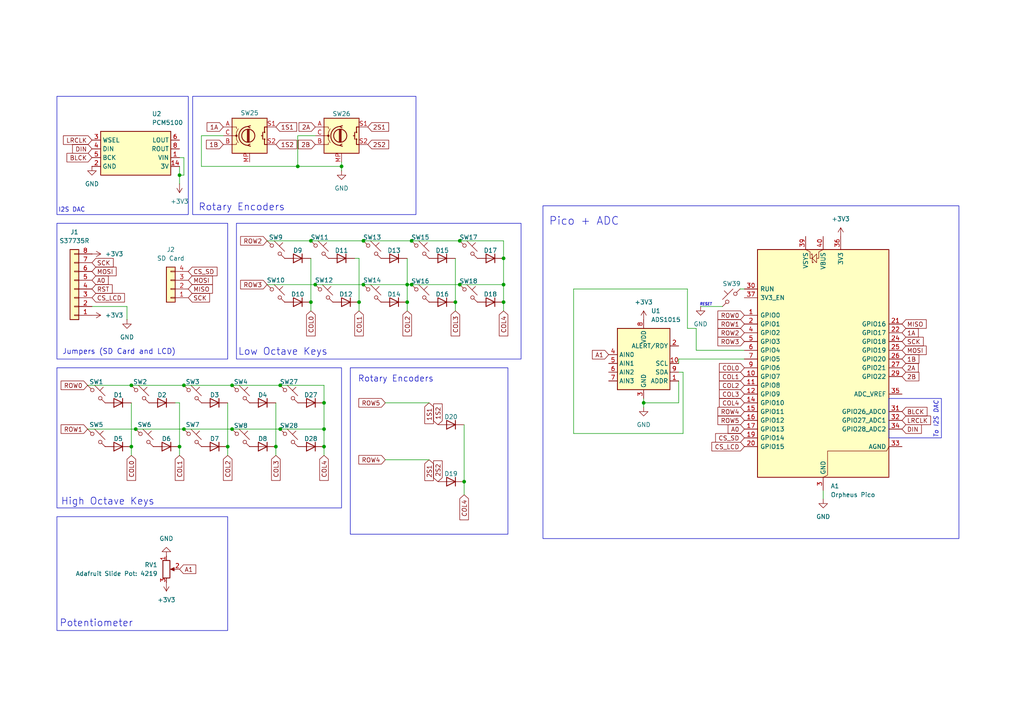
<source format=kicad_sch>
(kicad_sch
	(version 20250114)
	(generator "eeschema")
	(generator_version "9.0")
	(uuid "01297bfc-d07d-4372-8c3a-a5e6f5641fc0")
	(paper "A4")
	(lib_symbols
		(symbol "Analog_ADC:ADS1015IDGS"
			(exclude_from_sim no)
			(in_bom yes)
			(on_board yes)
			(property "Reference" "U"
				(at 2.54 13.97 0)
				(effects
					(font
						(size 1.27 1.27)
					)
				)
			)
			(property "Value" "ADS1015IDGS"
				(at 7.62 11.43 0)
				(effects
					(font
						(size 1.27 1.27)
					)
				)
			)
			(property "Footprint" "Package_SO:TSSOP-10_3x3mm_P0.5mm"
				(at 0 -12.7 0)
				(effects
					(font
						(size 1.27 1.27)
					)
					(hide yes)
				)
			)
			(property "Datasheet" "http://www.ti.com/lit/ds/symlink/ads1015.pdf"
				(at -1.27 -22.86 0)
				(effects
					(font
						(size 1.27 1.27)
					)
					(hide yes)
				)
			)
			(property "Description" "Ultra-Small, Low-Power, I2C-Compatible, 3.3-kSPS, 12-Bit ADCs With Internal Reference, Oscillator, and Programmable Comparator, VSSOP-10"
				(at 0 0 0)
				(effects
					(font
						(size 1.27 1.27)
					)
					(hide yes)
				)
			)
			(property "ki_keywords" "12 bit 4 channel I2C ADC"
				(at 0 0 0)
				(effects
					(font
						(size 1.27 1.27)
					)
					(hide yes)
				)
			)
			(property "ki_fp_filters" "TSSOP*3x3mm*P0.5mm*"
				(at 0 0 0)
				(effects
					(font
						(size 1.27 1.27)
					)
					(hide yes)
				)
			)
			(symbol "ADS1015IDGS_0_1"
				(rectangle
					(start -7.62 10.16)
					(end 7.62 -7.62)
					(stroke
						(width 0.254)
						(type default)
					)
					(fill
						(type background)
					)
				)
			)
			(symbol "ADS1015IDGS_1_1"
				(pin input line
					(at -10.16 2.54 0)
					(length 2.54)
					(name "AIN0"
						(effects
							(font
								(size 1.27 1.27)
							)
						)
					)
					(number "4"
						(effects
							(font
								(size 1.27 1.27)
							)
						)
					)
				)
				(pin input line
					(at -10.16 0 0)
					(length 2.54)
					(name "AIN1"
						(effects
							(font
								(size 1.27 1.27)
							)
						)
					)
					(number "5"
						(effects
							(font
								(size 1.27 1.27)
							)
						)
					)
				)
				(pin input line
					(at -10.16 -2.54 0)
					(length 2.54)
					(name "AIN2"
						(effects
							(font
								(size 1.27 1.27)
							)
						)
					)
					(number "6"
						(effects
							(font
								(size 1.27 1.27)
							)
						)
					)
				)
				(pin input line
					(at -10.16 -5.08 0)
					(length 2.54)
					(name "AIN3"
						(effects
							(font
								(size 1.27 1.27)
							)
						)
					)
					(number "7"
						(effects
							(font
								(size 1.27 1.27)
							)
						)
					)
				)
				(pin power_in line
					(at 0 12.7 270)
					(length 2.54)
					(name "VDD"
						(effects
							(font
								(size 1.27 1.27)
							)
						)
					)
					(number "8"
						(effects
							(font
								(size 1.27 1.27)
							)
						)
					)
				)
				(pin power_in line
					(at 0 -10.16 90)
					(length 2.54)
					(name "GND"
						(effects
							(font
								(size 1.27 1.27)
							)
						)
					)
					(number "3"
						(effects
							(font
								(size 1.27 1.27)
							)
						)
					)
				)
				(pin output line
					(at 10.16 5.08 180)
					(length 2.54)
					(name "ALERT/RDY"
						(effects
							(font
								(size 1.27 1.27)
							)
						)
					)
					(number "2"
						(effects
							(font
								(size 1.27 1.27)
							)
						)
					)
				)
				(pin input line
					(at 10.16 0 180)
					(length 2.54)
					(name "SCL"
						(effects
							(font
								(size 1.27 1.27)
							)
						)
					)
					(number "10"
						(effects
							(font
								(size 1.27 1.27)
							)
						)
					)
				)
				(pin bidirectional line
					(at 10.16 -2.54 180)
					(length 2.54)
					(name "SDA"
						(effects
							(font
								(size 1.27 1.27)
							)
						)
					)
					(number "9"
						(effects
							(font
								(size 1.27 1.27)
							)
						)
					)
				)
				(pin input line
					(at 10.16 -5.08 180)
					(length 2.54)
					(name "ADDR"
						(effects
							(font
								(size 1.27 1.27)
							)
						)
					)
					(number "1"
						(effects
							(font
								(size 1.27 1.27)
							)
						)
					)
				)
			)
			(embedded_fonts no)
		)
		(symbol "Audio:PCM5100"
			(exclude_from_sim no)
			(in_bom yes)
			(on_board yes)
			(property "Reference" "U2"
				(at 4.6833 17.78 0)
				(effects
					(font
						(size 1.27 1.27)
					)
					(justify left)
				)
			)
			(property "Value" "PCM5100"
				(at 4.6833 15.24 0)
				(effects
					(font
						(size 1.27 1.27)
					)
					(justify left)
				)
			)
			(property "Footprint" "potentiometer:PCM5100 I2S DAC"
				(at -1.27 19.05 0)
				(effects
					(font
						(size 1.27 1.27)
					)
					(hide yes)
				)
			)
			(property "Datasheet" "http://www.ti.com/lit/ds/symlink/pcm5100.pdf"
				(at -1.27 19.05 0)
				(effects
					(font
						(size 1.27 1.27)
					)
					(hide yes)
				)
			)
			(property "Description" "2VRMS DirectPath, 100dB Audio Stereo DAC with 32-bit, 384kHz PCM Interface, TSSOP-20"
				(at 0 0 0)
				(effects
					(font
						(size 1.27 1.27)
					)
					(hide yes)
				)
			)
			(property "ki_keywords" "audio dac 2ch 32bit 384kHz"
				(at 0 0 0)
				(effects
					(font
						(size 1.27 1.27)
					)
					(hide yes)
				)
			)
			(property "ki_fp_filters" "TSSOP*4.4x6.5mm*P0.65mm*"
				(at 0 0 0)
				(effects
					(font
						(size 1.27 1.27)
					)
					(hide yes)
				)
			)
			(symbol "PCM5100_0_1"
				(rectangle
					(start -10.16 12.7)
					(end 10.16 0)
					(stroke
						(width 0.254)
						(type default)
					)
					(fill
						(type background)
					)
				)
			)
			(symbol "PCM5100_1_1"
				(pin input line
					(at -12.7 10.16 0)
					(length 2.54)
					(name "WSEL"
						(effects
							(font
								(size 1.27 1.27)
							)
						)
					)
					(number "3"
						(effects
							(font
								(size 1.27 1.27)
							)
						)
					)
				)
				(pin input line
					(at -12.7 7.62 0)
					(length 2.54)
					(name "DIN"
						(effects
							(font
								(size 1.27 1.27)
							)
						)
					)
					(number "4"
						(effects
							(font
								(size 1.27 1.27)
							)
						)
					)
				)
				(pin input line
					(at -12.7 5.08 0)
					(length 2.54)
					(name "BCK"
						(effects
							(font
								(size 1.27 1.27)
							)
						)
					)
					(number "5"
						(effects
							(font
								(size 1.27 1.27)
							)
						)
					)
				)
				(pin power_in line
					(at -12.7 2.54 0)
					(length 2.54)
					(name "GND"
						(effects
							(font
								(size 1.27 1.27)
							)
						)
					)
					(number "2"
						(effects
							(font
								(size 1.27 1.27)
							)
						)
					)
				)
				(pin output line
					(at 12.7 10.16 180)
					(length 2.54)
					(name "LOUT"
						(effects
							(font
								(size 1.27 1.27)
							)
						)
					)
					(number "6"
						(effects
							(font
								(size 1.27 1.27)
							)
						)
					)
				)
				(pin output line
					(at 12.7 7.62 180)
					(length 2.54)
					(name "ROUT"
						(effects
							(font
								(size 1.27 1.27)
							)
						)
					)
					(number "8"
						(effects
							(font
								(size 1.27 1.27)
							)
						)
					)
				)
				(pin power_in line
					(at 12.7 5.08 180)
					(length 2.54)
					(name "VIN"
						(effects
							(font
								(size 1.27 1.27)
							)
						)
					)
					(number "1"
						(effects
							(font
								(size 1.27 1.27)
							)
						)
					)
				)
				(pin power_out line
					(at 12.7 2.54 180)
					(length 2.54)
					(name "3V"
						(effects
							(font
								(size 1.27 1.27)
							)
						)
					)
					(number "14"
						(effects
							(font
								(size 1.27 1.27)
							)
						)
					)
				)
			)
			(embedded_fonts no)
		)
		(symbol "Connector_Generic:Conn_01x04"
			(pin_names
				(offset 1.016)
				(hide yes)
			)
			(exclude_from_sim no)
			(in_bom yes)
			(on_board yes)
			(property "Reference" "J"
				(at 0 5.08 0)
				(effects
					(font
						(size 1.27 1.27)
					)
				)
			)
			(property "Value" "Conn_01x04"
				(at 0 -7.62 0)
				(effects
					(font
						(size 1.27 1.27)
					)
				)
			)
			(property "Footprint" ""
				(at 0 0 0)
				(effects
					(font
						(size 1.27 1.27)
					)
					(hide yes)
				)
			)
			(property "Datasheet" "~"
				(at 0 0 0)
				(effects
					(font
						(size 1.27 1.27)
					)
					(hide yes)
				)
			)
			(property "Description" "Generic connector, single row, 01x04, script generated (kicad-library-utils/schlib/autogen/connector/)"
				(at 0 0 0)
				(effects
					(font
						(size 1.27 1.27)
					)
					(hide yes)
				)
			)
			(property "ki_keywords" "connector"
				(at 0 0 0)
				(effects
					(font
						(size 1.27 1.27)
					)
					(hide yes)
				)
			)
			(property "ki_fp_filters" "Connector*:*_1x??_*"
				(at 0 0 0)
				(effects
					(font
						(size 1.27 1.27)
					)
					(hide yes)
				)
			)
			(symbol "Conn_01x04_1_1"
				(rectangle
					(start -1.27 3.81)
					(end 1.27 -6.35)
					(stroke
						(width 0.254)
						(type default)
					)
					(fill
						(type background)
					)
				)
				(rectangle
					(start -1.27 2.667)
					(end 0 2.413)
					(stroke
						(width 0.1524)
						(type default)
					)
					(fill
						(type none)
					)
				)
				(rectangle
					(start -1.27 0.127)
					(end 0 -0.127)
					(stroke
						(width 0.1524)
						(type default)
					)
					(fill
						(type none)
					)
				)
				(rectangle
					(start -1.27 -2.413)
					(end 0 -2.667)
					(stroke
						(width 0.1524)
						(type default)
					)
					(fill
						(type none)
					)
				)
				(rectangle
					(start -1.27 -4.953)
					(end 0 -5.207)
					(stroke
						(width 0.1524)
						(type default)
					)
					(fill
						(type none)
					)
				)
				(pin passive line
					(at -5.08 2.54 0)
					(length 3.81)
					(name "Pin_1"
						(effects
							(font
								(size 1.27 1.27)
							)
						)
					)
					(number "1"
						(effects
							(font
								(size 1.27 1.27)
							)
						)
					)
				)
				(pin passive line
					(at -5.08 0 0)
					(length 3.81)
					(name "Pin_2"
						(effects
							(font
								(size 1.27 1.27)
							)
						)
					)
					(number "2"
						(effects
							(font
								(size 1.27 1.27)
							)
						)
					)
				)
				(pin passive line
					(at -5.08 -2.54 0)
					(length 3.81)
					(name "Pin_3"
						(effects
							(font
								(size 1.27 1.27)
							)
						)
					)
					(number "3"
						(effects
							(font
								(size 1.27 1.27)
							)
						)
					)
				)
				(pin passive line
					(at -5.08 -5.08 0)
					(length 3.81)
					(name "Pin_4"
						(effects
							(font
								(size 1.27 1.27)
							)
						)
					)
					(number "4"
						(effects
							(font
								(size 1.27 1.27)
							)
						)
					)
				)
			)
			(embedded_fonts no)
		)
		(symbol "Connector_Generic:Conn_01x08"
			(pin_names
				(offset 1.016)
				(hide yes)
			)
			(exclude_from_sim no)
			(in_bom yes)
			(on_board yes)
			(property "Reference" "J"
				(at 0 10.16 0)
				(effects
					(font
						(size 1.27 1.27)
					)
				)
			)
			(property "Value" "Conn_01x08"
				(at 0 -12.7 0)
				(effects
					(font
						(size 1.27 1.27)
					)
				)
			)
			(property "Footprint" ""
				(at 0 0 0)
				(effects
					(font
						(size 1.27 1.27)
					)
					(hide yes)
				)
			)
			(property "Datasheet" "~"
				(at 0 0 0)
				(effects
					(font
						(size 1.27 1.27)
					)
					(hide yes)
				)
			)
			(property "Description" "Generic connector, single row, 01x08, script generated (kicad-library-utils/schlib/autogen/connector/)"
				(at 0 0 0)
				(effects
					(font
						(size 1.27 1.27)
					)
					(hide yes)
				)
			)
			(property "ki_keywords" "connector"
				(at 0 0 0)
				(effects
					(font
						(size 1.27 1.27)
					)
					(hide yes)
				)
			)
			(property "ki_fp_filters" "Connector*:*_1x??_*"
				(at 0 0 0)
				(effects
					(font
						(size 1.27 1.27)
					)
					(hide yes)
				)
			)
			(symbol "Conn_01x08_1_1"
				(rectangle
					(start -1.27 8.89)
					(end 1.27 -11.43)
					(stroke
						(width 0.254)
						(type default)
					)
					(fill
						(type background)
					)
				)
				(rectangle
					(start -1.27 7.747)
					(end 0 7.493)
					(stroke
						(width 0.1524)
						(type default)
					)
					(fill
						(type none)
					)
				)
				(rectangle
					(start -1.27 5.207)
					(end 0 4.953)
					(stroke
						(width 0.1524)
						(type default)
					)
					(fill
						(type none)
					)
				)
				(rectangle
					(start -1.27 2.667)
					(end 0 2.413)
					(stroke
						(width 0.1524)
						(type default)
					)
					(fill
						(type none)
					)
				)
				(rectangle
					(start -1.27 0.127)
					(end 0 -0.127)
					(stroke
						(width 0.1524)
						(type default)
					)
					(fill
						(type none)
					)
				)
				(rectangle
					(start -1.27 -2.413)
					(end 0 -2.667)
					(stroke
						(width 0.1524)
						(type default)
					)
					(fill
						(type none)
					)
				)
				(rectangle
					(start -1.27 -4.953)
					(end 0 -5.207)
					(stroke
						(width 0.1524)
						(type default)
					)
					(fill
						(type none)
					)
				)
				(rectangle
					(start -1.27 -7.493)
					(end 0 -7.747)
					(stroke
						(width 0.1524)
						(type default)
					)
					(fill
						(type none)
					)
				)
				(rectangle
					(start -1.27 -10.033)
					(end 0 -10.287)
					(stroke
						(width 0.1524)
						(type default)
					)
					(fill
						(type none)
					)
				)
				(pin passive line
					(at -5.08 7.62 0)
					(length 3.81)
					(name "Pin_1"
						(effects
							(font
								(size 1.27 1.27)
							)
						)
					)
					(number "1"
						(effects
							(font
								(size 1.27 1.27)
							)
						)
					)
				)
				(pin passive line
					(at -5.08 5.08 0)
					(length 3.81)
					(name "Pin_2"
						(effects
							(font
								(size 1.27 1.27)
							)
						)
					)
					(number "2"
						(effects
							(font
								(size 1.27 1.27)
							)
						)
					)
				)
				(pin passive line
					(at -5.08 2.54 0)
					(length 3.81)
					(name "Pin_3"
						(effects
							(font
								(size 1.27 1.27)
							)
						)
					)
					(number "3"
						(effects
							(font
								(size 1.27 1.27)
							)
						)
					)
				)
				(pin passive line
					(at -5.08 0 0)
					(length 3.81)
					(name "Pin_4"
						(effects
							(font
								(size 1.27 1.27)
							)
						)
					)
					(number "4"
						(effects
							(font
								(size 1.27 1.27)
							)
						)
					)
				)
				(pin passive line
					(at -5.08 -2.54 0)
					(length 3.81)
					(name "Pin_5"
						(effects
							(font
								(size 1.27 1.27)
							)
						)
					)
					(number "5"
						(effects
							(font
								(size 1.27 1.27)
							)
						)
					)
				)
				(pin passive line
					(at -5.08 -5.08 0)
					(length 3.81)
					(name "Pin_6"
						(effects
							(font
								(size 1.27 1.27)
							)
						)
					)
					(number "6"
						(effects
							(font
								(size 1.27 1.27)
							)
						)
					)
				)
				(pin passive line
					(at -5.08 -7.62 0)
					(length 3.81)
					(name "Pin_7"
						(effects
							(font
								(size 1.27 1.27)
							)
						)
					)
					(number "7"
						(effects
							(font
								(size 1.27 1.27)
							)
						)
					)
				)
				(pin passive line
					(at -5.08 -10.16 0)
					(length 3.81)
					(name "Pin_8"
						(effects
							(font
								(size 1.27 1.27)
							)
						)
					)
					(number "8"
						(effects
							(font
								(size 1.27 1.27)
							)
						)
					)
				)
			)
			(embedded_fonts no)
		)
		(symbol "Device:R_Potentiometer"
			(pin_names
				(offset 1.016)
				(hide yes)
			)
			(exclude_from_sim no)
			(in_bom yes)
			(on_board yes)
			(property "Reference" "RV"
				(at -4.445 0 90)
				(effects
					(font
						(size 1.27 1.27)
					)
				)
			)
			(property "Value" "R_Potentiometer"
				(at -2.54 0 90)
				(effects
					(font
						(size 1.27 1.27)
					)
				)
			)
			(property "Footprint" ""
				(at 0 0 0)
				(effects
					(font
						(size 1.27 1.27)
					)
					(hide yes)
				)
			)
			(property "Datasheet" "~"
				(at 0 0 0)
				(effects
					(font
						(size 1.27 1.27)
					)
					(hide yes)
				)
			)
			(property "Description" "Potentiometer"
				(at 0 0 0)
				(effects
					(font
						(size 1.27 1.27)
					)
					(hide yes)
				)
			)
			(property "ki_keywords" "resistor variable"
				(at 0 0 0)
				(effects
					(font
						(size 1.27 1.27)
					)
					(hide yes)
				)
			)
			(property "ki_fp_filters" "Potentiometer*"
				(at 0 0 0)
				(effects
					(font
						(size 1.27 1.27)
					)
					(hide yes)
				)
			)
			(symbol "R_Potentiometer_0_1"
				(rectangle
					(start 1.016 2.54)
					(end -1.016 -2.54)
					(stroke
						(width 0.254)
						(type default)
					)
					(fill
						(type none)
					)
				)
				(polyline
					(pts
						(xy 1.143 0) (xy 2.286 0.508) (xy 2.286 -0.508) (xy 1.143 0)
					)
					(stroke
						(width 0)
						(type default)
					)
					(fill
						(type outline)
					)
				)
				(polyline
					(pts
						(xy 2.54 0) (xy 1.524 0)
					)
					(stroke
						(width 0)
						(type default)
					)
					(fill
						(type none)
					)
				)
			)
			(symbol "R_Potentiometer_1_1"
				(pin passive line
					(at 0 3.81 270)
					(length 1.27)
					(name "1"
						(effects
							(font
								(size 1.27 1.27)
							)
						)
					)
					(number "1"
						(effects
							(font
								(size 1.27 1.27)
							)
						)
					)
				)
				(pin passive line
					(at 0 -3.81 90)
					(length 1.27)
					(name "3"
						(effects
							(font
								(size 1.27 1.27)
							)
						)
					)
					(number "3"
						(effects
							(font
								(size 1.27 1.27)
							)
						)
					)
				)
				(pin passive line
					(at 3.81 0 180)
					(length 1.27)
					(name "2"
						(effects
							(font
								(size 1.27 1.27)
							)
						)
					)
					(number "2"
						(effects
							(font
								(size 1.27 1.27)
							)
						)
					)
				)
			)
			(embedded_fonts no)
		)
		(symbol "Device:RotaryEncoder_Switch_MP"
			(pin_names
				(offset 0.254)
				(hide yes)
			)
			(exclude_from_sim no)
			(in_bom yes)
			(on_board yes)
			(property "Reference" "SW"
				(at 0 8.89 0)
				(effects
					(font
						(size 1.27 1.27)
					)
				)
			)
			(property "Value" "RotaryEncoder_Switch_MP"
				(at 0 6.35 0)
				(effects
					(font
						(size 1.27 1.27)
					)
				)
			)
			(property "Footprint" ""
				(at -3.81 4.064 0)
				(effects
					(font
						(size 1.27 1.27)
					)
					(hide yes)
				)
			)
			(property "Datasheet" "~"
				(at 0 -12.7 0)
				(effects
					(font
						(size 1.27 1.27)
					)
					(hide yes)
				)
			)
			(property "Description" "Rotary encoder, dual channel, incremental quadrate outputs, with switch and MP Pin"
				(at 0 -15.24 0)
				(effects
					(font
						(size 1.27 1.27)
					)
					(hide yes)
				)
			)
			(property "ki_keywords" "rotary switch encoder switch push button"
				(at 0 0 0)
				(effects
					(font
						(size 1.27 1.27)
					)
					(hide yes)
				)
			)
			(property "ki_fp_filters" "RotaryEncoder*Switch*"
				(at 0 0 0)
				(effects
					(font
						(size 1.27 1.27)
					)
					(hide yes)
				)
			)
			(symbol "RotaryEncoder_Switch_MP_0_1"
				(rectangle
					(start -5.08 5.08)
					(end 5.08 -5.08)
					(stroke
						(width 0.254)
						(type default)
					)
					(fill
						(type background)
					)
				)
				(polyline
					(pts
						(xy -5.08 2.54) (xy -3.81 2.54) (xy -3.81 2.032)
					)
					(stroke
						(width 0)
						(type default)
					)
					(fill
						(type none)
					)
				)
				(polyline
					(pts
						(xy -5.08 0) (xy -3.81 0) (xy -3.81 -1.016) (xy -3.302 -2.032)
					)
					(stroke
						(width 0)
						(type default)
					)
					(fill
						(type none)
					)
				)
				(polyline
					(pts
						(xy -5.08 -2.54) (xy -3.81 -2.54) (xy -3.81 -2.032)
					)
					(stroke
						(width 0)
						(type default)
					)
					(fill
						(type none)
					)
				)
				(polyline
					(pts
						(xy -4.318 0) (xy -3.81 0) (xy -3.81 1.016) (xy -3.302 2.032)
					)
					(stroke
						(width 0)
						(type default)
					)
					(fill
						(type none)
					)
				)
				(circle
					(center -3.81 0)
					(radius 0.254)
					(stroke
						(width 0)
						(type default)
					)
					(fill
						(type outline)
					)
				)
				(polyline
					(pts
						(xy -0.635 -1.778) (xy -0.635 1.778)
					)
					(stroke
						(width 0.254)
						(type default)
					)
					(fill
						(type none)
					)
				)
				(circle
					(center -0.381 0)
					(radius 1.905)
					(stroke
						(width 0.254)
						(type default)
					)
					(fill
						(type none)
					)
				)
				(polyline
					(pts
						(xy -0.381 -1.778) (xy -0.381 1.778)
					)
					(stroke
						(width 0.254)
						(type default)
					)
					(fill
						(type none)
					)
				)
				(arc
					(start -0.381 -2.794)
					(mid -3.0988 -0.0635)
					(end -0.381 2.667)
					(stroke
						(width 0.254)
						(type default)
					)
					(fill
						(type none)
					)
				)
				(polyline
					(pts
						(xy -0.127 1.778) (xy -0.127 -1.778)
					)
					(stroke
						(width 0.254)
						(type default)
					)
					(fill
						(type none)
					)
				)
				(polyline
					(pts
						(xy 0.254 2.921) (xy -0.508 2.667) (xy 0.127 2.286)
					)
					(stroke
						(width 0.254)
						(type default)
					)
					(fill
						(type none)
					)
				)
				(polyline
					(pts
						(xy 0.254 -3.048) (xy -0.508 -2.794) (xy 0.127 -2.413)
					)
					(stroke
						(width 0.254)
						(type default)
					)
					(fill
						(type none)
					)
				)
				(polyline
					(pts
						(xy 3.81 1.016) (xy 3.81 -1.016)
					)
					(stroke
						(width 0.254)
						(type default)
					)
					(fill
						(type none)
					)
				)
				(polyline
					(pts
						(xy 3.81 0) (xy 3.429 0)
					)
					(stroke
						(width 0.254)
						(type default)
					)
					(fill
						(type none)
					)
				)
				(circle
					(center 4.318 1.016)
					(radius 0.127)
					(stroke
						(width 0.254)
						(type default)
					)
					(fill
						(type none)
					)
				)
				(circle
					(center 4.318 -1.016)
					(radius 0.127)
					(stroke
						(width 0.254)
						(type default)
					)
					(fill
						(type none)
					)
				)
				(polyline
					(pts
						(xy 5.08 2.54) (xy 4.318 2.54) (xy 4.318 1.016)
					)
					(stroke
						(width 0.254)
						(type default)
					)
					(fill
						(type none)
					)
				)
				(polyline
					(pts
						(xy 5.08 -2.54) (xy 4.318 -2.54) (xy 4.318 -1.016)
					)
					(stroke
						(width 0.254)
						(type default)
					)
					(fill
						(type none)
					)
				)
			)
			(symbol "RotaryEncoder_Switch_MP_1_1"
				(pin passive line
					(at -7.62 2.54 0)
					(length 2.54)
					(name "A"
						(effects
							(font
								(size 1.27 1.27)
							)
						)
					)
					(number "A"
						(effects
							(font
								(size 1.27 1.27)
							)
						)
					)
				)
				(pin passive line
					(at -7.62 0 0)
					(length 2.54)
					(name "C"
						(effects
							(font
								(size 1.27 1.27)
							)
						)
					)
					(number "C"
						(effects
							(font
								(size 1.27 1.27)
							)
						)
					)
				)
				(pin passive line
					(at -7.62 -2.54 0)
					(length 2.54)
					(name "B"
						(effects
							(font
								(size 1.27 1.27)
							)
						)
					)
					(number "B"
						(effects
							(font
								(size 1.27 1.27)
							)
						)
					)
				)
				(pin passive line
					(at 0 -7.62 90)
					(length 2.54)
					(name "MP"
						(effects
							(font
								(size 1.27 1.27)
							)
						)
					)
					(number "MP"
						(effects
							(font
								(size 1.27 1.27)
							)
						)
					)
				)
				(pin passive line
					(at 7.62 2.54 180)
					(length 2.54)
					(name "S1"
						(effects
							(font
								(size 1.27 1.27)
							)
						)
					)
					(number "S1"
						(effects
							(font
								(size 1.27 1.27)
							)
						)
					)
				)
				(pin passive line
					(at 7.62 -2.54 180)
					(length 2.54)
					(name "S2"
						(effects
							(font
								(size 1.27 1.27)
							)
						)
					)
					(number "S2"
						(effects
							(font
								(size 1.27 1.27)
							)
						)
					)
				)
			)
			(embedded_fonts no)
		)
		(symbol "Diode:1N4148"
			(pin_numbers
				(hide yes)
			)
			(pin_names
				(hide yes)
			)
			(exclude_from_sim no)
			(in_bom yes)
			(on_board yes)
			(property "Reference" "D"
				(at 0 2.54 0)
				(effects
					(font
						(size 1.27 1.27)
					)
				)
			)
			(property "Value" "1N4148"
				(at 0 -2.54 0)
				(effects
					(font
						(size 1.27 1.27)
					)
				)
			)
			(property "Footprint" "Diode_THT:D_DO-35_SOD27_P7.62mm_Horizontal"
				(at 0 0 0)
				(effects
					(font
						(size 1.27 1.27)
					)
					(hide yes)
				)
			)
			(property "Datasheet" "https://assets.nexperia.com/documents/data-sheet/1N4148_1N4448.pdf"
				(at 0 0 0)
				(effects
					(font
						(size 1.27 1.27)
					)
					(hide yes)
				)
			)
			(property "Description" "100V 0.15A standard switching diode, DO-35"
				(at 0 0 0)
				(effects
					(font
						(size 1.27 1.27)
					)
					(hide yes)
				)
			)
			(property "Sim.Device" "D"
				(at 0 0 0)
				(effects
					(font
						(size 1.27 1.27)
					)
					(hide yes)
				)
			)
			(property "Sim.Pins" "1=K 2=A"
				(at 0 0 0)
				(effects
					(font
						(size 1.27 1.27)
					)
					(hide yes)
				)
			)
			(property "ki_keywords" "diode"
				(at 0 0 0)
				(effects
					(font
						(size 1.27 1.27)
					)
					(hide yes)
				)
			)
			(property "ki_fp_filters" "D*DO?35*"
				(at 0 0 0)
				(effects
					(font
						(size 1.27 1.27)
					)
					(hide yes)
				)
			)
			(symbol "1N4148_0_1"
				(polyline
					(pts
						(xy -1.27 1.27) (xy -1.27 -1.27)
					)
					(stroke
						(width 0.254)
						(type default)
					)
					(fill
						(type none)
					)
				)
				(polyline
					(pts
						(xy 1.27 1.27) (xy 1.27 -1.27) (xy -1.27 0) (xy 1.27 1.27)
					)
					(stroke
						(width 0.254)
						(type default)
					)
					(fill
						(type none)
					)
				)
				(polyline
					(pts
						(xy 1.27 0) (xy -1.27 0)
					)
					(stroke
						(width 0)
						(type default)
					)
					(fill
						(type none)
					)
				)
			)
			(symbol "1N4148_1_1"
				(pin passive line
					(at -3.81 0 0)
					(length 2.54)
					(name "K"
						(effects
							(font
								(size 1.27 1.27)
							)
						)
					)
					(number "1"
						(effects
							(font
								(size 1.27 1.27)
							)
						)
					)
				)
				(pin passive line
					(at 3.81 0 180)
					(length 2.54)
					(name "A"
						(effects
							(font
								(size 1.27 1.27)
							)
						)
					)
					(number "2"
						(effects
							(font
								(size 1.27 1.27)
							)
						)
					)
				)
			)
			(embedded_fonts no)
		)
		(symbol "MCU_Module:RaspberryPi_Pico"
			(pin_names
				(offset 0.762)
			)
			(exclude_from_sim no)
			(in_bom yes)
			(on_board yes)
			(property "Reference" "A"
				(at -19.05 35.56 0)
				(effects
					(font
						(size 1.27 1.27)
					)
					(justify left)
				)
			)
			(property "Value" "RaspberryPi_Pico"
				(at 7.62 35.56 0)
				(effects
					(font
						(size 1.27 1.27)
					)
					(justify left)
				)
			)
			(property "Footprint" "Module:RaspberryPi_Pico_Common_Unspecified"
				(at 0 -46.99 0)
				(effects
					(font
						(size 1.27 1.27)
					)
					(hide yes)
				)
			)
			(property "Datasheet" "https://datasheets.raspberrypi.com/pico/pico-datasheet.pdf"
				(at 0 -49.53 0)
				(effects
					(font
						(size 1.27 1.27)
					)
					(hide yes)
				)
			)
			(property "Description" "Versatile and inexpensive microcontroller module powered by RP2040 dual-core Arm Cortex-M0+ processor up to 133 MHz, 264kB SRAM, 2MB QSPI flash; also supports Raspberry Pi Pico 2"
				(at 0 -52.07 0)
				(effects
					(font
						(size 1.27 1.27)
					)
					(hide yes)
				)
			)
			(property "ki_keywords" "RP2350A M33 RISC-V Hazard3 usb"
				(at 0 0 0)
				(effects
					(font
						(size 1.27 1.27)
					)
					(hide yes)
				)
			)
			(property "ki_fp_filters" "RaspberryPi?Pico?Common* RaspberryPi?Pico?SMD*"
				(at 0 0 0)
				(effects
					(font
						(size 1.27 1.27)
					)
					(hide yes)
				)
			)
			(symbol "RaspberryPi_Pico_0_1"
				(rectangle
					(start -19.05 34.29)
					(end 19.05 -31.75)
					(stroke
						(width 0.254)
						(type default)
					)
					(fill
						(type background)
					)
				)
				(polyline
					(pts
						(xy -5.08 34.29) (xy -3.81 33.655) (xy -3.81 31.75) (xy -3.175 31.75)
					)
					(stroke
						(width 0)
						(type default)
					)
					(fill
						(type none)
					)
				)
				(polyline
					(pts
						(xy -3.429 32.766) (xy -3.429 33.02) (xy -3.175 33.02) (xy -3.175 30.48) (xy -2.921 30.48) (xy -2.921 30.734)
					)
					(stroke
						(width 0)
						(type default)
					)
					(fill
						(type none)
					)
				)
				(polyline
					(pts
						(xy -3.175 31.75) (xy -1.905 33.02) (xy -1.905 30.48) (xy -3.175 31.75)
					)
					(stroke
						(width 0)
						(type default)
					)
					(fill
						(type none)
					)
				)
				(polyline
					(pts
						(xy 0 34.29) (xy -1.27 33.655) (xy -1.27 31.75) (xy -1.905 31.75)
					)
					(stroke
						(width 0)
						(type default)
					)
					(fill
						(type none)
					)
				)
				(polyline
					(pts
						(xy 0 -31.75) (xy 1.27 -31.115) (xy 1.27 -24.13) (xy 18.415 -24.13) (xy 19.05 -22.86)
					)
					(stroke
						(width 0)
						(type default)
					)
					(fill
						(type none)
					)
				)
			)
			(symbol "RaspberryPi_Pico_1_1"
				(pin passive line
					(at -22.86 22.86 0)
					(length 3.81)
					(name "RUN"
						(effects
							(font
								(size 1.27 1.27)
							)
						)
					)
					(number "30"
						(effects
							(font
								(size 1.27 1.27)
							)
						)
					)
					(alternate "~{RESET}" passive line)
				)
				(pin passive line
					(at -22.86 20.32 0)
					(length 3.81)
					(name "3V3_EN"
						(effects
							(font
								(size 1.27 1.27)
							)
						)
					)
					(number "37"
						(effects
							(font
								(size 1.27 1.27)
							)
						)
					)
					(alternate "~{3V3_DISABLE}" passive line)
				)
				(pin bidirectional line
					(at -22.86 15.24 0)
					(length 3.81)
					(name "GPIO0"
						(effects
							(font
								(size 1.27 1.27)
							)
						)
					)
					(number "1"
						(effects
							(font
								(size 1.27 1.27)
							)
						)
					)
					(alternate "I2C0_SDA" bidirectional line)
					(alternate "PWM0_A" output line)
					(alternate "SPI0_RX" input line)
					(alternate "UART0_TX" output line)
					(alternate "USB_OVCUR_DET" input line)
				)
				(pin bidirectional line
					(at -22.86 12.7 0)
					(length 3.81)
					(name "GPIO1"
						(effects
							(font
								(size 1.27 1.27)
							)
						)
					)
					(number "2"
						(effects
							(font
								(size 1.27 1.27)
							)
						)
					)
					(alternate "I2C0_SCL" bidirectional clock)
					(alternate "PWM0_B" bidirectional line)
					(alternate "UART0_RX" input line)
					(alternate "USB_VBUS_DET" passive line)
					(alternate "~{SPI0_CSn}" bidirectional line)
				)
				(pin bidirectional line
					(at -22.86 10.16 0)
					(length 3.81)
					(name "GPIO2"
						(effects
							(font
								(size 1.27 1.27)
							)
						)
					)
					(number "4"
						(effects
							(font
								(size 1.27 1.27)
							)
						)
					)
					(alternate "I2C1_SDA" bidirectional line)
					(alternate "PWM1_A" output line)
					(alternate "SPI0_SCK" bidirectional clock)
					(alternate "UART0_CTS" input line)
					(alternate "USB_VBUS_EN" output line)
				)
				(pin bidirectional line
					(at -22.86 7.62 0)
					(length 3.81)
					(name "GPIO3"
						(effects
							(font
								(size 1.27 1.27)
							)
						)
					)
					(number "5"
						(effects
							(font
								(size 1.27 1.27)
							)
						)
					)
					(alternate "I2C1_SCL" bidirectional clock)
					(alternate "PWM1_B" bidirectional line)
					(alternate "SPI0_TX" output line)
					(alternate "UART0_RTS" output line)
					(alternate "USB_OVCUR_DET" input line)
				)
				(pin bidirectional line
					(at -22.86 5.08 0)
					(length 3.81)
					(name "GPIO4"
						(effects
							(font
								(size 1.27 1.27)
							)
						)
					)
					(number "6"
						(effects
							(font
								(size 1.27 1.27)
							)
						)
					)
					(alternate "I2C0_SDA" bidirectional line)
					(alternate "PWM2_A" output line)
					(alternate "SPI0_RX" input line)
					(alternate "UART1_TX" output line)
					(alternate "USB_VBUS_DET" input line)
				)
				(pin bidirectional line
					(at -22.86 2.54 0)
					(length 3.81)
					(name "GPIO5"
						(effects
							(font
								(size 1.27 1.27)
							)
						)
					)
					(number "7"
						(effects
							(font
								(size 1.27 1.27)
							)
						)
					)
					(alternate "I2C0_SCL" bidirectional clock)
					(alternate "PWM2_B" bidirectional line)
					(alternate "UART1_RX" input line)
					(alternate "USB_VBUS_EN" output line)
					(alternate "~{SPI0_CSn}" bidirectional line)
				)
				(pin bidirectional line
					(at -22.86 0 0)
					(length 3.81)
					(name "GPIO6"
						(effects
							(font
								(size 1.27 1.27)
							)
						)
					)
					(number "9"
						(effects
							(font
								(size 1.27 1.27)
							)
						)
					)
					(alternate "I2C1_SDA" bidirectional line)
					(alternate "PWM3_A" output line)
					(alternate "SPI0_SCK" bidirectional clock)
					(alternate "UART1_CTS" input line)
					(alternate "USB_OVCUR_DET" input line)
				)
				(pin bidirectional line
					(at -22.86 -2.54 0)
					(length 3.81)
					(name "GPIO7"
						(effects
							(font
								(size 1.27 1.27)
							)
						)
					)
					(number "10"
						(effects
							(font
								(size 1.27 1.27)
							)
						)
					)
					(alternate "I2C1_SCL" bidirectional clock)
					(alternate "PWM3_B" bidirectional line)
					(alternate "SPI0_TX" output line)
					(alternate "UART1_RTS" output line)
					(alternate "USB_VBUS_DET" input line)
				)
				(pin bidirectional line
					(at -22.86 -5.08 0)
					(length 3.81)
					(name "GPIO8"
						(effects
							(font
								(size 1.27 1.27)
							)
						)
					)
					(number "11"
						(effects
							(font
								(size 1.27 1.27)
							)
						)
					)
					(alternate "I2C0_SDA" bidirectional line)
					(alternate "PWM4_A" output line)
					(alternate "SPI1_RX" input line)
					(alternate "UART1_TX" output line)
					(alternate "USB_VBUS_EN" output line)
				)
				(pin bidirectional line
					(at -22.86 -7.62 0)
					(length 3.81)
					(name "GPIO9"
						(effects
							(font
								(size 1.27 1.27)
							)
						)
					)
					(number "12"
						(effects
							(font
								(size 1.27 1.27)
							)
						)
					)
					(alternate "I2C0_SCL" bidirectional clock)
					(alternate "PWM4_B" bidirectional line)
					(alternate "UART1_RX" input line)
					(alternate "USB_OVCUR_DET" input line)
					(alternate "~{SPI1_CSn}" bidirectional line)
				)
				(pin bidirectional line
					(at -22.86 -10.16 0)
					(length 3.81)
					(name "GPIO10"
						(effects
							(font
								(size 1.27 1.27)
							)
						)
					)
					(number "14"
						(effects
							(font
								(size 1.27 1.27)
							)
						)
					)
					(alternate "I2C1_SDA" bidirectional line)
					(alternate "PWM5_A" output line)
					(alternate "SPI1_SCK" bidirectional clock)
					(alternate "UART1_CTS" input line)
					(alternate "USB_VBUS_DET" input line)
				)
				(pin bidirectional line
					(at -22.86 -12.7 0)
					(length 3.81)
					(name "GPIO11"
						(effects
							(font
								(size 1.27 1.27)
							)
						)
					)
					(number "15"
						(effects
							(font
								(size 1.27 1.27)
							)
						)
					)
					(alternate "I2C1_SCL" bidirectional clock)
					(alternate "PWM5_B" bidirectional line)
					(alternate "SPI1_TX" output line)
					(alternate "UART1_RTS" output line)
					(alternate "USB_VBUS_EN" output line)
				)
				(pin bidirectional line
					(at -22.86 -15.24 0)
					(length 3.81)
					(name "GPIO12"
						(effects
							(font
								(size 1.27 1.27)
							)
						)
					)
					(number "16"
						(effects
							(font
								(size 1.27 1.27)
							)
						)
					)
					(alternate "I2C0_SDA" bidirectional line)
					(alternate "PWM6_A" output line)
					(alternate "SPI1_RX" input line)
					(alternate "UART0_TX" output line)
					(alternate "USB_OVCUR_DET" input line)
				)
				(pin bidirectional line
					(at -22.86 -17.78 0)
					(length 3.81)
					(name "GPIO13"
						(effects
							(font
								(size 1.27 1.27)
							)
						)
					)
					(number "17"
						(effects
							(font
								(size 1.27 1.27)
							)
						)
					)
					(alternate "I2C0_SCL" bidirectional clock)
					(alternate "PWM6_B" bidirectional line)
					(alternate "UART0_RX" input line)
					(alternate "USB_VBUS_DET" input line)
					(alternate "~{SPI1_CSn}" bidirectional line)
				)
				(pin bidirectional line
					(at -22.86 -20.32 0)
					(length 3.81)
					(name "GPIO14"
						(effects
							(font
								(size 1.27 1.27)
							)
						)
					)
					(number "19"
						(effects
							(font
								(size 1.27 1.27)
							)
						)
					)
					(alternate "I2C1_SDA" bidirectional line)
					(alternate "PWM7_A" output line)
					(alternate "SPI1_SCK" bidirectional clock)
					(alternate "UART0_CTS" input line)
					(alternate "USB_VBUS_EN" output line)
				)
				(pin bidirectional line
					(at -22.86 -22.86 0)
					(length 3.81)
					(name "GPIO15"
						(effects
							(font
								(size 1.27 1.27)
							)
						)
					)
					(number "20"
						(effects
							(font
								(size 1.27 1.27)
							)
						)
					)
					(alternate "I2C1_SCL" bidirectional clock)
					(alternate "PWM7_B" bidirectional line)
					(alternate "SPI1_TX" output line)
					(alternate "UART0_RTS" output line)
					(alternate "USB_OVCUR_DET" input line)
				)
				(pin power_in line
					(at -5.08 38.1 270)
					(length 3.81)
					(name "VSYS"
						(effects
							(font
								(size 1.27 1.27)
							)
						)
					)
					(number "39"
						(effects
							(font
								(size 1.27 1.27)
							)
						)
					)
					(alternate "VSYS_OUT" power_out line)
				)
				(pin power_out line
					(at 0 38.1 270)
					(length 3.81)
					(name "VBUS"
						(effects
							(font
								(size 1.27 1.27)
							)
						)
					)
					(number "40"
						(effects
							(font
								(size 1.27 1.27)
							)
						)
					)
					(alternate "VBUS_IN" power_in line)
				)
				(pin passive line
					(at 0 -35.56 90)
					(length 3.81)
					(hide yes)
					(name "GND"
						(effects
							(font
								(size 1.27 1.27)
							)
						)
					)
					(number "13"
						(effects
							(font
								(size 1.27 1.27)
							)
						)
					)
				)
				(pin passive line
					(at 0 -35.56 90)
					(length 3.81)
					(hide yes)
					(name "GND"
						(effects
							(font
								(size 1.27 1.27)
							)
						)
					)
					(number "18"
						(effects
							(font
								(size 1.27 1.27)
							)
						)
					)
				)
				(pin passive line
					(at 0 -35.56 90)
					(length 3.81)
					(hide yes)
					(name "GND"
						(effects
							(font
								(size 1.27 1.27)
							)
						)
					)
					(number "23"
						(effects
							(font
								(size 1.27 1.27)
							)
						)
					)
				)
				(pin passive line
					(at 0 -35.56 90)
					(length 3.81)
					(hide yes)
					(name "GND"
						(effects
							(font
								(size 1.27 1.27)
							)
						)
					)
					(number "28"
						(effects
							(font
								(size 1.27 1.27)
							)
						)
					)
				)
				(pin power_out line
					(at 0 -35.56 90)
					(length 3.81)
					(name "GND"
						(effects
							(font
								(size 1.27 1.27)
							)
						)
					)
					(number "3"
						(effects
							(font
								(size 1.27 1.27)
							)
						)
					)
					(alternate "GND_IN" power_in line)
				)
				(pin passive line
					(at 0 -35.56 90)
					(length 3.81)
					(hide yes)
					(name "GND"
						(effects
							(font
								(size 1.27 1.27)
							)
						)
					)
					(number "38"
						(effects
							(font
								(size 1.27 1.27)
							)
						)
					)
				)
				(pin passive line
					(at 0 -35.56 90)
					(length 3.81)
					(hide yes)
					(name "GND"
						(effects
							(font
								(size 1.27 1.27)
							)
						)
					)
					(number "8"
						(effects
							(font
								(size 1.27 1.27)
							)
						)
					)
				)
				(pin power_out line
					(at 5.08 38.1 270)
					(length 3.81)
					(name "3V3"
						(effects
							(font
								(size 1.27 1.27)
							)
						)
					)
					(number "36"
						(effects
							(font
								(size 1.27 1.27)
							)
						)
					)
				)
				(pin bidirectional line
					(at 22.86 12.7 180)
					(length 3.81)
					(name "GPIO16"
						(effects
							(font
								(size 1.27 1.27)
							)
						)
					)
					(number "21"
						(effects
							(font
								(size 1.27 1.27)
							)
						)
					)
					(alternate "I2C0_SDA" bidirectional line)
					(alternate "PWM0_A" output line)
					(alternate "SPI0_RX" input line)
					(alternate "UART0_TX" output line)
					(alternate "USB_VBUS_DET" input line)
				)
				(pin bidirectional line
					(at 22.86 10.16 180)
					(length 3.81)
					(name "GPIO17"
						(effects
							(font
								(size 1.27 1.27)
							)
						)
					)
					(number "22"
						(effects
							(font
								(size 1.27 1.27)
							)
						)
					)
					(alternate "I2C0_SCL" bidirectional clock)
					(alternate "PWM0_B" bidirectional line)
					(alternate "UART0_RX" input line)
					(alternate "USB_VBUS_EN" output line)
					(alternate "~{SPI0_CSn}" bidirectional line)
				)
				(pin bidirectional line
					(at 22.86 7.62 180)
					(length 3.81)
					(name "GPIO18"
						(effects
							(font
								(size 1.27 1.27)
							)
						)
					)
					(number "24"
						(effects
							(font
								(size 1.27 1.27)
							)
						)
					)
					(alternate "I2C1_SDA" bidirectional line)
					(alternate "PWM1_A" output line)
					(alternate "SPI0_SCK" bidirectional clock)
					(alternate "UART0_CTS" input line)
					(alternate "USB_OVCUR_DET" input line)
				)
				(pin bidirectional line
					(at 22.86 5.08 180)
					(length 3.81)
					(name "GPIO19"
						(effects
							(font
								(size 1.27 1.27)
							)
						)
					)
					(number "25"
						(effects
							(font
								(size 1.27 1.27)
							)
						)
					)
					(alternate "I2C1_SCL" bidirectional clock)
					(alternate "PWM1_B" bidirectional line)
					(alternate "SPI0_TX" output line)
					(alternate "UART0_RTS" output line)
					(alternate "USB_VBUS_DET" input line)
				)
				(pin bidirectional line
					(at 22.86 2.54 180)
					(length 3.81)
					(name "GPIO20"
						(effects
							(font
								(size 1.27 1.27)
							)
						)
					)
					(number "26"
						(effects
							(font
								(size 1.27 1.27)
							)
						)
					)
					(alternate "CLOCK_GPIN0" input clock)
					(alternate "I2C0_SDA" bidirectional line)
					(alternate "PWM2_A" output line)
					(alternate "SPI0_RX" input line)
					(alternate "UART1_TX" output line)
					(alternate "USB_VBUS_EN" output line)
				)
				(pin bidirectional line
					(at 22.86 0 180)
					(length 3.81)
					(name "GPIO21"
						(effects
							(font
								(size 1.27 1.27)
							)
						)
					)
					(number "27"
						(effects
							(font
								(size 1.27 1.27)
							)
						)
					)
					(alternate "CLOCK_GPOUT0" output clock)
					(alternate "I2C0_SCL" bidirectional clock)
					(alternate "PWM2_B" bidirectional line)
					(alternate "UART1_RX" input line)
					(alternate "USB_OVCUR_DET" input line)
					(alternate "~{SPI0_CSn}" bidirectional line)
				)
				(pin bidirectional line
					(at 22.86 -2.54 180)
					(length 3.81)
					(name "GPIO22"
						(effects
							(font
								(size 1.27 1.27)
							)
						)
					)
					(number "29"
						(effects
							(font
								(size 1.27 1.27)
							)
						)
					)
					(alternate "CLOCK_GPIN1" input clock)
					(alternate "I2C1_SDA" bidirectional line)
					(alternate "PWM3_A" output line)
					(alternate "SPI0_SCK" bidirectional clock)
					(alternate "UART1_CTS" input line)
					(alternate "USB_VBUS_DET" input line)
				)
				(pin power_in line
					(at 22.86 -7.62 180)
					(length 3.81)
					(name "ADC_VREF"
						(effects
							(font
								(size 1.27 1.27)
							)
						)
					)
					(number "35"
						(effects
							(font
								(size 1.27 1.27)
							)
						)
					)
				)
				(pin bidirectional line
					(at 22.86 -12.7 180)
					(length 3.81)
					(name "GPIO26_ADC0"
						(effects
							(font
								(size 1.27 1.27)
							)
						)
					)
					(number "31"
						(effects
							(font
								(size 1.27 1.27)
							)
						)
					)
					(alternate "ADC0" input line)
					(alternate "GPIO26" bidirectional line)
					(alternate "I2C1_SDA" bidirectional line)
					(alternate "PWM5_A" output line)
					(alternate "SPI1_SCK" bidirectional clock)
					(alternate "UART1_CTS" input line)
					(alternate "USB_VBUS_EN" output line)
				)
				(pin bidirectional line
					(at 22.86 -15.24 180)
					(length 3.81)
					(name "GPIO27_ADC1"
						(effects
							(font
								(size 1.27 1.27)
							)
						)
					)
					(number "32"
						(effects
							(font
								(size 1.27 1.27)
							)
						)
					)
					(alternate "ADC1" input line)
					(alternate "GPIO27" bidirectional line)
					(alternate "I2C1_SCL" bidirectional clock)
					(alternate "PWM5_B" bidirectional line)
					(alternate "SPI1_TX" output line)
					(alternate "UART1_RTS" output line)
					(alternate "USB_OVCUR_DET" input line)
				)
				(pin bidirectional line
					(at 22.86 -17.78 180)
					(length 3.81)
					(name "GPIO28_ADC2"
						(effects
							(font
								(size 1.27 1.27)
							)
						)
					)
					(number "34"
						(effects
							(font
								(size 1.27 1.27)
							)
						)
					)
					(alternate "ADC2" input line)
					(alternate "GPIO28" bidirectional line)
					(alternate "I2C0_SDA" bidirectional line)
					(alternate "PWM6_A" output line)
					(alternate "SPI1_RX" input line)
					(alternate "UART0_TX" output line)
					(alternate "USB_VBUS_DET" input line)
				)
				(pin power_out line
					(at 22.86 -22.86 180)
					(length 3.81)
					(name "AGND"
						(effects
							(font
								(size 1.27 1.27)
							)
						)
					)
					(number "33"
						(effects
							(font
								(size 1.27 1.27)
							)
						)
					)
					(alternate "GND" passive line)
				)
			)
			(embedded_fonts no)
		)
		(symbol "Switch:SW_Push_45deg"
			(pin_numbers
				(hide yes)
			)
			(pin_names
				(offset 1.016)
				(hide yes)
			)
			(exclude_from_sim no)
			(in_bom yes)
			(on_board yes)
			(property "Reference" "SW"
				(at 3.048 1.016 0)
				(effects
					(font
						(size 1.27 1.27)
					)
					(justify left)
				)
			)
			(property "Value" "SW_Push_45deg"
				(at 0 -3.81 0)
				(effects
					(font
						(size 1.27 1.27)
					)
				)
			)
			(property "Footprint" ""
				(at 0 0 0)
				(effects
					(font
						(size 1.27 1.27)
					)
					(hide yes)
				)
			)
			(property "Datasheet" "~"
				(at 0 0 0)
				(effects
					(font
						(size 1.27 1.27)
					)
					(hide yes)
				)
			)
			(property "Description" "Push button switch, normally open, two pins, 45° tilted"
				(at 0 0 0)
				(effects
					(font
						(size 1.27 1.27)
					)
					(hide yes)
				)
			)
			(property "ki_keywords" "switch normally-open pushbutton push-button"
				(at 0 0 0)
				(effects
					(font
						(size 1.27 1.27)
					)
					(hide yes)
				)
			)
			(symbol "SW_Push_45deg_0_1"
				(polyline
					(pts
						(xy -2.54 2.54) (xy -1.524 1.524) (xy -1.524 1.524)
					)
					(stroke
						(width 0)
						(type default)
					)
					(fill
						(type none)
					)
				)
				(circle
					(center -1.1684 1.1684)
					(radius 0.508)
					(stroke
						(width 0)
						(type default)
					)
					(fill
						(type none)
					)
				)
				(polyline
					(pts
						(xy -0.508 2.54) (xy 2.54 -0.508)
					)
					(stroke
						(width 0)
						(type default)
					)
					(fill
						(type none)
					)
				)
				(polyline
					(pts
						(xy 1.016 1.016) (xy 2.032 2.032)
					)
					(stroke
						(width 0)
						(type default)
					)
					(fill
						(type none)
					)
				)
				(circle
					(center 1.143 -1.1938)
					(radius 0.508)
					(stroke
						(width 0)
						(type default)
					)
					(fill
						(type none)
					)
				)
				(polyline
					(pts
						(xy 1.524 -1.524) (xy 2.54 -2.54) (xy 2.54 -2.54) (xy 2.54 -2.54)
					)
					(stroke
						(width 0)
						(type default)
					)
					(fill
						(type none)
					)
				)
				(pin passive line
					(at -2.54 2.54 0)
					(length 0)
					(name "1"
						(effects
							(font
								(size 1.27 1.27)
							)
						)
					)
					(number "1"
						(effects
							(font
								(size 1.27 1.27)
							)
						)
					)
				)
				(pin passive line
					(at 2.54 -2.54 180)
					(length 0)
					(name "2"
						(effects
							(font
								(size 1.27 1.27)
							)
						)
					)
					(number "2"
						(effects
							(font
								(size 1.27 1.27)
							)
						)
					)
				)
			)
			(embedded_fonts no)
		)
		(symbol "power:+3V3"
			(power)
			(pin_numbers
				(hide yes)
			)
			(pin_names
				(offset 0)
				(hide yes)
			)
			(exclude_from_sim no)
			(in_bom yes)
			(on_board yes)
			(property "Reference" "#PWR"
				(at 0 -3.81 0)
				(effects
					(font
						(size 1.27 1.27)
					)
					(hide yes)
				)
			)
			(property "Value" "+3V3"
				(at 0 3.556 0)
				(effects
					(font
						(size 1.27 1.27)
					)
				)
			)
			(property "Footprint" ""
				(at 0 0 0)
				(effects
					(font
						(size 1.27 1.27)
					)
					(hide yes)
				)
			)
			(property "Datasheet" ""
				(at 0 0 0)
				(effects
					(font
						(size 1.27 1.27)
					)
					(hide yes)
				)
			)
			(property "Description" "Power symbol creates a global label with name \"+3V3\""
				(at 0 0 0)
				(effects
					(font
						(size 1.27 1.27)
					)
					(hide yes)
				)
			)
			(property "ki_keywords" "global power"
				(at 0 0 0)
				(effects
					(font
						(size 1.27 1.27)
					)
					(hide yes)
				)
			)
			(symbol "+3V3_0_1"
				(polyline
					(pts
						(xy -0.762 1.27) (xy 0 2.54)
					)
					(stroke
						(width 0)
						(type default)
					)
					(fill
						(type none)
					)
				)
				(polyline
					(pts
						(xy 0 2.54) (xy 0.762 1.27)
					)
					(stroke
						(width 0)
						(type default)
					)
					(fill
						(type none)
					)
				)
				(polyline
					(pts
						(xy 0 0) (xy 0 2.54)
					)
					(stroke
						(width 0)
						(type default)
					)
					(fill
						(type none)
					)
				)
			)
			(symbol "+3V3_1_1"
				(pin power_in line
					(at 0 0 90)
					(length 0)
					(name "~"
						(effects
							(font
								(size 1.27 1.27)
							)
						)
					)
					(number "1"
						(effects
							(font
								(size 1.27 1.27)
							)
						)
					)
				)
			)
			(embedded_fonts no)
		)
		(symbol "power:GND"
			(power)
			(pin_numbers
				(hide yes)
			)
			(pin_names
				(offset 0)
				(hide yes)
			)
			(exclude_from_sim no)
			(in_bom yes)
			(on_board yes)
			(property "Reference" "#PWR"
				(at 0 -6.35 0)
				(effects
					(font
						(size 1.27 1.27)
					)
					(hide yes)
				)
			)
			(property "Value" "GND"
				(at 0 -3.81 0)
				(effects
					(font
						(size 1.27 1.27)
					)
				)
			)
			(property "Footprint" ""
				(at 0 0 0)
				(effects
					(font
						(size 1.27 1.27)
					)
					(hide yes)
				)
			)
			(property "Datasheet" ""
				(at 0 0 0)
				(effects
					(font
						(size 1.27 1.27)
					)
					(hide yes)
				)
			)
			(property "Description" "Power symbol creates a global label with name \"GND\" , ground"
				(at 0 0 0)
				(effects
					(font
						(size 1.27 1.27)
					)
					(hide yes)
				)
			)
			(property "ki_keywords" "global power"
				(at 0 0 0)
				(effects
					(font
						(size 1.27 1.27)
					)
					(hide yes)
				)
			)
			(symbol "GND_0_1"
				(polyline
					(pts
						(xy 0 0) (xy 0 -1.27) (xy 1.27 -1.27) (xy 0 -2.54) (xy -1.27 -1.27) (xy 0 -1.27)
					)
					(stroke
						(width 0)
						(type default)
					)
					(fill
						(type none)
					)
				)
			)
			(symbol "GND_1_1"
				(pin power_in line
					(at 0 0 270)
					(length 0)
					(name "~"
						(effects
							(font
								(size 1.27 1.27)
							)
						)
					)
					(number "1"
						(effects
							(font
								(size 1.27 1.27)
							)
						)
					)
				)
			)
			(embedded_fonts no)
		)
	)
	(rectangle
		(start 16.51 27.94)
		(end 54.61 62.23)
		(stroke
			(width 0)
			(type default)
		)
		(fill
			(type none)
		)
		(uuid 0153b66f-0a4f-4873-a0f5-dc85488745ee)
	)
	(rectangle
		(start 16.51 149.86)
		(end 66.04 182.88)
		(stroke
			(width 0)
			(type default)
		)
		(fill
			(type none)
		)
		(uuid 1899d976-378a-439e-ba63-fcb6927a935a)
	)
	(rectangle
		(start 55.88 27.94)
		(end 120.65 62.23)
		(stroke
			(width 0)
			(type default)
		)
		(fill
			(type none)
		)
		(uuid 1b50f229-bd44-49b8-a9a8-0a03bc3a9ab6)
	)
	(rectangle
		(start 16.51 106.68)
		(end 99.06 147.32)
		(stroke
			(width 0)
			(type default)
		)
		(fill
			(type none)
		)
		(uuid 20f755f3-2e2c-41e7-a51e-e0dd02f224f8)
	)
	(rectangle
		(start 101.6 106.68)
		(end 147.32 154.94)
		(stroke
			(width 0)
			(type default)
		)
		(fill
			(type none)
		)
		(uuid 58fc51a2-d229-40a2-b308-9fc154d0b7a9)
	)
	(rectangle
		(start 68.58 64.77)
		(end 151.13 104.14)
		(stroke
			(width 0)
			(type default)
		)
		(fill
			(type none)
		)
		(uuid 71ad9feb-1daf-4c19-bd5a-f6c0419f2d7a)
	)
	(rectangle
		(start 157.48 59.69)
		(end 278.13 156.21)
		(stroke
			(width 0)
			(type default)
		)
		(fill
			(type none)
		)
		(uuid 7ce262f3-db0f-439c-a7af-fa21d0ed7a14)
	)
	(rectangle
		(start 257.81 115.57)
		(end 273.05 127)
		(stroke
			(width 0)
			(type default)
		)
		(fill
			(type none)
		)
		(uuid 82573a85-eae8-4796-89b8-641ff33a1911)
	)
	(rectangle
		(start 16.51 64.77)
		(end 66.04 104.14)
		(stroke
			(width 0)
			(type default)
		)
		(fill
			(type none)
		)
		(uuid bf55cb83-9768-47f1-afff-a0132797236c)
	)
	(text "I2S DAC"
		(exclude_from_sim no)
		(at 20.828 60.96 0)
		(effects
			(font
				(size 1.27 1.27)
			)
		)
		(uuid "03dc2b30-23bb-44a1-b9c7-c19e94517dbc")
	)
	(text "To I2S DAC"
		(exclude_from_sim no)
		(at 271.526 121.666 90)
		(effects
			(font
				(size 1.27 1.27)
				(italic yes)
			)
		)
		(uuid "050f5a5d-14cc-44da-b8eb-9c47896b4986")
	)
	(text "Potentiometer"
		(exclude_from_sim no)
		(at 27.94 180.848 0)
		(effects
			(font
				(size 2.032 2.032)
			)
		)
		(uuid "2658a322-c231-4c94-bf21-573a9bb3e60f")
	)
	(text "Rotary Encoders"
		(exclude_from_sim no)
		(at 114.808 109.982 0)
		(effects
			(font
				(size 1.778 1.778)
			)
		)
		(uuid "268b8bd8-4f35-46e0-9a32-72c608248f91")
	)
	(text "Jumpers (SD Card and LCD)"
		(exclude_from_sim no)
		(at 34.544 102.108 0)
		(effects
			(font
				(size 1.524 1.524)
			)
		)
		(uuid "34d9edeb-7533-44fa-89ec-3b6fa1512b6a")
	)
	(text "Low Octave Keys"
		(exclude_from_sim no)
		(at 82.042 102.108 0)
		(effects
			(font
				(size 2.032 2.032)
			)
		)
		(uuid "499f9be4-03a4-456d-9cfc-a1a59523043a")
	)
	(text "High Octave Keys"
		(exclude_from_sim no)
		(at 31.242 145.542 0)
		(effects
			(font
				(size 2.032 2.032)
			)
		)
		(uuid "53181916-074d-4622-a34e-5c08b628ee8f")
	)
	(text "RESET"
		(exclude_from_sim no)
		(at 204.724 88.392 0)
		(effects
			(font
				(size 0.762 0.762)
				(italic yes)
			)
		)
		(uuid "58aa6d0a-2877-4ad7-9a15-f33ff50a0331")
	)
	(text "Pico + ADC"
		(exclude_from_sim no)
		(at 169.418 64.262 0)
		(effects
			(font
				(size 2.286 2.286)
			)
		)
		(uuid "88c5f5e0-51ea-473a-885f-349ce8e2b4e7")
	)
	(text "Rotary Encoders"
		(exclude_from_sim no)
		(at 70.104 60.198 0)
		(effects
			(font
				(size 2.032 2.032)
			)
		)
		(uuid "9714eb44-015d-41a9-b3d7-381d36388fec")
	)
	(junction
		(at 146.05 82.55)
		(diameter 0)
		(color 0 0 0 0)
		(uuid "068e2828-3544-42ea-b6ee-5c4f35b69233")
	)
	(junction
		(at 132.08 87.63)
		(diameter 0)
		(color 0 0 0 0)
		(uuid "12d91bfb-ddba-4a3a-9519-670bead0ca5f")
	)
	(junction
		(at 146.05 74.93)
		(diameter 0)
		(color 0 0 0 0)
		(uuid "192d5402-cecc-43d3-81f9-4841b1ac05c5")
	)
	(junction
		(at 93.98 129.54)
		(diameter 0)
		(color 0 0 0 0)
		(uuid "19ecdb6f-ff57-4544-8cd3-b51c65674d41")
	)
	(junction
		(at 53.34 111.76)
		(diameter 0)
		(color 0 0 0 0)
		(uuid "1d087bbb-77d7-4aac-9bcd-9cf2d513db98")
	)
	(junction
		(at 105.41 82.55)
		(diameter 0)
		(color 0 0 0 0)
		(uuid "37e0df26-63d7-4bf6-9c28-a057b8e315be")
	)
	(junction
		(at 104.14 87.63)
		(diameter 0)
		(color 0 0 0 0)
		(uuid "3bddd55b-cdb7-4a2b-904a-5338459048c0")
	)
	(junction
		(at 186.69 116.84)
		(diameter 0)
		(color 0 0 0 0)
		(uuid "4665ad4f-5756-4112-ae9d-97724e475cd9")
	)
	(junction
		(at 80.01 129.54)
		(diameter 0)
		(color 0 0 0 0)
		(uuid "53ab031d-43f8-43e3-88d6-e5dedd98625a")
	)
	(junction
		(at 91.44 82.55)
		(diameter 0)
		(color 0 0 0 0)
		(uuid "55d041ea-ffdd-4a3a-9f88-4e7e8cb60a86")
	)
	(junction
		(at 146.05 87.63)
		(diameter 0)
		(color 0 0 0 0)
		(uuid "5684a0fd-5ab5-4643-a6d0-66fcc3c87fd4")
	)
	(junction
		(at 119.38 82.55)
		(diameter 0)
		(color 0 0 0 0)
		(uuid "60efabe1-7d73-43ff-92fc-f3ade03c4960")
	)
	(junction
		(at 134.62 139.7)
		(diameter 0)
		(color 0 0 0 0)
		(uuid "7f4c2cd6-e894-46ff-bca5-4258a2e094c5")
	)
	(junction
		(at 52.07 129.54)
		(diameter 0)
		(color 0 0 0 0)
		(uuid "8464fbe4-085a-4f77-89cc-dbd56339df22")
	)
	(junction
		(at 53.34 124.46)
		(diameter 0)
		(color 0 0 0 0)
		(uuid "8a1f917a-83fa-4657-a696-252a847d3847")
	)
	(junction
		(at 38.1 129.54)
		(diameter 0)
		(color 0 0 0 0)
		(uuid "8bb7e85f-f871-49c5-be10-06b00a842f7b")
	)
	(junction
		(at 66.04 129.54)
		(diameter 0)
		(color 0 0 0 0)
		(uuid "8c5cb6f3-7560-4fc0-a889-830a28a2fb36")
	)
	(junction
		(at 118.11 82.55)
		(diameter 0)
		(color 0 0 0 0)
		(uuid "917c5b35-80fd-400d-8d8c-eef8bc8874c7")
	)
	(junction
		(at 52.07 50.8)
		(diameter 0)
		(color 0 0 0 0)
		(uuid "972fd353-2d88-420b-8082-1fa4371fedcd")
	)
	(junction
		(at 38.1 111.76)
		(diameter 0)
		(color 0 0 0 0)
		(uuid "a01150fc-223c-4988-9109-8441dd60794e")
	)
	(junction
		(at 39.37 124.46)
		(diameter 0)
		(color 0 0 0 0)
		(uuid "a0aea628-01f4-4a43-b0c3-852a9669e0bc")
	)
	(junction
		(at 81.28 111.76)
		(diameter 0)
		(color 0 0 0 0)
		(uuid "a3adff7d-8192-42dd-8cdb-1e78c682ef49")
	)
	(junction
		(at 119.38 69.85)
		(diameter 0)
		(color 0 0 0 0)
		(uuid "a770db83-f2b9-46ad-9e21-4db4e948f50c")
	)
	(junction
		(at 86.36 48.26)
		(diameter 0)
		(color 0 0 0 0)
		(uuid "a9914394-720f-4c04-a962-90c64509b486")
	)
	(junction
		(at 133.35 69.85)
		(diameter 0)
		(color 0 0 0 0)
		(uuid "bb582924-dc78-466d-b826-f70bb5e88162")
	)
	(junction
		(at 90.17 69.85)
		(diameter 0)
		(color 0 0 0 0)
		(uuid "c472d80a-c26c-477a-a34f-8a41a419d1b7")
	)
	(junction
		(at 105.41 69.85)
		(diameter 0)
		(color 0 0 0 0)
		(uuid "cc62f1b1-2c5e-4e03-be90-362b9e8a4364")
	)
	(junction
		(at 99.06 48.26)
		(diameter 0)
		(color 0 0 0 0)
		(uuid "d1b2e5e4-e7bf-41f4-870f-db189ccce3fd")
	)
	(junction
		(at 67.31 111.76)
		(diameter 0)
		(color 0 0 0 0)
		(uuid "d42ae924-e48f-4e25-9983-df644307f92b")
	)
	(junction
		(at 81.28 124.46)
		(diameter 0)
		(color 0 0 0 0)
		(uuid "d55d72b4-eee0-46d8-b638-1299ebf8d630")
	)
	(junction
		(at 67.31 124.46)
		(diameter 0)
		(color 0 0 0 0)
		(uuid "d9b31ea8-ada7-40c5-8977-c80e741a6c5d")
	)
	(junction
		(at 93.98 116.84)
		(diameter 0)
		(color 0 0 0 0)
		(uuid "e9bd7879-bd7e-4c06-b145-9f1f72134a56")
	)
	(junction
		(at 90.17 87.63)
		(diameter 0)
		(color 0 0 0 0)
		(uuid "f0667a7e-0dd3-4b4a-927f-d81d62c6e09f")
	)
	(junction
		(at 133.35 82.55)
		(diameter 0)
		(color 0 0 0 0)
		(uuid "f3793285-c27f-483d-b4ef-579a119fb3e7")
	)
	(junction
		(at 93.98 124.46)
		(diameter 0)
		(color 0 0 0 0)
		(uuid "f75cf79d-de2f-47d5-94fa-2107f447b0ec")
	)
	(junction
		(at 118.11 87.63)
		(diameter 0)
		(color 0 0 0 0)
		(uuid "ffa4253e-f788-4556-b349-edc3e3a22267")
	)
	(wire
		(pts
			(xy 80.01 129.54) (xy 80.01 132.08)
		)
		(stroke
			(width 0)
			(type default)
		)
		(uuid "03132727-786a-489d-9865-c661dfc52823")
	)
	(wire
		(pts
			(xy 91.44 39.37) (xy 86.36 39.37)
		)
		(stroke
			(width 0)
			(type default)
		)
		(uuid "05551cd3-6094-421a-b436-7dc4042c1cc6")
	)
	(wire
		(pts
			(xy 215.9 101.6) (xy 201.93 101.6)
		)
		(stroke
			(width 0)
			(type default)
		)
		(uuid "0875e75b-4c2b-4dd8-8c5c-78ce228b22ae")
	)
	(wire
		(pts
			(xy 66.04 129.54) (xy 66.04 132.08)
		)
		(stroke
			(width 0)
			(type default)
		)
		(uuid "0915fc4d-3e19-4123-adca-b5ed2bb0f558")
	)
	(wire
		(pts
			(xy 146.05 82.55) (xy 146.05 87.63)
		)
		(stroke
			(width 0)
			(type default)
		)
		(uuid "0ff54e23-bd56-47ca-82fe-2d7d3e727b9e")
	)
	(wire
		(pts
			(xy 93.98 129.54) (xy 93.98 132.08)
		)
		(stroke
			(width 0)
			(type default)
		)
		(uuid "12825ed6-4481-4e99-9a9e-52a861e81628")
	)
	(wire
		(pts
			(xy 166.37 83.82) (xy 166.37 125.73)
		)
		(stroke
			(width 0)
			(type default)
		)
		(uuid "17f3aa22-ef9b-474d-a9c6-493ba5b25491")
	)
	(wire
		(pts
			(xy 36.83 88.9) (xy 36.83 92.71)
		)
		(stroke
			(width 0)
			(type default)
		)
		(uuid "1d42a20b-8870-46fa-a71b-4f68a6cf4b1c")
	)
	(wire
		(pts
			(xy 146.05 69.85) (xy 146.05 74.93)
		)
		(stroke
			(width 0)
			(type default)
		)
		(uuid "266c6e75-82a0-4997-a3de-599c2151bcfa")
	)
	(wire
		(pts
			(xy 38.1 129.54) (xy 38.1 132.08)
		)
		(stroke
			(width 0)
			(type default)
		)
		(uuid "26c33bb2-40f7-4bc7-aeec-1b9bb87c3f77")
	)
	(wire
		(pts
			(xy 77.47 82.55) (xy 91.44 82.55)
		)
		(stroke
			(width 0)
			(type default)
		)
		(uuid "27580dbf-7c32-4273-b62f-9e5df5228fe8")
	)
	(wire
		(pts
			(xy 53.34 124.46) (xy 67.31 124.46)
		)
		(stroke
			(width 0)
			(type default)
		)
		(uuid "2a6e881a-91e5-40a5-b040-ee052f74d5fb")
	)
	(wire
		(pts
			(xy 52.07 116.84) (xy 50.8 116.84)
		)
		(stroke
			(width 0)
			(type default)
		)
		(uuid "2c29a18d-a5d5-4ba0-ac80-9a80122267dc")
	)
	(wire
		(pts
			(xy 146.05 87.63) (xy 146.05 90.17)
		)
		(stroke
			(width 0)
			(type default)
		)
		(uuid "323e76bd-2e73-41d2-a0fb-03264029e737")
	)
	(wire
		(pts
			(xy 203.2 88.9) (xy 209.55 88.9)
		)
		(stroke
			(width 0)
			(type default)
		)
		(uuid "3351701e-4fa1-4271-b7cd-cf0e45c5ff1e")
	)
	(wire
		(pts
			(xy 38.1 111.76) (xy 53.34 111.76)
		)
		(stroke
			(width 0)
			(type default)
		)
		(uuid "3520b180-99a4-40b2-ba16-986a269e7b21")
	)
	(wire
		(pts
			(xy 93.98 111.76) (xy 93.98 116.84)
		)
		(stroke
			(width 0)
			(type default)
		)
		(uuid "36bbea03-0c0b-45fb-88c5-0f261218bc87")
	)
	(wire
		(pts
			(xy 64.77 39.37) (xy 58.42 39.37)
		)
		(stroke
			(width 0)
			(type default)
		)
		(uuid "45382c76-9a2c-4ae8-800a-7ee5b2b186d4")
	)
	(wire
		(pts
			(xy 196.85 104.14) (xy 196.85 105.41)
		)
		(stroke
			(width 0)
			(type default)
		)
		(uuid "45c6822f-2feb-4fae-bf8a-39e20f447a58")
	)
	(wire
		(pts
			(xy 66.04 116.84) (xy 66.04 129.54)
		)
		(stroke
			(width 0)
			(type default)
		)
		(uuid "4776c396-04a7-46a0-8032-6e2bc262c884")
	)
	(wire
		(pts
			(xy 86.36 48.26) (xy 99.06 48.26)
		)
		(stroke
			(width 0)
			(type default)
		)
		(uuid "487935b7-b7df-44d3-b023-92507bb4fae2")
	)
	(wire
		(pts
			(xy 118.11 74.93) (xy 118.11 82.55)
		)
		(stroke
			(width 0)
			(type default)
		)
		(uuid "50c4bc9f-35a8-407c-8eb1-96961b3f6816")
	)
	(wire
		(pts
			(xy 118.11 82.55) (xy 119.38 82.55)
		)
		(stroke
			(width 0)
			(type default)
		)
		(uuid "51999ac2-ee56-42e7-8682-56c9bc3a1d62")
	)
	(wire
		(pts
			(xy 104.14 74.93) (xy 102.87 74.93)
		)
		(stroke
			(width 0)
			(type default)
		)
		(uuid "5a4aa738-5aa6-4eb6-bd0b-8f28382b0972")
	)
	(wire
		(pts
			(xy 111.76 116.84) (xy 124.46 116.84)
		)
		(stroke
			(width 0)
			(type default)
		)
		(uuid "5e63220f-aa22-493d-95c0-e5f6d738390c")
	)
	(wire
		(pts
			(xy 52.07 53.34) (xy 52.07 50.8)
		)
		(stroke
			(width 0)
			(type default)
		)
		(uuid "60c83252-010a-4a79-a882-a6bbdc36e0f3")
	)
	(wire
		(pts
			(xy 91.44 82.55) (xy 105.41 82.55)
		)
		(stroke
			(width 0)
			(type default)
		)
		(uuid "615d1f19-abfc-4dfb-9883-49f17f10ed36")
	)
	(wire
		(pts
			(xy 146.05 74.93) (xy 146.05 82.55)
		)
		(stroke
			(width 0)
			(type default)
		)
		(uuid "65e22d23-ffaf-47a1-9208-f67c8f07bdf3")
	)
	(wire
		(pts
			(xy 53.34 45.72) (xy 53.34 50.8)
		)
		(stroke
			(width 0)
			(type default)
		)
		(uuid "6726ede7-309e-4b77-8510-5629c5b8f200")
	)
	(wire
		(pts
			(xy 134.62 139.7) (xy 134.62 143.51)
		)
		(stroke
			(width 0)
			(type default)
		)
		(uuid "6cdbf255-f868-469b-821f-94e4f9b6671c")
	)
	(wire
		(pts
			(xy 186.69 118.11) (xy 186.69 116.84)
		)
		(stroke
			(width 0)
			(type default)
		)
		(uuid "6d27bc2d-f7d6-4c0d-9404-f3207fe88501")
	)
	(wire
		(pts
			(xy 215.9 104.14) (xy 196.85 104.14)
		)
		(stroke
			(width 0)
			(type default)
		)
		(uuid "6dc7accd-5eaf-48dd-99a3-86b6acb5d826")
	)
	(wire
		(pts
			(xy 90.17 87.63) (xy 90.17 90.17)
		)
		(stroke
			(width 0)
			(type default)
		)
		(uuid "6fa6e5c4-e2fc-4159-88f2-695480f5a3d9")
	)
	(wire
		(pts
			(xy 196.85 110.49) (xy 196.85 116.84)
		)
		(stroke
			(width 0)
			(type default)
		)
		(uuid "7152173f-a25e-46d0-8fab-de862c344160")
	)
	(wire
		(pts
			(xy 201.93 101.6) (xy 201.93 95.25)
		)
		(stroke
			(width 0)
			(type default)
		)
		(uuid "779ba604-5e2c-4f2f-ab97-42a2621a3fb0")
	)
	(wire
		(pts
			(xy 99.06 48.26) (xy 99.06 46.99)
		)
		(stroke
			(width 0)
			(type default)
		)
		(uuid "7878e36e-6b1b-4f45-8f55-1c609cc449fa")
	)
	(wire
		(pts
			(xy 105.41 69.85) (xy 119.38 69.85)
		)
		(stroke
			(width 0)
			(type default)
		)
		(uuid "7eb7f9e5-e1a4-4f2c-8448-004fe4dd35e5")
	)
	(wire
		(pts
			(xy 99.06 49.53) (xy 99.06 48.26)
		)
		(stroke
			(width 0)
			(type default)
		)
		(uuid "830a4187-c466-4cbe-b2a1-65722a98f172")
	)
	(wire
		(pts
			(xy 133.35 82.55) (xy 146.05 82.55)
		)
		(stroke
			(width 0)
			(type default)
		)
		(uuid "865957be-64cf-4d15-a73b-c74494f9fb10")
	)
	(wire
		(pts
			(xy 53.34 111.76) (xy 67.31 111.76)
		)
		(stroke
			(width 0)
			(type default)
		)
		(uuid "89c2750a-1713-4868-b2c8-6b2178c961cb")
	)
	(wire
		(pts
			(xy 119.38 69.85) (xy 133.35 69.85)
		)
		(stroke
			(width 0)
			(type default)
		)
		(uuid "8ca5cd8a-f2f8-466c-a0ef-a2d2bbaf2be6")
	)
	(wire
		(pts
			(xy 53.34 50.8) (xy 52.07 50.8)
		)
		(stroke
			(width 0)
			(type default)
		)
		(uuid "8d636b0c-7298-4e1c-9d95-0d7c951cc2be")
	)
	(wire
		(pts
			(xy 67.31 111.76) (xy 81.28 111.76)
		)
		(stroke
			(width 0)
			(type default)
		)
		(uuid "95e8a3bd-669d-455d-8bfd-f1b770f17706")
	)
	(wire
		(pts
			(xy 52.07 50.8) (xy 52.07 48.26)
		)
		(stroke
			(width 0)
			(type default)
		)
		(uuid "97f40142-9e99-4e4f-8a23-e4ea0651b1e7")
	)
	(wire
		(pts
			(xy 80.01 116.84) (xy 80.01 129.54)
		)
		(stroke
			(width 0)
			(type default)
		)
		(uuid "9b0bd790-ff21-4bbf-8b1a-04e14d3a4340")
	)
	(wire
		(pts
			(xy 199.39 95.25) (xy 199.39 83.82)
		)
		(stroke
			(width 0)
			(type default)
		)
		(uuid "9bf9f486-4ca7-4250-a859-f418227db5dc")
	)
	(wire
		(pts
			(xy 104.14 74.93) (xy 104.14 87.63)
		)
		(stroke
			(width 0)
			(type default)
		)
		(uuid "9fae2959-115e-44b4-930f-3f049a06b63d")
	)
	(wire
		(pts
			(xy 86.36 39.37) (xy 86.36 48.26)
		)
		(stroke
			(width 0)
			(type default)
		)
		(uuid "a04f3dd1-f9b0-42c3-8b0f-555e846a7c37")
	)
	(wire
		(pts
			(xy 118.11 82.55) (xy 118.11 87.63)
		)
		(stroke
			(width 0)
			(type default)
		)
		(uuid "a2c26062-0db0-4dd4-9148-f5ebc0f0fb32")
	)
	(wire
		(pts
			(xy 186.69 116.84) (xy 186.69 115.57)
		)
		(stroke
			(width 0)
			(type default)
		)
		(uuid "a2f8f819-b9bd-4a6a-91c7-428b8f15675e")
	)
	(wire
		(pts
			(xy 90.17 69.85) (xy 105.41 69.85)
		)
		(stroke
			(width 0)
			(type default)
		)
		(uuid "a5a7bc1a-738c-46bb-a088-dc3998914315")
	)
	(wire
		(pts
			(xy 58.42 48.26) (xy 86.36 48.26)
		)
		(stroke
			(width 0)
			(type default)
		)
		(uuid "a5f0fdd8-f56e-4553-9c37-0ce8ac784bb5")
	)
	(wire
		(pts
			(xy 201.93 95.25) (xy 199.39 95.25)
		)
		(stroke
			(width 0)
			(type default)
		)
		(uuid "a60916f0-e50e-4c99-a465-c848f098d991")
	)
	(wire
		(pts
			(xy 104.14 87.63) (xy 104.14 90.17)
		)
		(stroke
			(width 0)
			(type default)
		)
		(uuid "aba8b084-be0c-478e-ba18-b383fc065474")
	)
	(wire
		(pts
			(xy 238.76 142.24) (xy 238.76 144.78)
		)
		(stroke
			(width 0)
			(type default)
		)
		(uuid "af393598-32b3-40d1-9827-e5f24c46a8af")
	)
	(wire
		(pts
			(xy 198.12 107.95) (xy 196.85 107.95)
		)
		(stroke
			(width 0)
			(type default)
		)
		(uuid "afb5404a-b51b-4199-997c-149de14d19f7")
	)
	(wire
		(pts
			(xy 26.67 88.9) (xy 36.83 88.9)
		)
		(stroke
			(width 0)
			(type default)
		)
		(uuid "b0cbb025-82e9-4651-9f9a-50de7270c624")
	)
	(wire
		(pts
			(xy 67.31 124.46) (xy 81.28 124.46)
		)
		(stroke
			(width 0)
			(type default)
		)
		(uuid "b432159c-2bd2-43bd-98c3-fdf9d6bdab91")
	)
	(wire
		(pts
			(xy 132.08 87.63) (xy 132.08 90.17)
		)
		(stroke
			(width 0)
			(type default)
		)
		(uuid "b4927d6e-8ed1-4c82-8a7e-533a7b97650b")
	)
	(wire
		(pts
			(xy 58.42 39.37) (xy 58.42 48.26)
		)
		(stroke
			(width 0)
			(type default)
		)
		(uuid "b7eacf55-2cd4-4163-834a-1adaad08d451")
	)
	(wire
		(pts
			(xy 77.47 69.85) (xy 90.17 69.85)
		)
		(stroke
			(width 0)
			(type default)
		)
		(uuid "b7f6e668-7f3c-471f-84fa-a62ed25a0140")
	)
	(wire
		(pts
			(xy 198.12 125.73) (xy 198.12 107.95)
		)
		(stroke
			(width 0)
			(type default)
		)
		(uuid "b884fd44-8eea-492c-9350-624a5b861cc0")
	)
	(wire
		(pts
			(xy 105.41 82.55) (xy 118.11 82.55)
		)
		(stroke
			(width 0)
			(type default)
		)
		(uuid "b921219f-eeed-4cb6-9014-e023c716e34f")
	)
	(wire
		(pts
			(xy 39.37 124.46) (xy 53.34 124.46)
		)
		(stroke
			(width 0)
			(type default)
		)
		(uuid "ba36034f-4d64-4790-9019-93f9d820438d")
	)
	(wire
		(pts
			(xy 25.4 111.76) (xy 38.1 111.76)
		)
		(stroke
			(width 0)
			(type default)
		)
		(uuid "bb5e6b59-ccf2-491b-9558-bf935613eb09")
	)
	(wire
		(pts
			(xy 90.17 74.93) (xy 90.17 87.63)
		)
		(stroke
			(width 0)
			(type default)
		)
		(uuid "c32c683d-93d9-4d3b-bd5c-7329e374f212")
	)
	(wire
		(pts
			(xy 119.38 82.55) (xy 133.35 82.55)
		)
		(stroke
			(width 0)
			(type default)
		)
		(uuid "c4f79af1-4c87-48d9-9149-51f3c147aa37")
	)
	(wire
		(pts
			(xy 25.4 124.46) (xy 39.37 124.46)
		)
		(stroke
			(width 0)
			(type default)
		)
		(uuid "c511ad2d-dfa6-4b12-b7ec-68f2eec340de")
	)
	(wire
		(pts
			(xy 81.28 111.76) (xy 93.98 111.76)
		)
		(stroke
			(width 0)
			(type default)
		)
		(uuid "c9583b4b-7463-461f-9ec5-02ec8fa5b8e7")
	)
	(wire
		(pts
			(xy 111.76 133.35) (xy 124.46 133.35)
		)
		(stroke
			(width 0)
			(type default)
		)
		(uuid "cc3a0142-ce0c-4dee-8f83-fc6e69f4a290")
	)
	(wire
		(pts
			(xy 52.07 45.72) (xy 53.34 45.72)
		)
		(stroke
			(width 0)
			(type default)
		)
		(uuid "cc486dd2-2cf2-4323-9284-ff630f8cb0e1")
	)
	(wire
		(pts
			(xy 38.1 116.84) (xy 38.1 129.54)
		)
		(stroke
			(width 0)
			(type default)
		)
		(uuid "cdff8219-2a7a-40d2-8618-faaca0b3ba1c")
	)
	(wire
		(pts
			(xy 93.98 124.46) (xy 93.98 129.54)
		)
		(stroke
			(width 0)
			(type default)
		)
		(uuid "cf736f42-82d4-4d57-a04c-bec391fcbcee")
	)
	(wire
		(pts
			(xy 214.63 83.82) (xy 215.9 83.82)
		)
		(stroke
			(width 0)
			(type default)
		)
		(uuid "d0c89d42-f93b-4cc7-86dc-7c144f576b63")
	)
	(wire
		(pts
			(xy 93.98 116.84) (xy 93.98 124.46)
		)
		(stroke
			(width 0)
			(type default)
		)
		(uuid "dcecc732-f664-4418-89d6-73c4355e115a")
	)
	(wire
		(pts
			(xy 199.39 83.82) (xy 166.37 83.82)
		)
		(stroke
			(width 0)
			(type default)
		)
		(uuid "de23793c-51ae-456f-8536-9f4d06aa25bc")
	)
	(wire
		(pts
			(xy 81.28 124.46) (xy 93.98 124.46)
		)
		(stroke
			(width 0)
			(type default)
		)
		(uuid "dfb255bd-08a1-473e-940b-e30426eb1ae7")
	)
	(wire
		(pts
			(xy 133.35 69.85) (xy 146.05 69.85)
		)
		(stroke
			(width 0)
			(type default)
		)
		(uuid "dfbaf757-17af-4866-a313-17f0aa34082e")
	)
	(wire
		(pts
			(xy 118.11 87.63) (xy 118.11 90.17)
		)
		(stroke
			(width 0)
			(type default)
		)
		(uuid "e349b0e9-343e-4a36-9c38-450a72dedc0f")
	)
	(wire
		(pts
			(xy 52.07 116.84) (xy 52.07 129.54)
		)
		(stroke
			(width 0)
			(type default)
		)
		(uuid "e51cb30b-5beb-40d7-821c-ac6d81c59d59")
	)
	(wire
		(pts
			(xy 166.37 125.73) (xy 198.12 125.73)
		)
		(stroke
			(width 0)
			(type default)
		)
		(uuid "f296de8a-a111-44cc-897d-f2211e20f5b6")
	)
	(wire
		(pts
			(xy 196.85 116.84) (xy 186.69 116.84)
		)
		(stroke
			(width 0)
			(type default)
		)
		(uuid "f3f868c4-4ef0-4cbd-8060-f2db2650582f")
	)
	(wire
		(pts
			(xy 134.62 123.19) (xy 134.62 139.7)
		)
		(stroke
			(width 0)
			(type default)
		)
		(uuid "f4afb3f0-0d6a-44e9-9123-ea9425d0ecd2")
	)
	(wire
		(pts
			(xy 132.08 74.93) (xy 132.08 87.63)
		)
		(stroke
			(width 0)
			(type default)
		)
		(uuid "f4d6c111-a664-4f93-add9-ad51d99cbd5e")
	)
	(wire
		(pts
			(xy 52.07 129.54) (xy 52.07 132.08)
		)
		(stroke
			(width 0)
			(type default)
		)
		(uuid "fcb7eceb-3b94-4d2a-a711-a3fc70cfec47")
	)
	(global_label "1S2"
		(shape input)
		(at 80.01 41.91 0)
		(fields_autoplaced yes)
		(effects
			(font
				(size 1.27 1.27)
			)
			(justify left)
		)
		(uuid "001e8dd7-6cda-43a6-a8f8-b95bd4c7c772")
		(property "Intersheetrefs" "${INTERSHEET_REFS}"
			(at 86.6237 41.91 0)
			(effects
				(font
					(size 1.27 1.27)
				)
				(justify left)
				(hide yes)
			)
		)
	)
	(global_label "2A"
		(shape input)
		(at 91.44 36.83 180)
		(fields_autoplaced yes)
		(effects
			(font
				(size 1.27 1.27)
			)
			(justify right)
		)
		(uuid "0184ebce-490d-4e82-81a4-83ab051d6b36")
		(property "Intersheetrefs" "${INTERSHEET_REFS}"
			(at 86.1567 36.83 0)
			(effects
				(font
					(size 1.27 1.27)
				)
				(justify right)
				(hide yes)
			)
		)
	)
	(global_label "MOSI"
		(shape input)
		(at 54.61 81.28 0)
		(fields_autoplaced yes)
		(effects
			(font
				(size 1.27 1.27)
			)
			(justify left)
		)
		(uuid "09b63533-edcc-4711-83d0-93173548278e")
		(property "Intersheetrefs" "${INTERSHEET_REFS}"
			(at 62.1914 81.28 0)
			(effects
				(font
					(size 1.27 1.27)
				)
				(justify left)
				(hide yes)
			)
		)
	)
	(global_label "ROW5"
		(shape input)
		(at 215.9 121.92 180)
		(fields_autoplaced yes)
		(effects
			(font
				(size 1.27 1.27)
			)
			(justify right)
		)
		(uuid "09f3281b-94f9-42ae-aaaa-bac9f517e01b")
		(property "Intersheetrefs" "${INTERSHEET_REFS}"
			(at 207.6534 121.92 0)
			(effects
				(font
					(size 1.27 1.27)
				)
				(justify right)
				(hide yes)
			)
		)
	)
	(global_label "2A"
		(shape input)
		(at 261.62 106.68 0)
		(fields_autoplaced yes)
		(effects
			(font
				(size 1.27 1.27)
			)
			(justify left)
		)
		(uuid "1194e63c-2438-45e5-b59d-bc40fdc4a28e")
		(property "Intersheetrefs" "${INTERSHEET_REFS}"
			(at 266.9033 106.68 0)
			(effects
				(font
					(size 1.27 1.27)
				)
				(justify left)
				(hide yes)
			)
		)
	)
	(global_label "COL2"
		(shape input)
		(at 118.11 90.17 270)
		(fields_autoplaced yes)
		(effects
			(font
				(size 1.27 1.27)
			)
			(justify right)
		)
		(uuid "1644eff5-0fc8-4a68-bcc4-0c29553d526a")
		(property "Intersheetrefs" "${INTERSHEET_REFS}"
			(at 118.11 97.9933 90)
			(effects
				(font
					(size 1.27 1.27)
				)
				(justify right)
				(hide yes)
			)
		)
	)
	(global_label "ROW2"
		(shape input)
		(at 215.9 96.52 180)
		(fields_autoplaced yes)
		(effects
			(font
				(size 1.27 1.27)
			)
			(justify right)
		)
		(uuid "21fd17ee-403d-4bc8-a096-cde7cf3fd644")
		(property "Intersheetrefs" "${INTERSHEET_REFS}"
			(at 207.6534 96.52 0)
			(effects
				(font
					(size 1.27 1.27)
				)
				(justify right)
				(hide yes)
			)
		)
	)
	(global_label "ROW0"
		(shape input)
		(at 25.4 111.76 180)
		(fields_autoplaced yes)
		(effects
			(font
				(size 1.27 1.27)
			)
			(justify right)
		)
		(uuid "2447fe36-8d6e-4732-8b34-a3e99f9306ae")
		(property "Intersheetrefs" "${INTERSHEET_REFS}"
			(at 17.1534 111.76 0)
			(effects
				(font
					(size 1.27 1.27)
				)
				(justify right)
				(hide yes)
			)
		)
	)
	(global_label "A1"
		(shape input)
		(at 176.53 102.87 180)
		(fields_autoplaced yes)
		(effects
			(font
				(size 1.27 1.27)
			)
			(justify right)
		)
		(uuid "261a1416-4a1b-4334-aeec-9b00c19992c0")
		(property "Intersheetrefs" "${INTERSHEET_REFS}"
			(at 171.2467 102.87 0)
			(effects
				(font
					(size 1.27 1.27)
				)
				(justify right)
				(hide yes)
			)
		)
	)
	(global_label "2S2"
		(shape input)
		(at 127 139.7 90)
		(fields_autoplaced yes)
		(effects
			(font
				(size 1.27 1.27)
			)
			(justify left)
		)
		(uuid "29b11b9f-5aaa-4703-a53f-e98fa9d3433d")
		(property "Intersheetrefs" "${INTERSHEET_REFS}"
			(at 127 133.0863 90)
			(effects
				(font
					(size 1.27 1.27)
				)
				(justify left)
				(hide yes)
			)
		)
	)
	(global_label "2B"
		(shape input)
		(at 261.62 109.22 0)
		(fields_autoplaced yes)
		(effects
			(font
				(size 1.27 1.27)
			)
			(justify left)
		)
		(uuid "29c80ca0-96d9-4dd2-8bea-59a4f04c939a")
		(property "Intersheetrefs" "${INTERSHEET_REFS}"
			(at 267.0847 109.22 0)
			(effects
				(font
					(size 1.27 1.27)
				)
				(justify left)
				(hide yes)
			)
		)
	)
	(global_label "MISO"
		(shape input)
		(at 54.61 83.82 0)
		(fields_autoplaced yes)
		(effects
			(font
				(size 1.27 1.27)
			)
			(justify left)
		)
		(uuid "2d4974eb-c07f-41b5-bc32-d8688da843ea")
		(property "Intersheetrefs" "${INTERSHEET_REFS}"
			(at 62.1914 83.82 0)
			(effects
				(font
					(size 1.27 1.27)
				)
				(justify left)
				(hide yes)
			)
		)
	)
	(global_label "DIN"
		(shape input)
		(at 261.62 124.46 0)
		(fields_autoplaced yes)
		(effects
			(font
				(size 1.27 1.27)
			)
			(justify left)
		)
		(uuid "2d873ad8-4350-4ae8-8d44-debe30571a4a")
		(property "Intersheetrefs" "${INTERSHEET_REFS}"
			(at 267.8105 124.46 0)
			(effects
				(font
					(size 1.27 1.27)
				)
				(justify left)
				(hide yes)
			)
		)
	)
	(global_label "COL3"
		(shape input)
		(at 80.01 132.08 270)
		(fields_autoplaced yes)
		(effects
			(font
				(size 1.27 1.27)
			)
			(justify right)
		)
		(uuid "2e210439-4c6f-4889-9f55-e16212c4b569")
		(property "Intersheetrefs" "${INTERSHEET_REFS}"
			(at 80.01 139.9033 90)
			(effects
				(font
					(size 1.27 1.27)
				)
				(justify right)
				(hide yes)
			)
		)
	)
	(global_label "COL1"
		(shape input)
		(at 52.07 132.08 270)
		(fields_autoplaced yes)
		(effects
			(font
				(size 1.27 1.27)
			)
			(justify right)
		)
		(uuid "32432dc5-ee55-4a7b-a5f9-f66fba647a9c")
		(property "Intersheetrefs" "${INTERSHEET_REFS}"
			(at 52.07 139.9033 90)
			(effects
				(font
					(size 1.27 1.27)
				)
				(justify right)
				(hide yes)
			)
		)
	)
	(global_label "COL3"
		(shape input)
		(at 132.08 90.17 270)
		(fields_autoplaced yes)
		(effects
			(font
				(size 1.27 1.27)
			)
			(justify right)
		)
		(uuid "34798dfd-e436-4823-874a-53540b0d3029")
		(property "Intersheetrefs" "${INTERSHEET_REFS}"
			(at 132.08 97.9933 90)
			(effects
				(font
					(size 1.27 1.27)
				)
				(justify right)
				(hide yes)
			)
		)
	)
	(global_label "ROW4"
		(shape input)
		(at 111.76 133.35 180)
		(fields_autoplaced yes)
		(effects
			(font
				(size 1.27 1.27)
			)
			(justify right)
		)
		(uuid "34db5877-f85a-4ca6-ba71-2de7ad8ad928")
		(property "Intersheetrefs" "${INTERSHEET_REFS}"
			(at 103.5134 133.35 0)
			(effects
				(font
					(size 1.27 1.27)
				)
				(justify right)
				(hide yes)
			)
		)
	)
	(global_label "ROW5"
		(shape input)
		(at 111.76 116.84 180)
		(fields_autoplaced yes)
		(effects
			(font
				(size 1.27 1.27)
			)
			(justify right)
		)
		(uuid "36b32c5a-4d31-4cfd-9b90-8b474d1c3c2d")
		(property "Intersheetrefs" "${INTERSHEET_REFS}"
			(at 103.5134 116.84 0)
			(effects
				(font
					(size 1.27 1.27)
				)
				(justify right)
				(hide yes)
			)
		)
	)
	(global_label "COL2"
		(shape input)
		(at 215.9 111.76 180)
		(fields_autoplaced yes)
		(effects
			(font
				(size 1.27 1.27)
			)
			(justify right)
		)
		(uuid "3aeb38dc-3af5-4150-864e-ac1ded490241")
		(property "Intersheetrefs" "${INTERSHEET_REFS}"
			(at 208.0767 111.76 0)
			(effects
				(font
					(size 1.27 1.27)
				)
				(justify right)
				(hide yes)
			)
		)
	)
	(global_label "COL1"
		(shape input)
		(at 104.14 90.17 270)
		(fields_autoplaced yes)
		(effects
			(font
				(size 1.27 1.27)
			)
			(justify right)
		)
		(uuid "3b8390fa-28bc-4870-a0bc-f72853dbb1d5")
		(property "Intersheetrefs" "${INTERSHEET_REFS}"
			(at 104.14 97.9933 90)
			(effects
				(font
					(size 1.27 1.27)
				)
				(justify right)
				(hide yes)
			)
		)
	)
	(global_label "COL1"
		(shape input)
		(at 215.9 109.22 180)
		(fields_autoplaced yes)
		(effects
			(font
				(size 1.27 1.27)
			)
			(justify right)
		)
		(uuid "3f6a53a8-dda6-489c-91a3-962456099536")
		(property "Intersheetrefs" "${INTERSHEET_REFS}"
			(at 208.0767 109.22 0)
			(effects
				(font
					(size 1.27 1.27)
				)
				(justify right)
				(hide yes)
			)
		)
	)
	(global_label "MOSI"
		(shape input)
		(at 261.62 101.6 0)
		(fields_autoplaced yes)
		(effects
			(font
				(size 1.27 1.27)
			)
			(justify left)
		)
		(uuid "463bcee6-4122-4721-87a9-814e7cb0e519")
		(property "Intersheetrefs" "${INTERSHEET_REFS}"
			(at 269.2014 101.6 0)
			(effects
				(font
					(size 1.27 1.27)
				)
				(justify left)
				(hide yes)
			)
		)
	)
	(global_label "COL0"
		(shape input)
		(at 215.9 106.68 180)
		(fields_autoplaced yes)
		(effects
			(font
				(size 1.27 1.27)
			)
			(justify right)
		)
		(uuid "4b5beaa8-d71b-48bf-8214-dfd5d4691dbb")
		(property "Intersheetrefs" "${INTERSHEET_REFS}"
			(at 208.0767 106.68 0)
			(effects
				(font
					(size 1.27 1.27)
				)
				(justify right)
				(hide yes)
			)
		)
	)
	(global_label "COL4"
		(shape input)
		(at 215.9 116.84 180)
		(fields_autoplaced yes)
		(effects
			(font
				(size 1.27 1.27)
			)
			(justify right)
		)
		(uuid "5a145f34-161d-44c0-9ee5-0c5d898ada6e")
		(property "Intersheetrefs" "${INTERSHEET_REFS}"
			(at 208.0767 116.84 0)
			(effects
				(font
					(size 1.27 1.27)
				)
				(justify right)
				(hide yes)
			)
		)
	)
	(global_label "ROW0"
		(shape input)
		(at 215.9 91.44 180)
		(fields_autoplaced yes)
		(effects
			(font
				(size 1.27 1.27)
			)
			(justify right)
		)
		(uuid "5df44293-68b5-48b2-89f4-ddd63622d07f")
		(property "Intersheetrefs" "${INTERSHEET_REFS}"
			(at 207.6534 91.44 0)
			(effects
				(font
					(size 1.27 1.27)
				)
				(justify right)
				(hide yes)
			)
		)
	)
	(global_label "COL4"
		(shape input)
		(at 93.98 132.08 270)
		(fields_autoplaced yes)
		(effects
			(font
				(size 1.27 1.27)
			)
			(justify right)
		)
		(uuid "66b2c88e-c5ae-4032-b089-889b0fd3d24f")
		(property "Intersheetrefs" "${INTERSHEET_REFS}"
			(at 93.98 139.9033 90)
			(effects
				(font
					(size 1.27 1.27)
				)
				(justify right)
				(hide yes)
			)
		)
	)
	(global_label "1A"
		(shape input)
		(at 64.77 36.83 180)
		(fields_autoplaced yes)
		(effects
			(font
				(size 1.27 1.27)
			)
			(justify right)
		)
		(uuid "7c0576a7-0433-49f2-87b9-ba0f50e7cbd4")
		(property "Intersheetrefs" "${INTERSHEET_REFS}"
			(at 59.4867 36.83 0)
			(effects
				(font
					(size 1.27 1.27)
				)
				(justify right)
				(hide yes)
			)
		)
	)
	(global_label "BLCK"
		(shape input)
		(at 261.62 119.38 0)
		(fields_autoplaced yes)
		(effects
			(font
				(size 1.27 1.27)
			)
			(justify left)
		)
		(uuid "7dfc57c6-b343-47de-a65f-18ad10b8329b")
		(property "Intersheetrefs" "${INTERSHEET_REFS}"
			(at 269.4433 119.38 0)
			(effects
				(font
					(size 1.27 1.27)
				)
				(justify left)
				(hide yes)
			)
		)
	)
	(global_label "LRCLK"
		(shape input)
		(at 261.62 121.92 0)
		(fields_autoplaced yes)
		(effects
			(font
				(size 1.27 1.27)
			)
			(justify left)
		)
		(uuid "7facd4e4-e39e-4b0e-a732-48f60609797e")
		(property "Intersheetrefs" "${INTERSHEET_REFS}"
			(at 270.4714 121.92 0)
			(effects
				(font
					(size 1.27 1.27)
				)
				(justify left)
				(hide yes)
			)
		)
	)
	(global_label "1B"
		(shape input)
		(at 261.62 104.14 0)
		(fields_autoplaced yes)
		(effects
			(font
				(size 1.27 1.27)
			)
			(justify left)
		)
		(uuid "85da5e35-07d7-40b1-8597-46f0fc4cb574")
		(property "Intersheetrefs" "${INTERSHEET_REFS}"
			(at 267.0847 104.14 0)
			(effects
				(font
					(size 1.27 1.27)
				)
				(justify left)
				(hide yes)
			)
		)
	)
	(global_label "ROW2"
		(shape input)
		(at 77.47 69.85 180)
		(fields_autoplaced yes)
		(effects
			(font
				(size 1.27 1.27)
			)
			(justify right)
		)
		(uuid "86f763be-68ea-4d01-805f-0fcae3f2522b")
		(property "Intersheetrefs" "${INTERSHEET_REFS}"
			(at 69.2234 69.85 0)
			(effects
				(font
					(size 1.27 1.27)
				)
				(justify right)
				(hide yes)
			)
		)
	)
	(global_label "2S1"
		(shape input)
		(at 124.46 133.35 270)
		(fields_autoplaced yes)
		(effects
			(font
				(size 1.27 1.27)
			)
			(justify right)
		)
		(uuid "8a10245d-1ab1-4b3f-a571-46adaf7c19c2")
		(property "Intersheetrefs" "${INTERSHEET_REFS}"
			(at 124.46 139.9637 90)
			(effects
				(font
					(size 1.27 1.27)
				)
				(justify right)
				(hide yes)
			)
		)
	)
	(global_label "1A"
		(shape input)
		(at 261.62 96.52 0)
		(fields_autoplaced yes)
		(effects
			(font
				(size 1.27 1.27)
			)
			(justify left)
		)
		(uuid "8bb2882e-cb37-471d-a43a-72315ac67bde")
		(property "Intersheetrefs" "${INTERSHEET_REFS}"
			(at 266.9033 96.52 0)
			(effects
				(font
					(size 1.27 1.27)
				)
				(justify left)
				(hide yes)
			)
		)
	)
	(global_label "CS_LCD"
		(shape input)
		(at 26.67 86.36 0)
		(fields_autoplaced yes)
		(effects
			(font
				(size 1.27 1.27)
			)
			(justify left)
		)
		(uuid "8ca72a44-619f-4edd-8ec7-21c61848c2bb")
		(property "Intersheetrefs" "${INTERSHEET_REFS}"
			(at 36.6704 86.36 0)
			(effects
				(font
					(size 1.27 1.27)
				)
				(justify left)
				(hide yes)
			)
		)
	)
	(global_label "CS_LCD"
		(shape input)
		(at 215.9 129.54 180)
		(fields_autoplaced yes)
		(effects
			(font
				(size 1.27 1.27)
			)
			(justify right)
		)
		(uuid "8d1a1be7-740a-4aa9-893e-4dff2f360d35")
		(property "Intersheetrefs" "${INTERSHEET_REFS}"
			(at 205.8996 129.54 0)
			(effects
				(font
					(size 1.27 1.27)
				)
				(justify right)
				(hide yes)
			)
		)
	)
	(global_label "RST"
		(shape input)
		(at 26.67 83.82 0)
		(fields_autoplaced yes)
		(effects
			(font
				(size 1.27 1.27)
			)
			(justify left)
		)
		(uuid "906df224-f9ff-4ff1-9626-79b139f4178a")
		(property "Intersheetrefs" "${INTERSHEET_REFS}"
			(at 33.1023 83.82 0)
			(effects
				(font
					(size 1.27 1.27)
				)
				(justify left)
				(hide yes)
			)
		)
	)
	(global_label "ROW1"
		(shape input)
		(at 25.4 124.46 180)
		(fields_autoplaced yes)
		(effects
			(font
				(size 1.27 1.27)
			)
			(justify right)
		)
		(uuid "94a24aeb-39e2-4e84-b9cc-40f08a793146")
		(property "Intersheetrefs" "${INTERSHEET_REFS}"
			(at 17.1534 124.46 0)
			(effects
				(font
					(size 1.27 1.27)
				)
				(justify right)
				(hide yes)
			)
		)
	)
	(global_label "1B"
		(shape input)
		(at 64.77 41.91 180)
		(fields_autoplaced yes)
		(effects
			(font
				(size 1.27 1.27)
			)
			(justify right)
		)
		(uuid "96d7008d-d53c-4418-a0c2-7a2f59107d9c")
		(property "Intersheetrefs" "${INTERSHEET_REFS}"
			(at 59.3053 41.91 0)
			(effects
				(font
					(size 1.27 1.27)
				)
				(justify right)
				(hide yes)
			)
		)
	)
	(global_label "2S2"
		(shape input)
		(at 106.68 41.91 0)
		(fields_autoplaced yes)
		(effects
			(font
				(size 1.27 1.27)
			)
			(justify left)
		)
		(uuid "9806d2d2-0dd2-41b4-b213-2727172112e6")
		(property "Intersheetrefs" "${INTERSHEET_REFS}"
			(at 113.2937 41.91 0)
			(effects
				(font
					(size 1.27 1.27)
				)
				(justify left)
				(hide yes)
			)
		)
	)
	(global_label "SCK"
		(shape input)
		(at 261.62 99.06 0)
		(fields_autoplaced yes)
		(effects
			(font
				(size 1.27 1.27)
			)
			(justify left)
		)
		(uuid "9a4ad9c8-ae91-4163-bbba-b120bbadc93b")
		(property "Intersheetrefs" "${INTERSHEET_REFS}"
			(at 268.3547 99.06 0)
			(effects
				(font
					(size 1.27 1.27)
				)
				(justify left)
				(hide yes)
			)
		)
	)
	(global_label "A1"
		(shape input)
		(at 52.07 165.1 0)
		(fields_autoplaced yes)
		(effects
			(font
				(size 1.27 1.27)
			)
			(justify left)
		)
		(uuid "9f8f0f91-8ef0-499f-9470-e7a5055602d5")
		(property "Intersheetrefs" "${INTERSHEET_REFS}"
			(at 57.3533 165.1 0)
			(effects
				(font
					(size 1.27 1.27)
				)
				(justify left)
				(hide yes)
			)
		)
	)
	(global_label "A0"
		(shape input)
		(at 215.9 124.46 180)
		(fields_autoplaced yes)
		(effects
			(font
				(size 1.27 1.27)
			)
			(justify right)
		)
		(uuid "a0702ddd-cd1b-47a9-8510-d7f9e949d6b8")
		(property "Intersheetrefs" "${INTERSHEET_REFS}"
			(at 210.6167 124.46 0)
			(effects
				(font
					(size 1.27 1.27)
				)
				(justify right)
				(hide yes)
			)
		)
	)
	(global_label "ROW3"
		(shape input)
		(at 215.9 99.06 180)
		(fields_autoplaced yes)
		(effects
			(font
				(size 1.27 1.27)
			)
			(justify right)
		)
		(uuid "a5c55cc3-099b-4075-92d1-ae878ae84ca3")
		(property "Intersheetrefs" "${INTERSHEET_REFS}"
			(at 207.6534 99.06 0)
			(effects
				(font
					(size 1.27 1.27)
				)
				(justify right)
				(hide yes)
			)
		)
	)
	(global_label "COL4"
		(shape input)
		(at 146.05 90.17 270)
		(fields_autoplaced yes)
		(effects
			(font
				(size 1.27 1.27)
			)
			(justify right)
		)
		(uuid "a7b2c587-b598-47cf-ac6e-773ea873f178")
		(property "Intersheetrefs" "${INTERSHEET_REFS}"
			(at 146.05 97.9933 90)
			(effects
				(font
					(size 1.27 1.27)
				)
				(justify right)
				(hide yes)
			)
		)
	)
	(global_label "1S1"
		(shape input)
		(at 124.46 116.84 270)
		(fields_autoplaced yes)
		(effects
			(font
				(size 1.27 1.27)
			)
			(justify right)
		)
		(uuid "aa3b5d3b-dc99-40b7-a4b1-fdb1fc92c359")
		(property "Intersheetrefs" "${INTERSHEET_REFS}"
			(at 124.46 123.4537 90)
			(effects
				(font
					(size 1.27 1.27)
				)
				(justify right)
				(hide yes)
			)
		)
	)
	(global_label "CS_SD"
		(shape input)
		(at 215.9 127 180)
		(fields_autoplaced yes)
		(effects
			(font
				(size 1.27 1.27)
			)
			(justify right)
		)
		(uuid "ae328e98-9a13-49dd-a7ec-25fc9be20a38")
		(property "Intersheetrefs" "${INTERSHEET_REFS}"
			(at 206.9882 127 0)
			(effects
				(font
					(size 1.27 1.27)
				)
				(justify right)
				(hide yes)
			)
		)
	)
	(global_label "1S1"
		(shape input)
		(at 80.01 36.83 0)
		(fields_autoplaced yes)
		(effects
			(font
				(size 1.27 1.27)
			)
			(justify left)
		)
		(uuid "b68f3aa5-9c95-4428-a78f-2648a2022a68")
		(property "Intersheetrefs" "${INTERSHEET_REFS}"
			(at 86.6237 36.83 0)
			(effects
				(font
					(size 1.27 1.27)
				)
				(justify left)
				(hide yes)
			)
		)
	)
	(global_label "SCK"
		(shape input)
		(at 54.61 86.36 0)
		(fields_autoplaced yes)
		(effects
			(font
				(size 1.27 1.27)
			)
			(justify left)
		)
		(uuid "b9a5c9f7-0956-4ece-8fe4-ce161293a642")
		(property "Intersheetrefs" "${INTERSHEET_REFS}"
			(at 61.3447 86.36 0)
			(effects
				(font
					(size 1.27 1.27)
				)
				(justify left)
				(hide yes)
			)
		)
	)
	(global_label "COL2"
		(shape input)
		(at 66.04 132.08 270)
		(fields_autoplaced yes)
		(effects
			(font
				(size 1.27 1.27)
			)
			(justify right)
		)
		(uuid "bb26b446-8a1b-4923-b84e-3f98931ae47d")
		(property "Intersheetrefs" "${INTERSHEET_REFS}"
			(at 66.04 139.9033 90)
			(effects
				(font
					(size 1.27 1.27)
				)
				(justify right)
				(hide yes)
			)
		)
	)
	(global_label "BLCK"
		(shape input)
		(at 26.67 45.72 180)
		(fields_autoplaced yes)
		(effects
			(font
				(size 1.27 1.27)
			)
			(justify right)
		)
		(uuid "bc3220f9-b56f-438d-be2d-95cf3519b10d")
		(property "Intersheetrefs" "${INTERSHEET_REFS}"
			(at 18.8467 45.72 0)
			(effects
				(font
					(size 1.27 1.27)
				)
				(justify right)
				(hide yes)
			)
		)
	)
	(global_label "COL0"
		(shape input)
		(at 38.1 132.08 270)
		(fields_autoplaced yes)
		(effects
			(font
				(size 1.27 1.27)
			)
			(justify right)
		)
		(uuid "bdd62caf-bdad-4f21-9196-6edd5ee7d388")
		(property "Intersheetrefs" "${INTERSHEET_REFS}"
			(at 38.1 139.9033 90)
			(effects
				(font
					(size 1.27 1.27)
				)
				(justify right)
				(hide yes)
			)
		)
	)
	(global_label "LRCLK"
		(shape input)
		(at 26.67 40.64 180)
		(fields_autoplaced yes)
		(effects
			(font
				(size 1.27 1.27)
			)
			(justify right)
		)
		(uuid "c27eb6f2-6255-4cd9-976f-f3a68f53d942")
		(property "Intersheetrefs" "${INTERSHEET_REFS}"
			(at 17.8186 40.64 0)
			(effects
				(font
					(size 1.27 1.27)
				)
				(justify right)
				(hide yes)
			)
		)
	)
	(global_label "COL0"
		(shape input)
		(at 90.17 90.17 270)
		(fields_autoplaced yes)
		(effects
			(font
				(size 1.27 1.27)
			)
			(justify right)
		)
		(uuid "c7599855-9737-4293-9172-9283210cfcac")
		(property "Intersheetrefs" "${INTERSHEET_REFS}"
			(at 90.17 97.9933 90)
			(effects
				(font
					(size 1.27 1.27)
				)
				(justify right)
				(hide yes)
			)
		)
	)
	(global_label "A0"
		(shape input)
		(at 26.67 81.28 0)
		(fields_autoplaced yes)
		(effects
			(font
				(size 1.27 1.27)
			)
			(justify left)
		)
		(uuid "c7e07939-9474-4df3-98c2-b370de0f096e")
		(property "Intersheetrefs" "${INTERSHEET_REFS}"
			(at 31.9533 81.28 0)
			(effects
				(font
					(size 1.27 1.27)
				)
				(justify left)
				(hide yes)
			)
		)
	)
	(global_label "CS_SD"
		(shape input)
		(at 54.61 78.74 0)
		(fields_autoplaced yes)
		(effects
			(font
				(size 1.27 1.27)
			)
			(justify left)
		)
		(uuid "d3283873-d3be-4e34-b9b3-d42985da432f")
		(property "Intersheetrefs" "${INTERSHEET_REFS}"
			(at 63.5218 78.74 0)
			(effects
				(font
					(size 1.27 1.27)
				)
				(justify left)
				(hide yes)
			)
		)
	)
	(global_label "1S2"
		(shape input)
		(at 127 123.19 90)
		(fields_autoplaced yes)
		(effects
			(font
				(size 1.27 1.27)
			)
			(justify left)
		)
		(uuid "d648ab32-fd01-40d8-b0a7-99b36cb8af6f")
		(property "Intersheetrefs" "${INTERSHEET_REFS}"
			(at 127 116.5763 90)
			(effects
				(font
					(size 1.27 1.27)
				)
				(justify left)
				(hide yes)
			)
		)
	)
	(global_label "MOSI"
		(shape input)
		(at 26.67 78.74 0)
		(fields_autoplaced yes)
		(effects
			(font
				(size 1.27 1.27)
			)
			(justify left)
		)
		(uuid "da7d085e-d580-4aa8-bbd2-3a97f9f79cea")
		(property "Intersheetrefs" "${INTERSHEET_REFS}"
			(at 34.2514 78.74 0)
			(effects
				(font
					(size 1.27 1.27)
				)
				(justify left)
				(hide yes)
			)
		)
	)
	(global_label "MISO"
		(shape input)
		(at 261.62 93.98 0)
		(fields_autoplaced yes)
		(effects
			(font
				(size 1.27 1.27)
			)
			(justify left)
		)
		(uuid "e5d4d5d6-ff87-4654-8a80-33ce658c3b0d")
		(property "Intersheetrefs" "${INTERSHEET_REFS}"
			(at 269.2014 93.98 0)
			(effects
				(font
					(size 1.27 1.27)
				)
				(justify left)
				(hide yes)
			)
		)
	)
	(global_label "2S1"
		(shape input)
		(at 106.68 36.83 0)
		(fields_autoplaced yes)
		(effects
			(font
				(size 1.27 1.27)
			)
			(justify left)
		)
		(uuid "e6ae44a8-f8ac-47da-8dac-3a9eb4788f82")
		(property "Intersheetrefs" "${INTERSHEET_REFS}"
			(at 113.2937 36.83 0)
			(effects
				(font
					(size 1.27 1.27)
				)
				(justify left)
				(hide yes)
			)
		)
	)
	(global_label "2B"
		(shape input)
		(at 91.44 41.91 180)
		(fields_autoplaced yes)
		(effects
			(font
				(size 1.27 1.27)
			)
			(justify right)
		)
		(uuid "e76c5ddc-b5eb-491f-8f36-e615130d48a6")
		(property "Intersheetrefs" "${INTERSHEET_REFS}"
			(at 85.9753 41.91 0)
			(effects
				(font
					(size 1.27 1.27)
				)
				(justify right)
				(hide yes)
			)
		)
	)
	(global_label "SCK"
		(shape input)
		(at 26.67 76.2 0)
		(fields_autoplaced yes)
		(effects
			(font
				(size 1.27 1.27)
			)
			(justify left)
		)
		(uuid "ea641dbe-7c39-4395-b6f1-58ca31e93287")
		(property "Intersheetrefs" "${INTERSHEET_REFS}"
			(at 33.4047 76.2 0)
			(effects
				(font
					(size 1.27 1.27)
				)
				(justify left)
				(hide yes)
			)
		)
	)
	(global_label "DIN"
		(shape input)
		(at 26.67 43.18 180)
		(fields_autoplaced yes)
		(effects
			(font
				(size 1.27 1.27)
			)
			(justify right)
		)
		(uuid "ebc96af9-56ac-4806-b5f5-fcbde890df92")
		(property "Intersheetrefs" "${INTERSHEET_REFS}"
			(at 20.4795 43.18 0)
			(effects
				(font
					(size 1.27 1.27)
				)
				(justify right)
				(hide yes)
			)
		)
	)
	(global_label "COL4"
		(shape input)
		(at 134.62 143.51 270)
		(fields_autoplaced yes)
		(effects
			(font
				(size 1.27 1.27)
				(italic yes)
			)
			(justify right)
		)
		(uuid "f0b66522-1042-4dd8-92ef-39c157532bbc")
		(property "Intersheetrefs" "${INTERSHEET_REFS}"
			(at 134.62 151.3333 90)
			(effects
				(font
					(size 1.27 1.27)
				)
				(justify right)
				(hide yes)
			)
		)
	)
	(global_label "ROW1"
		(shape input)
		(at 215.9 93.98 180)
		(fields_autoplaced yes)
		(effects
			(font
				(size 1.27 1.27)
			)
			(justify right)
		)
		(uuid "fad541ba-db64-481e-89b8-5a05901efbc3")
		(property "Intersheetrefs" "${INTERSHEET_REFS}"
			(at 207.6534 93.98 0)
			(effects
				(font
					(size 1.27 1.27)
				)
				(justify right)
				(hide yes)
			)
		)
	)
	(global_label "ROW4"
		(shape input)
		(at 215.9 119.38 180)
		(fields_autoplaced yes)
		(effects
			(font
				(size 1.27 1.27)
			)
			(justify right)
		)
		(uuid "fb0fbcac-40ac-40c8-b850-1480a15e74a4")
		(property "Intersheetrefs" "${INTERSHEET_REFS}"
			(at 207.6534 119.38 0)
			(effects
				(font
					(size 1.27 1.27)
				)
				(justify right)
				(hide yes)
			)
		)
	)
	(global_label "COL3"
		(shape input)
		(at 215.9 114.3 180)
		(fields_autoplaced yes)
		(effects
			(font
				(size 1.27 1.27)
			)
			(justify right)
		)
		(uuid "fe452b2a-6222-4d72-a912-71d000361a06")
		(property "Intersheetrefs" "${INTERSHEET_REFS}"
			(at 208.0767 114.3 0)
			(effects
				(font
					(size 1.27 1.27)
				)
				(justify right)
				(hide yes)
			)
		)
	)
	(global_label "ROW3"
		(shape input)
		(at 77.47 82.55 180)
		(fields_autoplaced yes)
		(effects
			(font
				(size 1.27 1.27)
			)
			(justify right)
		)
		(uuid "fecc614f-54a9-47ad-8ef2-b0698a56b8fb")
		(property "Intersheetrefs" "${INTERSHEET_REFS}"
			(at 69.6467 82.55 0)
			(effects
				(font
					(size 1.27 1.27)
				)
				(justify right)
				(hide yes)
			)
		)
	)
	(symbol
		(lib_id "power:GND")
		(at 99.06 49.53 0)
		(unit 1)
		(exclude_from_sim no)
		(in_bom yes)
		(on_board yes)
		(dnp no)
		(fields_autoplaced yes)
		(uuid "0194d85f-f9df-48a2-8cb6-9a95ae3fceed")
		(property "Reference" "#PWR02"
			(at 99.06 55.88 0)
			(effects
				(font
					(size 1.27 1.27)
				)
				(hide yes)
			)
		)
		(property "Value" "GND"
			(at 99.06 54.61 0)
			(effects
				(font
					(size 1.27 1.27)
				)
			)
		)
		(property "Footprint" ""
			(at 99.06 49.53 0)
			(effects
				(font
					(size 1.27 1.27)
				)
				(hide yes)
			)
		)
		(property "Datasheet" ""
			(at 99.06 49.53 0)
			(effects
				(font
					(size 1.27 1.27)
				)
				(hide yes)
			)
		)
		(property "Description" "Power symbol creates a global label with name \"GND\" , ground"
			(at 99.06 49.53 0)
			(effects
				(font
					(size 1.27 1.27)
				)
				(hide yes)
			)
		)
		(pin "1"
			(uuid "c9273507-88fc-4259-99f6-010c030622ec")
		)
		(instances
			(project ""
				(path "/01297bfc-d07d-4372-8c3a-a5e6f5641fc0"
					(reference "#PWR02")
					(unit 1)
				)
			)
		)
	)
	(symbol
		(lib_id "Switch:SW_Push_45deg")
		(at 93.98 85.09 0)
		(unit 1)
		(exclude_from_sim no)
		(in_bom yes)
		(on_board yes)
		(dnp no)
		(uuid "0601effa-7b0d-4f3f-98dc-bb3241a41f94")
		(property "Reference" "SW12"
			(at 93.98 81.28 0)
			(effects
				(font
					(size 1.27 1.27)
				)
			)
		)
		(property "Value" "SW_Push_45deg"
			(at 93.98 80.01 0)
			(effects
				(font
					(size 1.27 1.27)
				)
				(hide yes)
			)
		)
		(property "Footprint" "Button_Switch_Keyboard:SW_Cherry_MX_1.00u_PCB"
			(at 93.98 85.09 0)
			(effects
				(font
					(size 1.27 1.27)
				)
				(hide yes)
			)
		)
		(property "Datasheet" "~"
			(at 93.98 85.09 0)
			(effects
				(font
					(size 1.27 1.27)
				)
				(hide yes)
			)
		)
		(property "Description" "Push button switch, normally open, two pins, 45° tilted"
			(at 93.98 85.09 0)
			(effects
				(font
					(size 1.27 1.27)
				)
				(hide yes)
			)
		)
		(pin "2"
			(uuid "164a92b7-19bf-40a6-a212-defb56047df6")
		)
		(pin "1"
			(uuid "a2d6ac8d-8353-4a6d-9c5c-3dcb7126de34")
		)
		(instances
			(project "MIDI Board"
				(path "/01297bfc-d07d-4372-8c3a-a5e6f5641fc0"
					(reference "SW12")
					(unit 1)
				)
			)
		)
	)
	(symbol
		(lib_id "power:GND")
		(at 36.83 92.71 0)
		(unit 1)
		(exclude_from_sim no)
		(in_bom yes)
		(on_board yes)
		(dnp no)
		(fields_autoplaced yes)
		(uuid "063f0d28-62f4-4431-93da-5b7ce9e5cff0")
		(property "Reference" "#PWR03"
			(at 36.83 99.06 0)
			(effects
				(font
					(size 1.27 1.27)
				)
				(hide yes)
			)
		)
		(property "Value" "GND"
			(at 36.83 97.79 0)
			(effects
				(font
					(size 1.27 1.27)
				)
			)
		)
		(property "Footprint" ""
			(at 36.83 92.71 0)
			(effects
				(font
					(size 1.27 1.27)
				)
				(hide yes)
			)
		)
		(property "Datasheet" ""
			(at 36.83 92.71 0)
			(effects
				(font
					(size 1.27 1.27)
				)
				(hide yes)
			)
		)
		(property "Description" "Power symbol creates a global label with name \"GND\" , ground"
			(at 36.83 92.71 0)
			(effects
				(font
					(size 1.27 1.27)
				)
				(hide yes)
			)
		)
		(pin "1"
			(uuid "1127db6b-3256-42e1-9caa-d269c56d3d21")
		)
		(instances
			(project ""
				(path "/01297bfc-d07d-4372-8c3a-a5e6f5641fc0"
					(reference "#PWR03")
					(unit 1)
				)
			)
		)
	)
	(symbol
		(lib_id "Switch:SW_Push_45deg")
		(at 135.89 72.39 0)
		(unit 1)
		(exclude_from_sim no)
		(in_bom yes)
		(on_board yes)
		(dnp no)
		(uuid "0947b555-ae08-41da-aa95-366aabf0a073")
		(property "Reference" "SW17"
			(at 135.89 68.834 0)
			(effects
				(font
					(size 1.27 1.27)
				)
			)
		)
		(property "Value" "SW_Push_45deg"
			(at 135.89 67.31 0)
			(effects
				(font
					(size 1.27 1.27)
				)
				(hide yes)
			)
		)
		(property "Footprint" "Button_Switch_Keyboard:SW_Cherry_MX_1.00u_PCB"
			(at 135.89 72.39 0)
			(effects
				(font
					(size 1.27 1.27)
				)
				(hide yes)
			)
		)
		(property "Datasheet" "~"
			(at 135.89 72.39 0)
			(effects
				(font
					(size 1.27 1.27)
				)
				(hide yes)
			)
		)
		(property "Description" "Push button switch, normally open, two pins, 45° tilted"
			(at 135.89 72.39 0)
			(effects
				(font
					(size 1.27 1.27)
				)
				(hide yes)
			)
		)
		(pin "2"
			(uuid "a5a4d342-e2f1-40c3-947e-05f4d72e1b5a")
		)
		(pin "1"
			(uuid "a8ad617d-8153-4de3-8c99-8ff29e2f993a")
		)
		(instances
			(project "MIDI Board"
				(path "/01297bfc-d07d-4372-8c3a-a5e6f5641fc0"
					(reference "SW17")
					(unit 1)
				)
			)
		)
	)
	(symbol
		(lib_id "Diode:1N4148")
		(at 34.29 116.84 180)
		(unit 1)
		(exclude_from_sim no)
		(in_bom yes)
		(on_board yes)
		(dnp no)
		(uuid "0bb52a72-9118-4306-8f26-8e84273a13b7")
		(property "Reference" "D1"
			(at 34.29 114.554 0)
			(effects
				(font
					(size 1.27 1.27)
				)
			)
		)
		(property "Value" "1N4148"
			(at 34.29 113.03 0)
			(effects
				(font
					(size 1.27 1.27)
				)
				(hide yes)
			)
		)
		(property "Footprint" "Diode_THT:D_DO-35_SOD27_P7.62mm_Horizontal"
			(at 34.29 116.84 0)
			(effects
				(font
					(size 1.27 1.27)
				)
				(hide yes)
			)
		)
		(property "Datasheet" "https://assets.nexperia.com/documents/data-sheet/1N4148_1N4448.pdf"
			(at 34.29 116.84 0)
			(effects
				(font
					(size 1.27 1.27)
				)
				(hide yes)
			)
		)
		(property "Description" "100V 0.15A standard switching diode, DO-35"
			(at 34.29 116.84 0)
			(effects
				(font
					(size 1.27 1.27)
				)
				(hide yes)
			)
		)
		(property "Sim.Device" "D"
			(at 34.29 116.84 0)
			(effects
				(font
					(size 1.27 1.27)
				)
				(hide yes)
			)
		)
		(property "Sim.Pins" "1=K 2=A"
			(at 34.29 116.84 0)
			(effects
				(font
					(size 1.27 1.27)
				)
				(hide yes)
			)
		)
		(pin "1"
			(uuid "4cf6eb0e-2a2a-4153-967e-879c51a8ac9f")
		)
		(pin "2"
			(uuid "82081857-aedf-4646-82ab-d4cdd8849c67")
		)
		(instances
			(project ""
				(path "/01297bfc-d07d-4372-8c3a-a5e6f5641fc0"
					(reference "D1")
					(unit 1)
				)
			)
		)
	)
	(symbol
		(lib_id "power:+3V3")
		(at 186.69 92.71 0)
		(unit 1)
		(exclude_from_sim no)
		(in_bom yes)
		(on_board yes)
		(dnp no)
		(uuid "0c0bbefd-e6c3-4e55-aa72-8cb6541794c4")
		(property "Reference" "#PWR016"
			(at 186.69 96.52 0)
			(effects
				(font
					(size 1.27 1.27)
				)
				(hide yes)
			)
		)
		(property "Value" "+3V3"
			(at 186.69 87.63 0)
			(effects
				(font
					(size 1.27 1.27)
				)
			)
		)
		(property "Footprint" ""
			(at 186.69 92.71 0)
			(effects
				(font
					(size 1.27 1.27)
				)
				(hide yes)
			)
		)
		(property "Datasheet" ""
			(at 186.69 92.71 0)
			(effects
				(font
					(size 1.27 1.27)
				)
				(hide yes)
			)
		)
		(property "Description" "Power symbol creates a global label with name \"+3V3\""
			(at 186.69 92.71 0)
			(effects
				(font
					(size 1.27 1.27)
				)
				(hide yes)
			)
		)
		(pin "1"
			(uuid "a2c966a0-0e74-4ae4-80dd-73d994ae1979")
		)
		(instances
			(project ""
				(path "/01297bfc-d07d-4372-8c3a-a5e6f5641fc0"
					(reference "#PWR016")
					(unit 1)
				)
			)
		)
	)
	(symbol
		(lib_id "Diode:1N4148")
		(at 86.36 87.63 180)
		(unit 1)
		(exclude_from_sim no)
		(in_bom yes)
		(on_board yes)
		(dnp no)
		(uuid "0c690457-66b7-4c00-86d7-b2945b8b96cc")
		(property "Reference" "D10"
			(at 86.36 85.344 0)
			(effects
				(font
					(size 1.27 1.27)
				)
			)
		)
		(property "Value" "1N4148"
			(at 86.36 83.82 0)
			(effects
				(font
					(size 1.27 1.27)
				)
				(hide yes)
			)
		)
		(property "Footprint" "Diode_THT:D_DO-35_SOD27_P7.62mm_Horizontal"
			(at 86.36 87.63 0)
			(effects
				(font
					(size 1.27 1.27)
				)
				(hide yes)
			)
		)
		(property "Datasheet" "https://assets.nexperia.com/documents/data-sheet/1N4148_1N4448.pdf"
			(at 86.36 87.63 0)
			(effects
				(font
					(size 1.27 1.27)
				)
				(hide yes)
			)
		)
		(property "Description" "100V 0.15A standard switching diode, DO-35"
			(at 86.36 87.63 0)
			(effects
				(font
					(size 1.27 1.27)
				)
				(hide yes)
			)
		)
		(property "Sim.Device" "D"
			(at 86.36 87.63 0)
			(effects
				(font
					(size 1.27 1.27)
				)
				(hide yes)
			)
		)
		(property "Sim.Pins" "1=K 2=A"
			(at 86.36 87.63 0)
			(effects
				(font
					(size 1.27 1.27)
				)
				(hide yes)
			)
		)
		(pin "1"
			(uuid "65ec89b8-eab8-4430-8f96-8b46a37879c9")
		)
		(pin "2"
			(uuid "0cf0b5ad-6657-426b-8024-6372c1fa1711")
		)
		(instances
			(project "MIDI Board"
				(path "/01297bfc-d07d-4372-8c3a-a5e6f5641fc0"
					(reference "D10")
					(unit 1)
				)
			)
		)
	)
	(symbol
		(lib_id "Switch:SW_Push_45deg")
		(at 83.82 114.3 0)
		(unit 1)
		(exclude_from_sim no)
		(in_bom yes)
		(on_board yes)
		(dnp no)
		(uuid "12149866-8a4b-4f0c-ba57-b6aa1d602f57")
		(property "Reference" "SW27"
			(at 83.82 110.744 0)
			(effects
				(font
					(size 1.27 1.27)
				)
			)
		)
		(property "Value" "SW_Push_45deg"
			(at 83.82 109.22 0)
			(effects
				(font
					(size 1.27 1.27)
				)
				(hide yes)
			)
		)
		(property "Footprint" "Button_Switch_Keyboard:SW_Cherry_MX_1.00u_PCB"
			(at 83.82 114.3 0)
			(effects
				(font
					(size 1.27 1.27)
				)
				(hide yes)
			)
		)
		(property "Datasheet" "~"
			(at 83.82 114.3 0)
			(effects
				(font
					(size 1.27 1.27)
				)
				(hide yes)
			)
		)
		(property "Description" "Push button switch, normally open, two pins, 45° tilted"
			(at 83.82 114.3 0)
			(effects
				(font
					(size 1.27 1.27)
				)
				(hide yes)
			)
		)
		(pin "2"
			(uuid "716735bb-1f74-4958-ba0c-84ba66612f61")
		)
		(pin "1"
			(uuid "412e0ed8-6c20-49b5-8e08-043ddef458dd")
		)
		(instances
			(project "MIDI Board"
				(path "/01297bfc-d07d-4372-8c3a-a5e6f5641fc0"
					(reference "SW27")
					(unit 1)
				)
			)
		)
	)
	(symbol
		(lib_id "Diode:1N4148")
		(at 48.26 129.54 180)
		(unit 1)
		(exclude_from_sim no)
		(in_bom yes)
		(on_board yes)
		(dnp no)
		(uuid "17a5629c-ac05-4945-8c1b-35654ce72c3c")
		(property "Reference" "D6"
			(at 48.26 127.254 0)
			(effects
				(font
					(size 1.27 1.27)
				)
			)
		)
		(property "Value" "1N4148"
			(at 48.26 125.73 0)
			(effects
				(font
					(size 1.27 1.27)
				)
				(hide yes)
			)
		)
		(property "Footprint" "Diode_THT:D_DO-35_SOD27_P7.62mm_Horizontal"
			(at 48.26 129.54 0)
			(effects
				(font
					(size 1.27 1.27)
				)
				(hide yes)
			)
		)
		(property "Datasheet" "https://assets.nexperia.com/documents/data-sheet/1N4148_1N4448.pdf"
			(at 48.26 129.54 0)
			(effects
				(font
					(size 1.27 1.27)
				)
				(hide yes)
			)
		)
		(property "Description" "100V 0.15A standard switching diode, DO-35"
			(at 48.26 129.54 0)
			(effects
				(font
					(size 1.27 1.27)
				)
				(hide yes)
			)
		)
		(property "Sim.Device" "D"
			(at 48.26 129.54 0)
			(effects
				(font
					(size 1.27 1.27)
				)
				(hide yes)
			)
		)
		(property "Sim.Pins" "1=K 2=A"
			(at 48.26 129.54 0)
			(effects
				(font
					(size 1.27 1.27)
				)
				(hide yes)
			)
		)
		(pin "1"
			(uuid "d682623f-c821-49c3-8ee7-867c9af81fac")
		)
		(pin "2"
			(uuid "452af9be-de21-4363-a7a5-3321d110f960")
		)
		(instances
			(project "MIDI Board"
				(path "/01297bfc-d07d-4372-8c3a-a5e6f5641fc0"
					(reference "D6")
					(unit 1)
				)
			)
		)
	)
	(symbol
		(lib_id "Diode:1N4148")
		(at 128.27 74.93 180)
		(unit 1)
		(exclude_from_sim no)
		(in_bom yes)
		(on_board yes)
		(dnp no)
		(uuid "1de763ab-5afe-45d8-a81b-8c09532737fd")
		(property "Reference" "D15"
			(at 128.27 72.644 0)
			(effects
				(font
					(size 1.27 1.27)
				)
			)
		)
		(property "Value" "1N4148"
			(at 128.27 71.12 0)
			(effects
				(font
					(size 1.27 1.27)
				)
				(hide yes)
			)
		)
		(property "Footprint" "Diode_THT:D_DO-35_SOD27_P7.62mm_Horizontal"
			(at 128.27 74.93 0)
			(effects
				(font
					(size 1.27 1.27)
				)
				(hide yes)
			)
		)
		(property "Datasheet" "https://assets.nexperia.com/documents/data-sheet/1N4148_1N4448.pdf"
			(at 128.27 74.93 0)
			(effects
				(font
					(size 1.27 1.27)
				)
				(hide yes)
			)
		)
		(property "Description" "100V 0.15A standard switching diode, DO-35"
			(at 128.27 74.93 0)
			(effects
				(font
					(size 1.27 1.27)
				)
				(hide yes)
			)
		)
		(property "Sim.Device" "D"
			(at 128.27 74.93 0)
			(effects
				(font
					(size 1.27 1.27)
				)
				(hide yes)
			)
		)
		(property "Sim.Pins" "1=K 2=A"
			(at 128.27 74.93 0)
			(effects
				(font
					(size 1.27 1.27)
				)
				(hide yes)
			)
		)
		(pin "1"
			(uuid "d257c184-5a6a-4ad6-a7a3-7530b276a50c")
		)
		(pin "2"
			(uuid "1e4b7c52-6bd4-4019-b319-6c078080b947")
		)
		(instances
			(project "MIDI Board"
				(path "/01297bfc-d07d-4372-8c3a-a5e6f5641fc0"
					(reference "D15")
					(unit 1)
				)
			)
		)
	)
	(symbol
		(lib_id "Diode:1N4148")
		(at 90.17 129.54 180)
		(unit 1)
		(exclude_from_sim no)
		(in_bom yes)
		(on_board yes)
		(dnp no)
		(uuid "22eccdc3-41b3-4d1b-89aa-34e355799779")
		(property "Reference" "D28"
			(at 90.17 127.254 0)
			(effects
				(font
					(size 1.27 1.27)
				)
			)
		)
		(property "Value" "1N4148"
			(at 90.17 125.73 0)
			(effects
				(font
					(size 1.27 1.27)
				)
				(hide yes)
			)
		)
		(property "Footprint" "Diode_THT:D_DO-35_SOD27_P7.62mm_Horizontal"
			(at 90.17 129.54 0)
			(effects
				(font
					(size 1.27 1.27)
				)
				(hide yes)
			)
		)
		(property "Datasheet" "https://assets.nexperia.com/documents/data-sheet/1N4148_1N4448.pdf"
			(at 90.17 129.54 0)
			(effects
				(font
					(size 1.27 1.27)
				)
				(hide yes)
			)
		)
		(property "Description" "100V 0.15A standard switching diode, DO-35"
			(at 90.17 129.54 0)
			(effects
				(font
					(size 1.27 1.27)
				)
				(hide yes)
			)
		)
		(property "Sim.Device" "D"
			(at 90.17 129.54 0)
			(effects
				(font
					(size 1.27 1.27)
				)
				(hide yes)
			)
		)
		(property "Sim.Pins" "1=K 2=A"
			(at 90.17 129.54 0)
			(effects
				(font
					(size 1.27 1.27)
				)
				(hide yes)
			)
		)
		(pin "1"
			(uuid "17b126b3-95d3-48cb-938d-792913b21eed")
		)
		(pin "2"
			(uuid "df853841-3ff9-4948-83ad-2ff216c2d53c")
		)
		(instances
			(project "MIDI Board"
				(path "/01297bfc-d07d-4372-8c3a-a5e6f5641fc0"
					(reference "D28")
					(unit 1)
				)
			)
		)
	)
	(symbol
		(lib_id "power:GND")
		(at 48.26 161.29 180)
		(unit 1)
		(exclude_from_sim no)
		(in_bom yes)
		(on_board yes)
		(dnp no)
		(fields_autoplaced yes)
		(uuid "230f9a56-873a-4115-9f0c-8d234a5fc8ff")
		(property "Reference" "#PWR014"
			(at 48.26 154.94 0)
			(effects
				(font
					(size 1.27 1.27)
				)
				(hide yes)
			)
		)
		(property "Value" "GND"
			(at 48.26 156.21 0)
			(effects
				(font
					(size 1.27 1.27)
				)
			)
		)
		(property "Footprint" ""
			(at 48.26 161.29 0)
			(effects
				(font
					(size 1.27 1.27)
				)
				(hide yes)
			)
		)
		(property "Datasheet" ""
			(at 48.26 161.29 0)
			(effects
				(font
					(size 1.27 1.27)
				)
				(hide yes)
			)
		)
		(property "Description" "Power symbol creates a global label with name \"GND\" , ground"
			(at 48.26 161.29 0)
			(effects
				(font
					(size 1.27 1.27)
				)
				(hide yes)
			)
		)
		(pin "1"
			(uuid "e700e76c-9734-4275-82f6-73f029368dc1")
		)
		(instances
			(project ""
				(path "/01297bfc-d07d-4372-8c3a-a5e6f5641fc0"
					(reference "#PWR014")
					(unit 1)
				)
			)
		)
	)
	(symbol
		(lib_id "power:+3V3")
		(at 48.26 168.91 180)
		(unit 1)
		(exclude_from_sim no)
		(in_bom yes)
		(on_board yes)
		(dnp no)
		(fields_autoplaced yes)
		(uuid "26621fbe-6c82-4248-843e-d7e4a87b4265")
		(property "Reference" "#PWR015"
			(at 48.26 165.1 0)
			(effects
				(font
					(size 1.27 1.27)
				)
				(hide yes)
			)
		)
		(property "Value" "+3V3"
			(at 48.26 173.99 0)
			(effects
				(font
					(size 1.27 1.27)
				)
			)
		)
		(property "Footprint" ""
			(at 48.26 168.91 0)
			(effects
				(font
					(size 1.27 1.27)
				)
				(hide yes)
			)
		)
		(property "Datasheet" ""
			(at 48.26 168.91 0)
			(effects
				(font
					(size 1.27 1.27)
				)
				(hide yes)
			)
		)
		(property "Description" "Power symbol creates a global label with name \"+3V3\""
			(at 48.26 168.91 0)
			(effects
				(font
					(size 1.27 1.27)
				)
				(hide yes)
			)
		)
		(pin "1"
			(uuid "95bd5b60-a36c-4a3e-8ead-c5f0427180c9")
		)
		(instances
			(project ""
				(path "/01297bfc-d07d-4372-8c3a-a5e6f5641fc0"
					(reference "#PWR015")
					(unit 1)
				)
			)
		)
	)
	(symbol
		(lib_id "Diode:1N4148")
		(at 34.29 129.54 180)
		(unit 1)
		(exclude_from_sim no)
		(in_bom yes)
		(on_board yes)
		(dnp no)
		(uuid "30280fa0-daea-418d-b180-85c732cea9fc")
		(property "Reference" "D5"
			(at 34.29 127.254 0)
			(effects
				(font
					(size 1.27 1.27)
				)
			)
		)
		(property "Value" "1N4148"
			(at 34.29 125.73 0)
			(effects
				(font
					(size 1.27 1.27)
				)
				(hide yes)
			)
		)
		(property "Footprint" "Diode_THT:D_DO-35_SOD27_P7.62mm_Horizontal"
			(at 34.29 129.54 0)
			(effects
				(font
					(size 1.27 1.27)
				)
				(hide yes)
			)
		)
		(property "Datasheet" "https://assets.nexperia.com/documents/data-sheet/1N4148_1N4448.pdf"
			(at 34.29 129.54 0)
			(effects
				(font
					(size 1.27 1.27)
				)
				(hide yes)
			)
		)
		(property "Description" "100V 0.15A standard switching diode, DO-35"
			(at 34.29 129.54 0)
			(effects
				(font
					(size 1.27 1.27)
				)
				(hide yes)
			)
		)
		(property "Sim.Device" "D"
			(at 34.29 129.54 0)
			(effects
				(font
					(size 1.27 1.27)
				)
				(hide yes)
			)
		)
		(property "Sim.Pins" "1=K 2=A"
			(at 34.29 129.54 0)
			(effects
				(font
					(size 1.27 1.27)
				)
				(hide yes)
			)
		)
		(pin "1"
			(uuid "5e759087-df83-4529-bce5-f8fc2471dbe0")
		)
		(pin "2"
			(uuid "58437ba6-0318-4c57-beca-5c4f483710ae")
		)
		(instances
			(project "MIDI Board"
				(path "/01297bfc-d07d-4372-8c3a-a5e6f5641fc0"
					(reference "D5")
					(unit 1)
				)
			)
		)
	)
	(symbol
		(lib_id "Switch:SW_Push_45deg")
		(at 69.85 127 0)
		(unit 1)
		(exclude_from_sim no)
		(in_bom yes)
		(on_board yes)
		(dnp no)
		(uuid "30a5bfb0-7408-4022-882b-487820701952")
		(property "Reference" "SW8"
			(at 69.85 123.444 0)
			(effects
				(font
					(size 1.27 1.27)
				)
			)
		)
		(property "Value" "SW_Push_45deg"
			(at 69.85 121.92 0)
			(effects
				(font
					(size 1.27 1.27)
				)
				(hide yes)
			)
		)
		(property "Footprint" "Button_Switch_Keyboard:SW_Cherry_MX_1.00u_PCB"
			(at 69.85 127 0)
			(effects
				(font
					(size 1.27 1.27)
				)
				(hide yes)
			)
		)
		(property "Datasheet" "~"
			(at 69.85 127 0)
			(effects
				(font
					(size 1.27 1.27)
				)
				(hide yes)
			)
		)
		(property "Description" "Push button switch, normally open, two pins, 45° tilted"
			(at 69.85 127 0)
			(effects
				(font
					(size 1.27 1.27)
				)
				(hide yes)
			)
		)
		(pin "2"
			(uuid "95b0fda6-3653-4a1e-b6a6-15086d80ff06")
		)
		(pin "1"
			(uuid "e8e90e97-3f1b-4a15-81ab-a82ab71b3f4a")
		)
		(instances
			(project "MIDI Board"
				(path "/01297bfc-d07d-4372-8c3a-a5e6f5641fc0"
					(reference "SW8")
					(unit 1)
				)
			)
		)
	)
	(symbol
		(lib_id "MCU_Module:RaspberryPi_Pico")
		(at 238.76 106.68 0)
		(unit 1)
		(exclude_from_sim no)
		(in_bom yes)
		(on_board yes)
		(dnp no)
		(fields_autoplaced yes)
		(uuid "3befbc0f-dd9a-4097-9b44-3754469abc17")
		(property "Reference" "A1"
			(at 240.9033 140.97 0)
			(effects
				(font
					(size 1.27 1.27)
				)
				(justify left)
			)
		)
		(property "Value" "Orpheus Pico"
			(at 240.9033 143.51 0)
			(effects
				(font
					(size 1.27 1.27)
				)
				(justify left)
			)
		)
		(property "Footprint" "Module:RaspberryPi_Pico_Common_Unspecified"
			(at 238.76 153.67 0)
			(effects
				(font
					(size 1.27 1.27)
				)
				(hide yes)
			)
		)
		(property "Datasheet" "https://datasheets.raspberrypi.com/pico/pico-datasheet.pdf"
			(at 238.76 156.21 0)
			(effects
				(font
					(size 1.27 1.27)
				)
				(hide yes)
			)
		)
		(property "Description" "Versatile and inexpensive microcontroller module powered by RP2040 dual-core Arm Cortex-M0+ processor up to 133 MHz, 264kB SRAM, 2MB QSPI flash; also supports Raspberry Pi Pico 2"
			(at 238.76 158.75 0)
			(effects
				(font
					(size 1.27 1.27)
				)
				(hide yes)
			)
		)
		(pin "23"
			(uuid "0cde86ae-8af8-43ea-a4e4-abbeb117e9c0")
		)
		(pin "18"
			(uuid "26cdad18-5b2b-491c-a72f-2db8b86459ff")
		)
		(pin "25"
			(uuid "abe44071-6074-474f-9f6d-3eb29fb0cfe1")
		)
		(pin "31"
			(uuid "007b9b2d-4eac-46ed-a3a1-1e667e7a6648")
		)
		(pin "21"
			(uuid "d7dbf77a-7afc-4d14-ab30-af42a5700a2f")
		)
		(pin "3"
			(uuid "00b09c26-6bec-4527-9831-bd36e8a041ca")
		)
		(pin "28"
			(uuid "28ee5587-dc25-48e7-ad41-7e6103b0e54e")
		)
		(pin "38"
			(uuid "6b956636-31c3-4791-9650-83444206736d")
		)
		(pin "8"
			(uuid "e4faa50b-25f5-45f0-ad56-83c0b12865d5")
		)
		(pin "36"
			(uuid "28d7b1dc-139d-4a35-90c8-2cf9edba0f3b")
		)
		(pin "22"
			(uuid "9a57bf81-31be-459d-8244-f51dd5a998b8")
		)
		(pin "24"
			(uuid "5e77bf51-2226-45ed-a366-7e37073b3650")
		)
		(pin "26"
			(uuid "8cb59b7b-56cc-4726-b18d-5d5ce38dcb5c")
		)
		(pin "27"
			(uuid "f48f67fd-5241-413a-a782-c5e7f3dd58bf")
		)
		(pin "29"
			(uuid "74626ba6-e58e-4678-bf44-77751ffa90db")
		)
		(pin "35"
			(uuid "4b65d477-514d-41e2-9336-83496d128659")
		)
		(pin "34"
			(uuid "4776679a-53c0-4429-af25-f6d248e56f8a")
		)
		(pin "32"
			(uuid "aa846508-d64f-4338-9509-353fa85172b8")
		)
		(pin "33"
			(uuid "b2a480f2-5501-4c0d-abed-a8e901b27919")
		)
		(pin "20"
			(uuid "00df69de-ec5b-4a7f-ad51-d090cf3d1960")
		)
		(pin "5"
			(uuid "d79ace58-4ad6-4b75-9133-75e7c435cb76")
		)
		(pin "39"
			(uuid "9ddce30c-d0be-4c11-890e-e59c8e8b4443")
		)
		(pin "40"
			(uuid "9fd6676c-dad7-4878-a852-520027b46441")
		)
		(pin "2"
			(uuid "859dbcfb-1f2f-44e3-bef6-76e868126c54")
		)
		(pin "13"
			(uuid "567042b6-8678-4170-8138-67b87717fe76")
		)
		(pin "12"
			(uuid "e22d0f56-e5b5-4196-814b-2d8d31a3c148")
		)
		(pin "7"
			(uuid "a503c963-bf5b-447c-9750-93ee9069feb8")
		)
		(pin "11"
			(uuid "82e10b16-bf9f-4921-bb1c-abdca40604a8")
		)
		(pin "6"
			(uuid "7f60a73d-33ec-4f43-9125-2fae88cfb232")
		)
		(pin "15"
			(uuid "6af750ab-c38a-403e-94eb-b60dc8209bc2")
		)
		(pin "10"
			(uuid "acf16fcd-9471-43b1-b3b4-8c72558d5847")
		)
		(pin "37"
			(uuid "43415d1a-9c7e-4d63-b37d-3d84f6ec74b5")
		)
		(pin "1"
			(uuid "152000fc-74db-4d5c-bf9e-d871c97db700")
		)
		(pin "4"
			(uuid "b6140f93-c9e6-4d5d-b118-75e568235fe8")
		)
		(pin "14"
			(uuid "c4666bb5-8889-4300-a18c-276a5a77f70a")
		)
		(pin "30"
			(uuid "8c700a04-6a3d-499e-bd9c-f99d3726a54a")
		)
		(pin "16"
			(uuid "70b1b082-e4b3-4d31-a6a0-003e4989660e")
		)
		(pin "9"
			(uuid "e06a3d06-a8a8-4bbf-b7b7-fc64c6343bc0")
		)
		(pin "17"
			(uuid "81a057b2-ca32-4b16-96cf-ac7c735a792f")
		)
		(pin "19"
			(uuid "77e3eca2-ab68-43ad-9738-eaf39e814f02")
		)
		(instances
			(project ""
				(path "/01297bfc-d07d-4372-8c3a-a5e6f5641fc0"
					(reference "A1")
					(unit 1)
				)
			)
		)
	)
	(symbol
		(lib_id "Diode:1N4148")
		(at 142.24 87.63 180)
		(unit 1)
		(exclude_from_sim no)
		(in_bom yes)
		(on_board yes)
		(dnp no)
		(uuid "41269810-4b6d-410c-9059-ffcef9c7e19c")
		(property "Reference" "D18"
			(at 142.24 85.344 0)
			(effects
				(font
					(size 1.27 1.27)
				)
			)
		)
		(property "Value" "1N4148"
			(at 142.24 83.82 0)
			(effects
				(font
					(size 1.27 1.27)
				)
				(hide yes)
			)
		)
		(property "Footprint" "Diode_THT:D_DO-35_SOD27_P7.62mm_Horizontal"
			(at 142.24 87.63 0)
			(effects
				(font
					(size 1.27 1.27)
				)
				(hide yes)
			)
		)
		(property "Datasheet" "https://assets.nexperia.com/documents/data-sheet/1N4148_1N4448.pdf"
			(at 142.24 87.63 0)
			(effects
				(font
					(size 1.27 1.27)
				)
				(hide yes)
			)
		)
		(property "Description" "100V 0.15A standard switching diode, DO-35"
			(at 142.24 87.63 0)
			(effects
				(font
					(size 1.27 1.27)
				)
				(hide yes)
			)
		)
		(property "Sim.Device" "D"
			(at 142.24 87.63 0)
			(effects
				(font
					(size 1.27 1.27)
				)
				(hide yes)
			)
		)
		(property "Sim.Pins" "1=K 2=A"
			(at 142.24 87.63 0)
			(effects
				(font
					(size 1.27 1.27)
				)
				(hide yes)
			)
		)
		(pin "1"
			(uuid "cd4fe11c-fb58-4f73-8fd3-99f3d0af7729")
		)
		(pin "2"
			(uuid "e53ffce1-ec09-42f5-8db3-c23fe537a875")
		)
		(instances
			(project "MIDI Board"
				(path "/01297bfc-d07d-4372-8c3a-a5e6f5641fc0"
					(reference "D18")
					(unit 1)
				)
			)
		)
	)
	(symbol
		(lib_id "Analog_ADC:ADS1015IDGS")
		(at 186.69 105.41 0)
		(unit 1)
		(exclude_from_sim no)
		(in_bom yes)
		(on_board yes)
		(dnp no)
		(fields_autoplaced yes)
		(uuid "502b816d-9c06-438c-b80c-8cfbc7e584f6")
		(property "Reference" "U1"
			(at 188.8333 90.17 0)
			(effects
				(font
					(size 1.27 1.27)
				)
				(justify left)
			)
		)
		(property "Value" "ADS1015"
			(at 188.8333 92.71 0)
			(effects
				(font
					(size 1.27 1.27)
				)
				(justify left)
			)
		)
		(property "Footprint" "potentiometer:Adafruit_ADS1115"
			(at 186.69 118.11 0)
			(effects
				(font
					(size 1.27 1.27)
				)
				(hide yes)
			)
		)
		(property "Datasheet" "http://www.ti.com/lit/ds/symlink/ads1015.pdf"
			(at 185.42 128.27 0)
			(effects
				(font
					(size 1.27 1.27)
				)
				(hide yes)
			)
		)
		(property "Description" "Ultra-Small, Low-Power, I2C-Compatible, 3.3-kSPS, 12-Bit ADCs With Internal Reference, Oscillator, and Programmable Comparator, VSSOP-10"
			(at 186.69 105.41 0)
			(effects
				(font
					(size 1.27 1.27)
				)
				(hide yes)
			)
		)
		(pin "5"
			(uuid "cf381448-006a-41eb-8074-3cf4a79a7fb3")
		)
		(pin "6"
			(uuid "209e0cb7-172e-4b81-baa4-923b81cc24fd")
		)
		(pin "4"
			(uuid "846c2988-8126-41eb-8c0b-fbc4885e5ba9")
		)
		(pin "9"
			(uuid "f07a159b-23ac-4dfa-93a7-c4743872eb41")
		)
		(pin "2"
			(uuid "f25f8d13-fcee-4b00-a528-7e0b8d0f0f7f")
		)
		(pin "8"
			(uuid "3e8df7ef-77b2-4552-80b0-3cc41df5b021")
		)
		(pin "7"
			(uuid "e57b0f59-1d04-4bba-a7f6-c6349891bda0")
		)
		(pin "1"
			(uuid "1515cdea-e6dd-4e99-b85d-8045427f1dbc")
		)
		(pin "3"
			(uuid "fccf550e-567d-485e-b7a6-51f5206a2817")
		)
		(pin "10"
			(uuid "bfb1d12c-b254-4e63-8123-d164b250f335")
		)
		(instances
			(project ""
				(path "/01297bfc-d07d-4372-8c3a-a5e6f5641fc0"
					(reference "U1")
					(unit 1)
				)
			)
		)
	)
	(symbol
		(lib_id "Diode:1N4148")
		(at 86.36 74.93 180)
		(unit 1)
		(exclude_from_sim no)
		(in_bom yes)
		(on_board yes)
		(dnp no)
		(uuid "55b8c854-6e1b-41e6-8037-be04ecd146b8")
		(property "Reference" "D9"
			(at 86.36 72.644 0)
			(effects
				(font
					(size 1.27 1.27)
				)
			)
		)
		(property "Value" "1N4148"
			(at 86.36 71.12 0)
			(effects
				(font
					(size 1.27 1.27)
				)
				(hide yes)
			)
		)
		(property "Footprint" "Diode_THT:D_DO-35_SOD27_P7.62mm_Horizontal"
			(at 86.36 74.93 0)
			(effects
				(font
					(size 1.27 1.27)
				)
				(hide yes)
			)
		)
		(property "Datasheet" "https://assets.nexperia.com/documents/data-sheet/1N4148_1N4448.pdf"
			(at 86.36 74.93 0)
			(effects
				(font
					(size 1.27 1.27)
				)
				(hide yes)
			)
		)
		(property "Description" "100V 0.15A standard switching diode, DO-35"
			(at 86.36 74.93 0)
			(effects
				(font
					(size 1.27 1.27)
				)
				(hide yes)
			)
		)
		(property "Sim.Device" "D"
			(at 86.36 74.93 0)
			(effects
				(font
					(size 1.27 1.27)
				)
				(hide yes)
			)
		)
		(property "Sim.Pins" "1=K 2=A"
			(at 86.36 74.93 0)
			(effects
				(font
					(size 1.27 1.27)
				)
				(hide yes)
			)
		)
		(pin "1"
			(uuid "866fee4d-b751-43b9-961f-188348aee9f7")
		)
		(pin "2"
			(uuid "5a1572e6-81b0-422a-a509-1e4a72208965")
		)
		(instances
			(project "MIDI Board"
				(path "/01297bfc-d07d-4372-8c3a-a5e6f5641fc0"
					(reference "D9")
					(unit 1)
				)
			)
		)
	)
	(symbol
		(lib_id "Diode:1N4148")
		(at 114.3 74.93 180)
		(unit 1)
		(exclude_from_sim no)
		(in_bom yes)
		(on_board yes)
		(dnp no)
		(uuid "58e8e391-690b-4b94-a197-94fe91d32200")
		(property "Reference" "D13"
			(at 114.3 72.644 0)
			(effects
				(font
					(size 1.27 1.27)
				)
			)
		)
		(property "Value" "1N4148"
			(at 114.3 71.12 0)
			(effects
				(font
					(size 1.27 1.27)
				)
				(hide yes)
			)
		)
		(property "Footprint" "Diode_THT:D_DO-35_SOD27_P7.62mm_Horizontal"
			(at 114.3 74.93 0)
			(effects
				(font
					(size 1.27 1.27)
				)
				(hide yes)
			)
		)
		(property "Datasheet" "https://assets.nexperia.com/documents/data-sheet/1N4148_1N4448.pdf"
			(at 114.3 74.93 0)
			(effects
				(font
					(size 1.27 1.27)
				)
				(hide yes)
			)
		)
		(property "Description" "100V 0.15A standard switching diode, DO-35"
			(at 114.3 74.93 0)
			(effects
				(font
					(size 1.27 1.27)
				)
				(hide yes)
			)
		)
		(property "Sim.Device" "D"
			(at 114.3 74.93 0)
			(effects
				(font
					(size 1.27 1.27)
				)
				(hide yes)
			)
		)
		(property "Sim.Pins" "1=K 2=A"
			(at 114.3 74.93 0)
			(effects
				(font
					(size 1.27 1.27)
				)
				(hide yes)
			)
		)
		(pin "1"
			(uuid "985c47f9-1d8f-4ba9-a675-88c9cdf6be99")
		)
		(pin "2"
			(uuid "f30258f4-8fa9-4cbc-87e9-863ec94a3933")
		)
		(instances
			(project "MIDI Board"
				(path "/01297bfc-d07d-4372-8c3a-a5e6f5641fc0"
					(reference "D13")
					(unit 1)
				)
			)
		)
	)
	(symbol
		(lib_id "power:GND")
		(at 238.76 144.78 0)
		(unit 1)
		(exclude_from_sim no)
		(in_bom yes)
		(on_board yes)
		(dnp no)
		(fields_autoplaced yes)
		(uuid "5e0cb42f-05be-46f0-8e5c-747d39b979ee")
		(property "Reference" "#PWR01"
			(at 238.76 151.13 0)
			(effects
				(font
					(size 1.27 1.27)
				)
				(hide yes)
			)
		)
		(property "Value" "GND"
			(at 238.76 149.86 0)
			(effects
				(font
					(size 1.27 1.27)
				)
			)
		)
		(property "Footprint" ""
			(at 238.76 144.78 0)
			(effects
				(font
					(size 1.27 1.27)
				)
				(hide yes)
			)
		)
		(property "Datasheet" ""
			(at 238.76 144.78 0)
			(effects
				(font
					(size 1.27 1.27)
				)
				(hide yes)
			)
		)
		(property "Description" "Power symbol creates a global label with name \"GND\" , ground"
			(at 238.76 144.78 0)
			(effects
				(font
					(size 1.27 1.27)
				)
				(hide yes)
			)
		)
		(pin "1"
			(uuid "35c68356-74a3-4493-990c-447c41644272")
		)
		(instances
			(project ""
				(path "/01297bfc-d07d-4372-8c3a-a5e6f5641fc0"
					(reference "#PWR01")
					(unit 1)
				)
			)
		)
	)
	(symbol
		(lib_id "Switch:SW_Push_45deg")
		(at 135.89 85.09 0)
		(unit 1)
		(exclude_from_sim no)
		(in_bom yes)
		(on_board yes)
		(dnp no)
		(uuid "62b0224e-11f9-4a81-bc22-e20ba6b146d8")
		(property "Reference" "SW18"
			(at 135.89 81.534 0)
			(effects
				(font
					(size 1.27 1.27)
				)
			)
		)
		(property "Value" "SW_Push_45deg"
			(at 135.89 80.01 0)
			(effects
				(font
					(size 1.27 1.27)
				)
				(hide yes)
			)
		)
		(property "Footprint" "Button_Switch_Keyboard:SW_Cherry_MX_1.00u_PCB"
			(at 135.89 85.09 0)
			(effects
				(font
					(size 1.27 1.27)
				)
				(hide yes)
			)
		)
		(property "Datasheet" "~"
			(at 135.89 85.09 0)
			(effects
				(font
					(size 1.27 1.27)
				)
				(hide yes)
			)
		)
		(property "Description" "Push button switch, normally open, two pins, 45° tilted"
			(at 135.89 85.09 0)
			(effects
				(font
					(size 1.27 1.27)
				)
				(hide yes)
			)
		)
		(pin "2"
			(uuid "1e61d571-eed2-4805-abdf-6f0f5d8688c8")
		)
		(pin "1"
			(uuid "be5dc32c-16fc-4404-81a3-a3e3f27e48d5")
		)
		(instances
			(project "MIDI Board"
				(path "/01297bfc-d07d-4372-8c3a-a5e6f5641fc0"
					(reference "SW18")
					(unit 1)
				)
			)
		)
	)
	(symbol
		(lib_id "Device:R_Potentiometer")
		(at 48.26 165.1 0)
		(unit 1)
		(exclude_from_sim no)
		(in_bom yes)
		(on_board yes)
		(dnp no)
		(fields_autoplaced yes)
		(uuid "62e83476-f24e-4da3-9907-0ce8e6c1ba86")
		(property "Reference" "RV1"
			(at 45.72 163.8299 0)
			(effects
				(font
					(size 1.27 1.27)
				)
				(justify right)
			)
		)
		(property "Value" "Adafruit Slide Pot: 4219"
			(at 45.72 166.3699 0)
			(effects
				(font
					(size 1.27 1.27)
				)
				(justify right)
			)
		)
		(property "Footprint" "potentiometer:Slide_Pot_75mm_Adafruit4219_fixed"
			(at 48.26 165.1 0)
			(effects
				(font
					(size 1.27 1.27)
				)
				(hide yes)
			)
		)
		(property "Datasheet" "~"
			(at 48.26 165.1 0)
			(effects
				(font
					(size 1.27 1.27)
				)
				(hide yes)
			)
		)
		(property "Description" "Potentiometer"
			(at 48.26 165.1 0)
			(effects
				(font
					(size 1.27 1.27)
				)
				(hide yes)
			)
		)
		(pin "3"
			(uuid "748afc20-55dd-4b47-8bbb-a582e0872d4c")
		)
		(pin "1"
			(uuid "9612f4bd-888d-4355-a5f5-c71824641fbf")
		)
		(pin "2"
			(uuid "185ba3dc-87bf-4998-997f-29805745d663")
		)
		(instances
			(project ""
				(path "/01297bfc-d07d-4372-8c3a-a5e6f5641fc0"
					(reference "RV1")
					(unit 1)
				)
			)
		)
	)
	(symbol
		(lib_id "Diode:1N4148")
		(at 90.17 116.84 180)
		(unit 1)
		(exclude_from_sim no)
		(in_bom yes)
		(on_board yes)
		(dnp no)
		(uuid "6d353104-9349-41e3-bdf9-b7ca1becdf36")
		(property "Reference" "D27"
			(at 90.17 114.554 0)
			(effects
				(font
					(size 1.27 1.27)
				)
			)
		)
		(property "Value" "1N4148"
			(at 90.17 113.03 0)
			(effects
				(font
					(size 1.27 1.27)
				)
				(hide yes)
			)
		)
		(property "Footprint" "Diode_THT:D_DO-35_SOD27_P7.62mm_Horizontal"
			(at 90.17 116.84 0)
			(effects
				(font
					(size 1.27 1.27)
				)
				(hide yes)
			)
		)
		(property "Datasheet" "https://assets.nexperia.com/documents/data-sheet/1N4148_1N4448.pdf"
			(at 90.17 116.84 0)
			(effects
				(font
					(size 1.27 1.27)
				)
				(hide yes)
			)
		)
		(property "Description" "100V 0.15A standard switching diode, DO-35"
			(at 90.17 116.84 0)
			(effects
				(font
					(size 1.27 1.27)
				)
				(hide yes)
			)
		)
		(property "Sim.Device" "D"
			(at 90.17 116.84 0)
			(effects
				(font
					(size 1.27 1.27)
				)
				(hide yes)
			)
		)
		(property "Sim.Pins" "1=K 2=A"
			(at 90.17 116.84 0)
			(effects
				(font
					(size 1.27 1.27)
				)
				(hide yes)
			)
		)
		(pin "1"
			(uuid "4db5fccf-a2e3-4c50-982a-f92f79ca2da5")
		)
		(pin "2"
			(uuid "7b21eef3-fc39-4f0d-b13e-b8f3f7c36c6c")
		)
		(instances
			(project "MIDI Board"
				(path "/01297bfc-d07d-4372-8c3a-a5e6f5641fc0"
					(reference "D27")
					(unit 1)
				)
			)
		)
	)
	(symbol
		(lib_id "Switch:SW_Push_45deg")
		(at 80.01 85.09 0)
		(unit 1)
		(exclude_from_sim no)
		(in_bom yes)
		(on_board yes)
		(dnp no)
		(uuid "7179a682-496d-4dca-967f-6194a49dc4c9")
		(property "Reference" "SW10"
			(at 80.01 81.28 0)
			(effects
				(font
					(size 1.27 1.27)
				)
			)
		)
		(property "Value" "SW5"
			(at 80.01 80.01 0)
			(effects
				(font
					(size 1.27 1.27)
				)
				(hide yes)
			)
		)
		(property "Footprint" "Button_Switch_Keyboard:SW_Cherry_MX_1.00u_PCB"
			(at 80.01 85.09 0)
			(effects
				(font
					(size 1.27 1.27)
				)
				(hide yes)
			)
		)
		(property "Datasheet" "~"
			(at 80.01 85.09 0)
			(effects
				(font
					(size 1.27 1.27)
				)
				(hide yes)
			)
		)
		(property "Description" "Push button switch, normally open, two pins, 45° tilted"
			(at 80.01 85.09 0)
			(effects
				(font
					(size 1.27 1.27)
				)
				(hide yes)
			)
		)
		(pin "2"
			(uuid "d4bb383f-22f4-4570-8940-00ad2decee0b")
		)
		(pin "1"
			(uuid "79ce86bb-84de-421d-9764-9712fae829b7")
		)
		(instances
			(project "MIDI Board"
				(path "/01297bfc-d07d-4372-8c3a-a5e6f5641fc0"
					(reference "SW10")
					(unit 1)
				)
			)
		)
	)
	(symbol
		(lib_id "Switch:SW_Push_45deg")
		(at 80.01 72.39 0)
		(unit 1)
		(exclude_from_sim no)
		(in_bom yes)
		(on_board yes)
		(dnp no)
		(uuid "71eb3498-5dd7-486a-947d-aa749f45c595")
		(property "Reference" "SW9"
			(at 80.01 68.834 0)
			(effects
				(font
					(size 1.27 1.27)
				)
			)
		)
		(property "Value" "SW_Push_45deg"
			(at 80.01 67.31 0)
			(effects
				(font
					(size 1.27 1.27)
				)
				(hide yes)
			)
		)
		(property "Footprint" "Button_Switch_Keyboard:SW_Cherry_MX_1.00u_PCB"
			(at 80.01 72.39 0)
			(effects
				(font
					(size 1.27 1.27)
				)
				(hide yes)
			)
		)
		(property "Datasheet" "~"
			(at 80.01 72.39 0)
			(effects
				(font
					(size 1.27 1.27)
				)
				(hide yes)
			)
		)
		(property "Description" "Push button switch, normally open, two pins, 45° tilted"
			(at 80.01 72.39 0)
			(effects
				(font
					(size 1.27 1.27)
				)
				(hide yes)
			)
		)
		(pin "2"
			(uuid "f7269687-1ff5-4f2e-a7f7-1a35c5b5b437")
		)
		(pin "1"
			(uuid "dacfc996-257c-4279-8d0e-dcfe4701c03f")
		)
		(instances
			(project "MIDI Board"
				(path "/01297bfc-d07d-4372-8c3a-a5e6f5641fc0"
					(reference "SW9")
					(unit 1)
				)
			)
		)
	)
	(symbol
		(lib_id "power:+3V3")
		(at 26.67 91.44 270)
		(unit 1)
		(exclude_from_sim no)
		(in_bom yes)
		(on_board yes)
		(dnp no)
		(fields_autoplaced yes)
		(uuid "71f2d2cf-4e8c-467f-a8cd-41446d84b336")
		(property "Reference" "#PWR04"
			(at 22.86 91.44 0)
			(effects
				(font
					(size 1.27 1.27)
				)
				(hide yes)
			)
		)
		(property "Value" "+3V3"
			(at 30.48 91.4399 90)
			(effects
				(font
					(size 1.27 1.27)
				)
				(justify left)
			)
		)
		(property "Footprint" ""
			(at 26.67 91.44 0)
			(effects
				(font
					(size 1.27 1.27)
				)
				(hide yes)
			)
		)
		(property "Datasheet" ""
			(at 26.67 91.44 0)
			(effects
				(font
					(size 1.27 1.27)
				)
				(hide yes)
			)
		)
		(property "Description" "Power symbol creates a global label with name \"+3V3\""
			(at 26.67 91.44 0)
			(effects
				(font
					(size 1.27 1.27)
				)
				(hide yes)
			)
		)
		(pin "1"
			(uuid "f14b2982-a93e-47de-82a0-65ba41fdae6c")
		)
		(instances
			(project ""
				(path "/01297bfc-d07d-4372-8c3a-a5e6f5641fc0"
					(reference "#PWR04")
					(unit 1)
				)
			)
		)
	)
	(symbol
		(lib_id "Diode:1N4148")
		(at 76.2 129.54 180)
		(unit 1)
		(exclude_from_sim no)
		(in_bom yes)
		(on_board yes)
		(dnp no)
		(uuid "7409bb5f-8e87-48c3-8ae3-4f9a75bc980d")
		(property "Reference" "D8"
			(at 76.2 127.254 0)
			(effects
				(font
					(size 1.27 1.27)
				)
			)
		)
		(property "Value" "1N4148"
			(at 76.2 125.73 0)
			(effects
				(font
					(size 1.27 1.27)
				)
				(hide yes)
			)
		)
		(property "Footprint" "Diode_THT:D_DO-35_SOD27_P7.62mm_Horizontal"
			(at 76.2 129.54 0)
			(effects
				(font
					(size 1.27 1.27)
				)
				(hide yes)
			)
		)
		(property "Datasheet" "https://assets.nexperia.com/documents/data-sheet/1N4148_1N4448.pdf"
			(at 76.2 129.54 0)
			(effects
				(font
					(size 1.27 1.27)
				)
				(hide yes)
			)
		)
		(property "Description" "100V 0.15A standard switching diode, DO-35"
			(at 76.2 129.54 0)
			(effects
				(font
					(size 1.27 1.27)
				)
				(hide yes)
			)
		)
		(property "Sim.Device" "D"
			(at 76.2 129.54 0)
			(effects
				(font
					(size 1.27 1.27)
				)
				(hide yes)
			)
		)
		(property "Sim.Pins" "1=K 2=A"
			(at 76.2 129.54 0)
			(effects
				(font
					(size 1.27 1.27)
				)
				(hide yes)
			)
		)
		(pin "1"
			(uuid "de40b640-818d-4cd6-90bb-62e4d1b66f00")
		)
		(pin "2"
			(uuid "25c3a44f-8171-43e2-a47d-5812710d1ec6")
		)
		(instances
			(project "MIDI Board"
				(path "/01297bfc-d07d-4372-8c3a-a5e6f5641fc0"
					(reference "D8")
					(unit 1)
				)
			)
		)
	)
	(symbol
		(lib_id "Switch:SW_Push_45deg")
		(at 55.88 114.3 0)
		(unit 1)
		(exclude_from_sim no)
		(in_bom yes)
		(on_board yes)
		(dnp no)
		(uuid "760f0ee1-201b-43da-9803-bfb7c8c1ee5e")
		(property "Reference" "SW3"
			(at 55.88 110.744 0)
			(effects
				(font
					(size 1.27 1.27)
				)
			)
		)
		(property "Value" "SW_Push_45deg"
			(at 55.88 109.22 0)
			(effects
				(font
					(size 1.27 1.27)
				)
				(hide yes)
			)
		)
		(property "Footprint" "Button_Switch_Keyboard:SW_Cherry_MX_1.00u_PCB"
			(at 55.88 114.3 0)
			(effects
				(font
					(size 1.27 1.27)
				)
				(hide yes)
			)
		)
		(property "Datasheet" "~"
			(at 55.88 114.3 0)
			(effects
				(font
					(size 1.27 1.27)
				)
				(hide yes)
			)
		)
		(property "Description" "Push button switch, normally open, two pins, 45° tilted"
			(at 55.88 114.3 0)
			(effects
				(font
					(size 1.27 1.27)
				)
				(hide yes)
			)
		)
		(pin "2"
			(uuid "ceb34a33-4afd-4ba8-b47d-bbebaafaf94c")
		)
		(pin "1"
			(uuid "ed7695c6-ce5e-4a41-b14d-314f81ef3839")
		)
		(instances
			(project "MIDI Board"
				(path "/01297bfc-d07d-4372-8c3a-a5e6f5641fc0"
					(reference "SW3")
					(unit 1)
				)
			)
		)
	)
	(symbol
		(lib_id "Device:RotaryEncoder_Switch_MP")
		(at 72.39 39.37 0)
		(unit 1)
		(exclude_from_sim no)
		(in_bom yes)
		(on_board yes)
		(dnp no)
		(uuid "83018ada-a3a8-49a7-abbf-c145cc4a9864")
		(property "Reference" "SW25"
			(at 72.39 32.766 0)
			(effects
				(font
					(size 1.27 1.27)
				)
			)
		)
		(property "Value" "RotaryEncoder_Switch_MP"
			(at 72.39 31.75 0)
			(effects
				(font
					(size 1.27 1.27)
				)
				(hide yes)
			)
		)
		(property "Footprint" "Rotary_Encoder:RotaryEncoder_Alps_EC11E-Switch_Vertical_H20mm_MountingHoles"
			(at 68.58 35.306 0)
			(effects
				(font
					(size 1.27 1.27)
				)
				(hide yes)
			)
		)
		(property "Datasheet" "~"
			(at 72.39 52.07 0)
			(effects
				(font
					(size 1.27 1.27)
				)
				(hide yes)
			)
		)
		(property "Description" "Rotary encoder, dual channel, incremental quadrate outputs, with switch and MP Pin"
			(at 72.39 54.61 0)
			(effects
				(font
					(size 1.27 1.27)
				)
				(hide yes)
			)
		)
		(pin "A"
			(uuid "ae1ce8d4-1119-47e4-ba73-347ba9cc7cb5")
		)
		(pin "C"
			(uuid "b5c70eb5-1089-424d-af18-077db443ec8e")
		)
		(pin "MP"
			(uuid "dcb8354d-4e21-42ee-9e3b-af58401792a4")
		)
		(pin "S1"
			(uuid "e93ec0ab-8b83-480a-b785-0b19b5665fd3")
		)
		(pin "B"
			(uuid "3f4498ae-d78e-456a-ab25-fef0641ef4a9")
		)
		(pin "S2"
			(uuid "cdc90448-e228-4c4e-bc7b-79ed5ea154bd")
		)
		(instances
			(project ""
				(path "/01297bfc-d07d-4372-8c3a-a5e6f5641fc0"
					(reference "SW25")
					(unit 1)
				)
			)
		)
	)
	(symbol
		(lib_id "Diode:1N4148")
		(at 76.2 116.84 180)
		(unit 1)
		(exclude_from_sim no)
		(in_bom yes)
		(on_board yes)
		(dnp no)
		(uuid "837bcae1-6b3c-4b69-a36c-8fe7c62fb81b")
		(property "Reference" "D4"
			(at 76.2 114.554 0)
			(effects
				(font
					(size 1.27 1.27)
				)
			)
		)
		(property "Value" "1N4148"
			(at 76.2 113.03 0)
			(effects
				(font
					(size 1.27 1.27)
				)
				(hide yes)
			)
		)
		(property "Footprint" "Diode_THT:D_DO-35_SOD27_P7.62mm_Horizontal"
			(at 76.2 116.84 0)
			(effects
				(font
					(size 1.27 1.27)
				)
				(hide yes)
			)
		)
		(property "Datasheet" "https://assets.nexperia.com/documents/data-sheet/1N4148_1N4448.pdf"
			(at 76.2 116.84 0)
			(effects
				(font
					(size 1.27 1.27)
				)
				(hide yes)
			)
		)
		(property "Description" "100V 0.15A standard switching diode, DO-35"
			(at 76.2 116.84 0)
			(effects
				(font
					(size 1.27 1.27)
				)
				(hide yes)
			)
		)
		(property "Sim.Device" "D"
			(at 76.2 116.84 0)
			(effects
				(font
					(size 1.27 1.27)
				)
				(hide yes)
			)
		)
		(property "Sim.Pins" "1=K 2=A"
			(at 76.2 116.84 0)
			(effects
				(font
					(size 1.27 1.27)
				)
				(hide yes)
			)
		)
		(pin "1"
			(uuid "11bf3327-f027-4ca3-ba16-f4205b7be5d4")
		)
		(pin "2"
			(uuid "3b8738d0-7c51-4628-9d2e-f47c99e28efb")
		)
		(instances
			(project "MIDI Board"
				(path "/01297bfc-d07d-4372-8c3a-a5e6f5641fc0"
					(reference "D4")
					(unit 1)
				)
			)
		)
	)
	(symbol
		(lib_id "Switch:SW_Push_45deg")
		(at 92.71 72.39 0)
		(unit 1)
		(exclude_from_sim no)
		(in_bom yes)
		(on_board yes)
		(dnp no)
		(uuid "838fc08e-2afc-49e5-8929-f3ec3ae86d94")
		(property "Reference" "SW11"
			(at 92.71 68.834 0)
			(effects
				(font
					(size 1.27 1.27)
				)
			)
		)
		(property "Value" "SW_Push_45deg"
			(at 92.71 67.31 0)
			(effects
				(font
					(size 1.27 1.27)
				)
				(hide yes)
			)
		)
		(property "Footprint" "Button_Switch_Keyboard:SW_Cherry_MX_1.00u_PCB"
			(at 92.71 72.39 0)
			(effects
				(font
					(size 1.27 1.27)
				)
				(hide yes)
			)
		)
		(property "Datasheet" "~"
			(at 92.71 72.39 0)
			(effects
				(font
					(size 1.27 1.27)
				)
				(hide yes)
			)
		)
		(property "Description" "Push button switch, normally open, two pins, 45° tilted"
			(at 92.71 72.39 0)
			(effects
				(font
					(size 1.27 1.27)
				)
				(hide yes)
			)
		)
		(pin "2"
			(uuid "3651f37e-9294-4a8e-9363-eadc33021a18")
		)
		(pin "1"
			(uuid "847738b5-c14a-4ba8-a7dc-27acb7098452")
		)
		(instances
			(project "MIDI Board"
				(path "/01297bfc-d07d-4372-8c3a-a5e6f5641fc0"
					(reference "SW11")
					(unit 1)
				)
			)
		)
	)
	(symbol
		(lib_id "Diode:1N4148")
		(at 130.81 123.19 180)
		(unit 1)
		(exclude_from_sim no)
		(in_bom yes)
		(on_board yes)
		(dnp no)
		(uuid "8418befc-e8cf-45bb-b665-680a892fe750")
		(property "Reference" "D20"
			(at 130.81 120.904 0)
			(effects
				(font
					(size 1.27 1.27)
				)
			)
		)
		(property "Value" "1N4148"
			(at 130.81 119.38 0)
			(effects
				(font
					(size 1.27 1.27)
				)
				(hide yes)
			)
		)
		(property "Footprint" "Diode_THT:D_DO-35_SOD27_P7.62mm_Horizontal"
			(at 130.81 123.19 0)
			(effects
				(font
					(size 1.27 1.27)
				)
				(hide yes)
			)
		)
		(property "Datasheet" "https://assets.nexperia.com/documents/data-sheet/1N4148_1N4448.pdf"
			(at 130.81 123.19 0)
			(effects
				(font
					(size 1.27 1.27)
				)
				(hide yes)
			)
		)
		(property "Description" "100V 0.15A standard switching diode, DO-35"
			(at 130.81 123.19 0)
			(effects
				(font
					(size 1.27 1.27)
				)
				(hide yes)
			)
		)
		(property "Sim.Device" "D"
			(at 130.81 123.19 0)
			(effects
				(font
					(size 1.27 1.27)
				)
				(hide yes)
			)
		)
		(property "Sim.Pins" "1=K 2=A"
			(at 130.81 123.19 0)
			(effects
				(font
					(size 1.27 1.27)
				)
				(hide yes)
			)
		)
		(pin "1"
			(uuid "7996fd15-f872-48f4-9844-faed05f1fb7e")
		)
		(pin "2"
			(uuid "ff1464b0-ff10-45b0-94c9-0bed23af8c94")
		)
		(instances
			(project "MIDI Board"
				(path "/01297bfc-d07d-4372-8c3a-a5e6f5641fc0"
					(reference "D20")
					(unit 1)
				)
			)
		)
	)
	(symbol
		(lib_id "Switch:SW_Push_45deg")
		(at 27.94 127 0)
		(unit 1)
		(exclude_from_sim no)
		(in_bom yes)
		(on_board yes)
		(dnp no)
		(uuid "86cbe6f5-b86b-4417-a7e5-de056fe21290")
		(property "Reference" "SW5"
			(at 27.94 123.19 0)
			(effects
				(font
					(size 1.27 1.27)
				)
			)
		)
		(property "Value" "SW5"
			(at 27.94 121.92 0)
			(effects
				(font
					(size 1.27 1.27)
				)
				(hide yes)
			)
		)
		(property "Footprint" "Button_Switch_Keyboard:SW_Cherry_MX_1.00u_PCB"
			(at 27.94 127 0)
			(effects
				(font
					(size 1.27 1.27)
				)
				(hide yes)
			)
		)
		(property "Datasheet" "~"
			(at 27.94 127 0)
			(effects
				(font
					(size 1.27 1.27)
				)
				(hide yes)
			)
		)
		(property "Description" "Push button switch, normally open, two pins, 45° tilted"
			(at 27.94 127 0)
			(effects
				(font
					(size 1.27 1.27)
				)
				(hide yes)
			)
		)
		(pin "2"
			(uuid "befb7840-6732-478d-af69-0be3ede48480")
		)
		(pin "1"
			(uuid "973974b8-4506-4ec0-8c96-a7ccb3fd1e82")
		)
		(instances
			(project "MIDI Board"
				(path "/01297bfc-d07d-4372-8c3a-a5e6f5641fc0"
					(reference "SW5")
					(unit 1)
				)
			)
		)
	)
	(symbol
		(lib_id "power:GND")
		(at 203.2 88.9 0)
		(unit 1)
		(exclude_from_sim no)
		(in_bom yes)
		(on_board yes)
		(dnp no)
		(fields_autoplaced yes)
		(uuid "8d4a019d-47da-4688-83c9-580b66cdec8b")
		(property "Reference" "#PWR06"
			(at 203.2 95.25 0)
			(effects
				(font
					(size 1.27 1.27)
				)
				(hide yes)
			)
		)
		(property "Value" "GND"
			(at 203.2 93.98 0)
			(effects
				(font
					(size 1.27 1.27)
				)
			)
		)
		(property "Footprint" ""
			(at 203.2 88.9 0)
			(effects
				(font
					(size 1.27 1.27)
				)
				(hide yes)
			)
		)
		(property "Datasheet" ""
			(at 203.2 88.9 0)
			(effects
				(font
					(size 1.27 1.27)
				)
				(hide yes)
			)
		)
		(property "Description" "Power symbol creates a global label with name \"GND\" , ground"
			(at 203.2 88.9 0)
			(effects
				(font
					(size 1.27 1.27)
				)
				(hide yes)
			)
		)
		(pin "1"
			(uuid "612bef65-b024-466f-849d-6ddfb204b9c4")
		)
		(instances
			(project ""
				(path "/01297bfc-d07d-4372-8c3a-a5e6f5641fc0"
					(reference "#PWR06")
					(unit 1)
				)
			)
		)
	)
	(symbol
		(lib_id "Connector_Generic:Conn_01x08")
		(at 21.59 83.82 180)
		(unit 1)
		(exclude_from_sim no)
		(in_bom yes)
		(on_board yes)
		(dnp no)
		(fields_autoplaced yes)
		(uuid "8fe7f512-9855-4a79-bb13-fdeff781911f")
		(property "Reference" "J1"
			(at 21.59 67.31 0)
			(effects
				(font
					(size 1.27 1.27)
				)
			)
		)
		(property "Value" "S37735R"
			(at 21.59 69.85 0)
			(effects
				(font
					(size 1.27 1.27)
				)
			)
		)
		(property "Footprint" "Connector_PinSocket_2.54mm:PinSocket_1x08_P2.54mm_Vertical"
			(at 21.59 83.82 0)
			(effects
				(font
					(size 1.27 1.27)
				)
				(hide yes)
			)
		)
		(property "Datasheet" "~"
			(at 21.59 83.82 0)
			(effects
				(font
					(size 1.27 1.27)
				)
				(hide yes)
			)
		)
		(property "Description" "Generic connector, single row, 01x08, script generated (kicad-library-utils/schlib/autogen/connector/)"
			(at 21.59 83.82 0)
			(effects
				(font
					(size 1.27 1.27)
				)
				(hide yes)
			)
		)
		(pin "5"
			(uuid "99dc8313-e5df-48b8-bf0e-06524779bf56")
		)
		(pin "1"
			(uuid "d43d6d02-6499-4bd2-9c5e-1e3367362de1")
		)
		(pin "6"
			(uuid "76a0db59-ae9a-45df-9de7-164d48445f6c")
		)
		(pin "2"
			(uuid "eafbe641-4022-4e6c-b4a7-0954d011218d")
		)
		(pin "3"
			(uuid "71e0feb6-dfa2-4c14-a895-b6cb3418d031")
		)
		(pin "7"
			(uuid "cf99a9c0-b424-42c3-8950-f826a5e94aa8")
		)
		(pin "4"
			(uuid "ca56634b-177c-493a-af41-aed1f9da05bd")
		)
		(pin "8"
			(uuid "ebf5bd99-e2c7-41e6-8dbc-ed22eb217539")
		)
		(instances
			(project ""
				(path "/01297bfc-d07d-4372-8c3a-a5e6f5641fc0"
					(reference "J1")
					(unit 1)
				)
			)
		)
	)
	(symbol
		(lib_id "Diode:1N4148")
		(at 62.23 129.54 180)
		(unit 1)
		(exclude_from_sim no)
		(in_bom yes)
		(on_board yes)
		(dnp no)
		(uuid "914f1c24-f121-46ff-af41-c9f0825a0b62")
		(property "Reference" "D7"
			(at 62.23 127.254 0)
			(effects
				(font
					(size 1.27 1.27)
				)
			)
		)
		(property "Value" "1N4148"
			(at 62.23 125.73 0)
			(effects
				(font
					(size 1.27 1.27)
				)
				(hide yes)
			)
		)
		(property "Footprint" "Diode_THT:D_DO-35_SOD27_P7.62mm_Horizontal"
			(at 62.23 129.54 0)
			(effects
				(font
					(size 1.27 1.27)
				)
				(hide yes)
			)
		)
		(property "Datasheet" "https://assets.nexperia.com/documents/data-sheet/1N4148_1N4448.pdf"
			(at 62.23 129.54 0)
			(effects
				(font
					(size 1.27 1.27)
				)
				(hide yes)
			)
		)
		(property "Description" "100V 0.15A standard switching diode, DO-35"
			(at 62.23 129.54 0)
			(effects
				(font
					(size 1.27 1.27)
				)
				(hide yes)
			)
		)
		(property "Sim.Device" "D"
			(at 62.23 129.54 0)
			(effects
				(font
					(size 1.27 1.27)
				)
				(hide yes)
			)
		)
		(property "Sim.Pins" "1=K 2=A"
			(at 62.23 129.54 0)
			(effects
				(font
					(size 1.27 1.27)
				)
				(hide yes)
			)
		)
		(pin "1"
			(uuid "d3a7c377-ad04-4883-bff3-243811c370c6")
		)
		(pin "2"
			(uuid "1de1eeea-da4f-4045-887e-66f8ae4a9695")
		)
		(instances
			(project "MIDI Board"
				(path "/01297bfc-d07d-4372-8c3a-a5e6f5641fc0"
					(reference "D7")
					(unit 1)
				)
			)
		)
	)
	(symbol
		(lib_id "power:+3V3")
		(at 52.07 53.34 180)
		(unit 1)
		(exclude_from_sim no)
		(in_bom yes)
		(on_board yes)
		(dnp no)
		(fields_autoplaced yes)
		(uuid "9dcf4d1c-311b-4d52-8f5a-639c961db02c")
		(property "Reference" "#PWR08"
			(at 52.07 49.53 0)
			(effects
				(font
					(size 1.27 1.27)
				)
				(hide yes)
			)
		)
		(property "Value" "+3V3"
			(at 52.07 58.42 0)
			(effects
				(font
					(size 1.27 1.27)
				)
			)
		)
		(property "Footprint" ""
			(at 52.07 53.34 0)
			(effects
				(font
					(size 1.27 1.27)
				)
				(hide yes)
			)
		)
		(property "Datasheet" ""
			(at 52.07 53.34 0)
			(effects
				(font
					(size 1.27 1.27)
				)
				(hide yes)
			)
		)
		(property "Description" "Power symbol creates a global label with name \"+3V3\""
			(at 52.07 53.34 0)
			(effects
				(font
					(size 1.27 1.27)
				)
				(hide yes)
			)
		)
		(pin "1"
			(uuid "9c9c2b5e-52de-4ad5-bed3-213edd758dea")
		)
		(instances
			(project ""
				(path "/01297bfc-d07d-4372-8c3a-a5e6f5641fc0"
					(reference "#PWR08")
					(unit 1)
				)
			)
		)
	)
	(symbol
		(lib_id "Device:RotaryEncoder_Switch_MP")
		(at 99.06 39.37 0)
		(unit 1)
		(exclude_from_sim no)
		(in_bom yes)
		(on_board yes)
		(dnp no)
		(uuid "a66ea5aa-3a6c-4235-9875-ae2528f8879d")
		(property "Reference" "SW26"
			(at 99.06 33.02 0)
			(effects
				(font
					(size 1.27 1.27)
				)
			)
		)
		(property "Value" "RotaryEncoder_Switch_MP"
			(at 99.06 31.75 0)
			(effects
				(font
					(size 1.27 1.27)
				)
				(hide yes)
			)
		)
		(property "Footprint" "Rotary_Encoder:RotaryEncoder_Alps_EC11E-Switch_Vertical_H20mm_MountingHoles"
			(at 95.25 35.306 0)
			(effects
				(font
					(size 1.27 1.27)
				)
				(hide yes)
			)
		)
		(property "Datasheet" "~"
			(at 99.06 52.07 0)
			(effects
				(font
					(size 1.27 1.27)
				)
				(hide yes)
			)
		)
		(property "Description" "Rotary encoder, dual channel, incremental quadrate outputs, with switch and MP Pin"
			(at 99.06 54.61 0)
			(effects
				(font
					(size 1.27 1.27)
				)
				(hide yes)
			)
		)
		(pin "A"
			(uuid "f3aa6ebe-bf39-4f61-a1c7-ad112a6c679a")
		)
		(pin "C"
			(uuid "74f3a76a-38b2-4645-89de-93dc418f846d")
		)
		(pin "MP"
			(uuid "f63cc918-6c96-4bcb-85ec-ca27cc935178")
		)
		(pin "S1"
			(uuid "2c2e00f9-a40a-4db5-968e-355ead4999c3")
		)
		(pin "B"
			(uuid "009ff0b8-e61f-4b62-be7f-de0da33566b8")
		)
		(pin "S2"
			(uuid "2c9ad2a3-6b86-40e6-98fd-2efdb1eb04c2")
		)
		(instances
			(project "MIDI Board"
				(path "/01297bfc-d07d-4372-8c3a-a5e6f5641fc0"
					(reference "SW26")
					(unit 1)
				)
			)
		)
	)
	(symbol
		(lib_id "Diode:1N4148")
		(at 142.24 74.93 180)
		(unit 1)
		(exclude_from_sim no)
		(in_bom yes)
		(on_board yes)
		(dnp no)
		(uuid "ae6a6d1d-e29e-46d2-aad4-51a214b832cd")
		(property "Reference" "D17"
			(at 142.24 72.644 0)
			(effects
				(font
					(size 1.27 1.27)
				)
			)
		)
		(property "Value" "1N4148"
			(at 142.24 71.12 0)
			(effects
				(font
					(size 1.27 1.27)
				)
				(hide yes)
			)
		)
		(property "Footprint" "Diode_THT:D_DO-35_SOD27_P7.62mm_Horizontal"
			(at 142.24 74.93 0)
			(effects
				(font
					(size 1.27 1.27)
				)
				(hide yes)
			)
		)
		(property "Datasheet" "https://assets.nexperia.com/documents/data-sheet/1N4148_1N4448.pdf"
			(at 142.24 74.93 0)
			(effects
				(font
					(size 1.27 1.27)
				)
				(hide yes)
			)
		)
		(property "Description" "100V 0.15A standard switching diode, DO-35"
			(at 142.24 74.93 0)
			(effects
				(font
					(size 1.27 1.27)
				)
				(hide yes)
			)
		)
		(property "Sim.Device" "D"
			(at 142.24 74.93 0)
			(effects
				(font
					(size 1.27 1.27)
				)
				(hide yes)
			)
		)
		(property "Sim.Pins" "1=K 2=A"
			(at 142.24 74.93 0)
			(effects
				(font
					(size 1.27 1.27)
				)
				(hide yes)
			)
		)
		(pin "1"
			(uuid "98ee22b5-5403-40c3-89c3-3cd1310b1df4")
		)
		(pin "2"
			(uuid "5a2b312a-fad3-4b5f-8382-e1661350646f")
		)
		(instances
			(project "MIDI Board"
				(path "/01297bfc-d07d-4372-8c3a-a5e6f5641fc0"
					(reference "D17")
					(unit 1)
				)
			)
		)
	)
	(symbol
		(lib_id "Connector_Generic:Conn_01x04")
		(at 49.53 83.82 180)
		(unit 1)
		(exclude_from_sim no)
		(in_bom yes)
		(on_board yes)
		(dnp no)
		(fields_autoplaced yes)
		(uuid "af192e3d-2a56-4276-9501-2fbac30adb31")
		(property "Reference" "J2"
			(at 49.53 72.39 0)
			(effects
				(font
					(size 1.27 1.27)
				)
			)
		)
		(property "Value" "SD Card"
			(at 49.53 74.93 0)
			(effects
				(font
					(size 1.27 1.27)
				)
			)
		)
		(property "Footprint" "Connector_PinSocket_2.54mm:PinSocket_1x04_P2.54mm_Vertical"
			(at 49.53 83.82 0)
			(effects
				(font
					(size 1.27 1.27)
				)
				(hide yes)
			)
		)
		(property "Datasheet" "~"
			(at 49.53 83.82 0)
			(effects
				(font
					(size 1.27 1.27)
				)
				(hide yes)
			)
		)
		(property "Description" "Generic connector, single row, 01x04, script generated (kicad-library-utils/schlib/autogen/connector/)"
			(at 49.53 83.82 0)
			(effects
				(font
					(size 1.27 1.27)
				)
				(hide yes)
			)
		)
		(pin "1"
			(uuid "4304ddf1-286c-485d-aa85-01a58f2d5bd8")
		)
		(pin "2"
			(uuid "b4ec1d6b-4987-4ce3-87e2-1489d2b6d547")
		)
		(pin "3"
			(uuid "06f26d4e-b9e8-429d-9189-3108da1995d5")
		)
		(pin "4"
			(uuid "53e7cdc3-a1a1-4bba-9a7d-08cd289f83de")
		)
		(instances
			(project ""
				(path "/01297bfc-d07d-4372-8c3a-a5e6f5641fc0"
					(reference "J2")
					(unit 1)
				)
			)
		)
	)
	(symbol
		(lib_id "Switch:SW_Push_45deg")
		(at 107.95 85.09 0)
		(unit 1)
		(exclude_from_sim no)
		(in_bom yes)
		(on_board yes)
		(dnp no)
		(uuid "b0a64752-3cf7-42f8-97ac-ae030a0fa22d")
		(property "Reference" "SW14"
			(at 107.95 81.28 0)
			(effects
				(font
					(size 1.27 1.27)
				)
			)
		)
		(property "Value" "SW_Push_45deg"
			(at 107.95 80.01 0)
			(effects
				(font
					(size 1.27 1.27)
				)
				(hide yes)
			)
		)
		(property "Footprint" "Button_Switch_Keyboard:SW_Cherry_MX_1.00u_PCB"
			(at 107.95 85.09 0)
			(effects
				(font
					(size 1.27 1.27)
				)
				(hide yes)
			)
		)
		(property "Datasheet" "~"
			(at 107.95 85.09 0)
			(effects
				(font
					(size 1.27 1.27)
				)
				(hide yes)
			)
		)
		(property "Description" "Push button switch, normally open, two pins, 45° tilted"
			(at 107.95 85.09 0)
			(effects
				(font
					(size 1.27 1.27)
				)
				(hide yes)
			)
		)
		(pin "2"
			(uuid "8df93e36-9b87-4355-857e-b29c479dab8c")
		)
		(pin "1"
			(uuid "5d3c14da-714d-400c-9404-67628bcffd39")
		)
		(instances
			(project "MIDI Board"
				(path "/01297bfc-d07d-4372-8c3a-a5e6f5641fc0"
					(reference "SW14")
					(unit 1)
				)
			)
		)
	)
	(symbol
		(lib_id "Switch:SW_Push_45deg")
		(at 212.09 86.36 90)
		(unit 1)
		(exclude_from_sim no)
		(in_bom yes)
		(on_board yes)
		(dnp no)
		(uuid "b2d685b3-bbf5-457c-9ed5-cc4a633bf18b")
		(property "Reference" "SW39"
			(at 209.55 82.296 90)
			(effects
				(font
					(size 1.27 1.27)
				)
				(justify right)
			)
		)
		(property "Value" "SW_Push_45deg"
			(at 215.9 87.6299 90)
			(effects
				(font
					(size 1.27 1.27)
				)
				(justify right)
				(hide yes)
			)
		)
		(property "Footprint" "Button_Switch_Keyboard:SW_Cherry_MX_1.00u_PCB"
			(at 212.09 86.36 0)
			(effects
				(font
					(size 1.27 1.27)
				)
				(hide yes)
			)
		)
		(property "Datasheet" "~"
			(at 212.09 86.36 0)
			(effects
				(font
					(size 1.27 1.27)
				)
				(hide yes)
			)
		)
		(property "Description" "Push button switch, normally open, two pins, 45° tilted"
			(at 212.09 86.36 0)
			(effects
				(font
					(size 1.27 1.27)
				)
				(hide yes)
			)
		)
		(pin "1"
			(uuid "cb3f8637-45b9-4daa-93c5-4b229171b102")
		)
		(pin "2"
			(uuid "8ea6c2df-5e3a-4dd2-a669-8fb8b851e63f")
		)
		(instances
			(project ""
				(path "/01297bfc-d07d-4372-8c3a-a5e6f5641fc0"
					(reference "SW39")
					(unit 1)
				)
			)
		)
	)
	(symbol
		(lib_id "power:GND")
		(at 186.69 118.11 0)
		(unit 1)
		(exclude_from_sim no)
		(in_bom yes)
		(on_board yes)
		(dnp no)
		(fields_autoplaced yes)
		(uuid "b9ba969e-3c26-428f-b329-594e12a8983d")
		(property "Reference" "#PWR017"
			(at 186.69 124.46 0)
			(effects
				(font
					(size 1.27 1.27)
				)
				(hide yes)
			)
		)
		(property "Value" "GND"
			(at 186.69 123.19 0)
			(effects
				(font
					(size 1.27 1.27)
				)
			)
		)
		(property "Footprint" ""
			(at 186.69 118.11 0)
			(effects
				(font
					(size 1.27 1.27)
				)
				(hide yes)
			)
		)
		(property "Datasheet" ""
			(at 186.69 118.11 0)
			(effects
				(font
					(size 1.27 1.27)
				)
				(hide yes)
			)
		)
		(property "Description" "Power symbol creates a global label with name \"GND\" , ground"
			(at 186.69 118.11 0)
			(effects
				(font
					(size 1.27 1.27)
				)
				(hide yes)
			)
		)
		(pin "1"
			(uuid "c6a4e735-8424-46eb-ab69-b133218508c0")
		)
		(instances
			(project ""
				(path "/01297bfc-d07d-4372-8c3a-a5e6f5641fc0"
					(reference "#PWR017")
					(unit 1)
				)
			)
		)
	)
	(symbol
		(lib_id "Diode:1N4148")
		(at 46.99 116.84 180)
		(unit 1)
		(exclude_from_sim no)
		(in_bom yes)
		(on_board yes)
		(dnp no)
		(uuid "ba121576-fd96-4f56-97a9-b5b0aa4dda43")
		(property "Reference" "D2"
			(at 46.99 114.554 0)
			(effects
				(font
					(size 1.27 1.27)
				)
			)
		)
		(property "Value" "1N4148"
			(at 46.99 113.03 0)
			(effects
				(font
					(size 1.27 1.27)
				)
				(hide yes)
			)
		)
		(property "Footprint" "Diode_THT:D_DO-35_SOD27_P7.62mm_Horizontal"
			(at 46.99 116.84 0)
			(effects
				(font
					(size 1.27 1.27)
				)
				(hide yes)
			)
		)
		(property "Datasheet" "https://assets.nexperia.com/documents/data-sheet/1N4148_1N4448.pdf"
			(at 46.99 116.84 0)
			(effects
				(font
					(size 1.27 1.27)
				)
				(hide yes)
			)
		)
		(property "Description" "100V 0.15A standard switching diode, DO-35"
			(at 46.99 116.84 0)
			(effects
				(font
					(size 1.27 1.27)
				)
				(hide yes)
			)
		)
		(property "Sim.Device" "D"
			(at 46.99 116.84 0)
			(effects
				(font
					(size 1.27 1.27)
				)
				(hide yes)
			)
		)
		(property "Sim.Pins" "1=K 2=A"
			(at 46.99 116.84 0)
			(effects
				(font
					(size 1.27 1.27)
				)
				(hide yes)
			)
		)
		(pin "1"
			(uuid "d7de9fd5-c09e-49bf-a20f-6c4d04a8d3e5")
		)
		(pin "2"
			(uuid "9433494b-d932-4972-a659-41488ee173d1")
		)
		(instances
			(project "MIDI Board"
				(path "/01297bfc-d07d-4372-8c3a-a5e6f5641fc0"
					(reference "D2")
					(unit 1)
				)
			)
		)
	)
	(symbol
		(lib_id "Switch:SW_Push_45deg")
		(at 121.92 85.09 0)
		(unit 1)
		(exclude_from_sim no)
		(in_bom yes)
		(on_board yes)
		(dnp no)
		(uuid "bef4f1b7-a071-4e52-b825-a6aa2ed5fff2")
		(property "Reference" "SW16"
			(at 121.92 81.534 0)
			(effects
				(font
					(size 1.27 1.27)
				)
			)
		)
		(property "Value" "SW_Push_45deg"
			(at 121.92 80.01 0)
			(effects
				(font
					(size 1.27 1.27)
				)
				(hide yes)
			)
		)
		(property "Footprint" "Button_Switch_Keyboard:SW_Cherry_MX_1.00u_PCB"
			(at 121.92 85.09 0)
			(effects
				(font
					(size 1.27 1.27)
				)
				(hide yes)
			)
		)
		(property "Datasheet" "~"
			(at 121.92 85.09 0)
			(effects
				(font
					(size 1.27 1.27)
				)
				(hide yes)
			)
		)
		(property "Description" "Push button switch, normally open, two pins, 45° tilted"
			(at 121.92 85.09 0)
			(effects
				(font
					(size 1.27 1.27)
				)
				(hide yes)
			)
		)
		(pin "2"
			(uuid "18c66336-d9ae-474a-a1c4-c9f06eae8719")
		)
		(pin "1"
			(uuid "f4b1b2d8-8eca-4466-8ba6-e9e23a70f988")
		)
		(instances
			(project "MIDI Board"
				(path "/01297bfc-d07d-4372-8c3a-a5e6f5641fc0"
					(reference "SW16")
					(unit 1)
				)
			)
		)
	)
	(symbol
		(lib_id "Diode:1N4148")
		(at 130.81 139.7 180)
		(unit 1)
		(exclude_from_sim no)
		(in_bom yes)
		(on_board yes)
		(dnp no)
		(uuid "bf77eb85-563a-40a1-a17b-6bef1ab5d15d")
		(property "Reference" "D19"
			(at 130.81 137.414 0)
			(effects
				(font
					(size 1.27 1.27)
				)
			)
		)
		(property "Value" "1N4148"
			(at 130.81 135.89 0)
			(effects
				(font
					(size 1.27 1.27)
				)
				(hide yes)
			)
		)
		(property "Footprint" "Diode_THT:D_DO-35_SOD27_P7.62mm_Horizontal"
			(at 130.81 139.7 0)
			(effects
				(font
					(size 1.27 1.27)
				)
				(hide yes)
			)
		)
		(property "Datasheet" "https://assets.nexperia.com/documents/data-sheet/1N4148_1N4448.pdf"
			(at 130.81 139.7 0)
			(effects
				(font
					(size 1.27 1.27)
				)
				(hide yes)
			)
		)
		(property "Description" "100V 0.15A standard switching diode, DO-35"
			(at 130.81 139.7 0)
			(effects
				(font
					(size 1.27 1.27)
				)
				(hide yes)
			)
		)
		(property "Sim.Device" "D"
			(at 130.81 139.7 0)
			(effects
				(font
					(size 1.27 1.27)
				)
				(hide yes)
			)
		)
		(property "Sim.Pins" "1=K 2=A"
			(at 130.81 139.7 0)
			(effects
				(font
					(size 1.27 1.27)
				)
				(hide yes)
			)
		)
		(pin "1"
			(uuid "7834d7ab-75bf-4fd4-9241-0ac5955f5530")
		)
		(pin "2"
			(uuid "96d14e61-5b94-4ddb-96bd-252badbd7630")
		)
		(instances
			(project "MIDI Board"
				(path "/01297bfc-d07d-4372-8c3a-a5e6f5641fc0"
					(reference "D19")
					(unit 1)
				)
			)
		)
	)
	(symbol
		(lib_id "Switch:SW_Push_45deg")
		(at 83.82 127 0)
		(unit 1)
		(exclude_from_sim no)
		(in_bom yes)
		(on_board yes)
		(dnp no)
		(uuid "c217d4f7-a94a-4e2d-876a-4eb09db492a0")
		(property "Reference" "SW28"
			(at 83.82 123.444 0)
			(effects
				(font
					(size 1.27 1.27)
				)
			)
		)
		(property "Value" "SW_Push_45deg"
			(at 83.82 121.92 0)
			(effects
				(font
					(size 1.27 1.27)
				)
				(hide yes)
			)
		)
		(property "Footprint" "Button_Switch_Keyboard:SW_Cherry_MX_1.00u_PCB"
			(at 83.82 127 0)
			(effects
				(font
					(size 1.27 1.27)
				)
				(hide yes)
			)
		)
		(property "Datasheet" "~"
			(at 83.82 127 0)
			(effects
				(font
					(size 1.27 1.27)
				)
				(hide yes)
			)
		)
		(property "Description" "Push button switch, normally open, two pins, 45° tilted"
			(at 83.82 127 0)
			(effects
				(font
					(size 1.27 1.27)
				)
				(hide yes)
			)
		)
		(pin "2"
			(uuid "b9494d9b-cd8c-43a7-98e5-a134bb8924a3")
		)
		(pin "1"
			(uuid "c6743fdd-6bab-465a-b057-d63cbd48a437")
		)
		(instances
			(project "MIDI Board"
				(path "/01297bfc-d07d-4372-8c3a-a5e6f5641fc0"
					(reference "SW28")
					(unit 1)
				)
			)
		)
	)
	(symbol
		(lib_id "Diode:1N4148")
		(at 114.3 87.63 180)
		(unit 1)
		(exclude_from_sim no)
		(in_bom yes)
		(on_board yes)
		(dnp no)
		(uuid "cac0a73b-ac97-437b-b0d5-d08341abff27")
		(property "Reference" "D14"
			(at 114.3 85.344 0)
			(effects
				(font
					(size 1.27 1.27)
				)
			)
		)
		(property "Value" "1N4148"
			(at 114.3 83.82 0)
			(effects
				(font
					(size 1.27 1.27)
				)
				(hide yes)
			)
		)
		(property "Footprint" "Diode_THT:D_DO-35_SOD27_P7.62mm_Horizontal"
			(at 114.3 87.63 0)
			(effects
				(font
					(size 1.27 1.27)
				)
				(hide yes)
			)
		)
		(property "Datasheet" "https://assets.nexperia.com/documents/data-sheet/1N4148_1N4448.pdf"
			(at 114.3 87.63 0)
			(effects
				(font
					(size 1.27 1.27)
				)
				(hide yes)
			)
		)
		(property "Description" "100V 0.15A standard switching diode, DO-35"
			(at 114.3 87.63 0)
			(effects
				(font
					(size 1.27 1.27)
				)
				(hide yes)
			)
		)
		(property "Sim.Device" "D"
			(at 114.3 87.63 0)
			(effects
				(font
					(size 1.27 1.27)
				)
				(hide yes)
			)
		)
		(property "Sim.Pins" "1=K 2=A"
			(at 114.3 87.63 0)
			(effects
				(font
					(size 1.27 1.27)
				)
				(hide yes)
			)
		)
		(pin "1"
			(uuid "51ef6035-2f00-476d-ae42-7e3f96dcf11e")
		)
		(pin "2"
			(uuid "df2c2025-b0e7-43d8-a007-c47aa700f051")
		)
		(instances
			(project "MIDI Board"
				(path "/01297bfc-d07d-4372-8c3a-a5e6f5641fc0"
					(reference "D14")
					(unit 1)
				)
			)
		)
	)
	(symbol
		(lib_id "Audio:PCM5100")
		(at 39.37 50.8 0)
		(unit 1)
		(exclude_from_sim no)
		(in_bom yes)
		(on_board yes)
		(dnp no)
		(fields_autoplaced yes)
		(uuid "cc8b13bb-c648-47c9-b7be-e1873be9017e")
		(property "Reference" "U2"
			(at 44.0533 33.02 0)
			(effects
				(font
					(size 1.27 1.27)
				)
				(justify left)
			)
		)
		(property "Value" "PCM5100"
			(at 44.0533 35.56 0)
			(effects
				(font
					(size 1.27 1.27)
				)
				(justify left)
			)
		)
		(property "Footprint" "potentiometer:PCM5100 I2S DAC"
			(at 38.1 31.75 0)
			(effects
				(font
					(size 1.27 1.27)
				)
				(hide yes)
			)
		)
		(property "Datasheet" "http://www.ti.com/lit/ds/symlink/pcm5100.pdf"
			(at 38.1 31.75 0)
			(effects
				(font
					(size 1.27 1.27)
				)
				(hide yes)
			)
		)
		(property "Description" "2VRMS DirectPath, 100dB Audio Stereo DAC with 32-bit, 384kHz PCM Interface, TSSOP-20"
			(at 39.37 50.8 0)
			(effects
				(font
					(size 1.27 1.27)
				)
				(hide yes)
			)
		)
		(pin "2"
			(uuid "4f598fe3-70bb-4b54-96b8-53721a01bdb6")
		)
		(pin "1"
			(uuid "83de13fa-e8d1-4e4b-ab14-9ee206b4ca08")
		)
		(pin "8"
			(uuid "9c800987-3720-48b3-a11b-e0d5d61008a8")
		)
		(pin "3"
			(uuid "7d01ec9d-e1c8-42c2-ac00-18171b3d6243")
		)
		(pin "4"
			(uuid "c1ff3cd6-eef1-478a-a003-c26c23f070e0")
		)
		(pin "6"
			(uuid "c5adb09b-3641-4e70-bd14-b930f34a5ec1")
		)
		(pin "14"
			(uuid "62cc4b0e-b862-45b7-a81f-c4b34ab9554c")
		)
		(pin "5"
			(uuid "cca90a78-f7c2-455e-9642-92f0022456d9")
		)
		(instances
			(project ""
				(path "/01297bfc-d07d-4372-8c3a-a5e6f5641fc0"
					(reference "U2")
					(unit 1)
				)
			)
		)
	)
	(symbol
		(lib_id "Diode:1N4148")
		(at 62.23 116.84 180)
		(unit 1)
		(exclude_from_sim no)
		(in_bom yes)
		(on_board yes)
		(dnp no)
		(uuid "cd163a7e-02bc-4ed3-b02d-e59c35927cb3")
		(property "Reference" "D3"
			(at 62.23 114.554 0)
			(effects
				(font
					(size 1.27 1.27)
				)
			)
		)
		(property "Value" "1N4148"
			(at 62.23 113.03 0)
			(effects
				(font
					(size 1.27 1.27)
				)
				(hide yes)
			)
		)
		(property "Footprint" "Diode_THT:D_DO-35_SOD27_P7.62mm_Horizontal"
			(at 62.23 116.84 0)
			(effects
				(font
					(size 1.27 1.27)
				)
				(hide yes)
			)
		)
		(property "Datasheet" "https://assets.nexperia.com/documents/data-sheet/1N4148_1N4448.pdf"
			(at 62.23 116.84 0)
			(effects
				(font
					(size 1.27 1.27)
				)
				(hide yes)
			)
		)
		(property "Description" "100V 0.15A standard switching diode, DO-35"
			(at 62.23 116.84 0)
			(effects
				(font
					(size 1.27 1.27)
				)
				(hide yes)
			)
		)
		(property "Sim.Device" "D"
			(at 62.23 116.84 0)
			(effects
				(font
					(size 1.27 1.27)
				)
				(hide yes)
			)
		)
		(property "Sim.Pins" "1=K 2=A"
			(at 62.23 116.84 0)
			(effects
				(font
					(size 1.27 1.27)
				)
				(hide yes)
			)
		)
		(pin "1"
			(uuid "565ae29b-9542-48ab-9290-e3bdced8ac94")
		)
		(pin "2"
			(uuid "ae73e7c8-6c07-4017-8ca1-d288778d6723")
		)
		(instances
			(project "MIDI Board"
				(path "/01297bfc-d07d-4372-8c3a-a5e6f5641fc0"
					(reference "D3")
					(unit 1)
				)
			)
		)
	)
	(symbol
		(lib_id "Switch:SW_Push_45deg")
		(at 121.92 72.39 0)
		(unit 1)
		(exclude_from_sim no)
		(in_bom yes)
		(on_board yes)
		(dnp no)
		(uuid "d31b9a28-1ea1-43c4-b2ba-de6a022b1721")
		(property "Reference" "SW15"
			(at 121.92 68.834 0)
			(effects
				(font
					(size 1.27 1.27)
				)
			)
		)
		(property "Value" "SW_Push_45deg"
			(at 121.92 67.31 0)
			(effects
				(font
					(size 1.27 1.27)
				)
				(hide yes)
			)
		)
		(property "Footprint" "Button_Switch_Keyboard:SW_Cherry_MX_1.00u_PCB"
			(at 121.92 72.39 0)
			(effects
				(font
					(size 1.27 1.27)
				)
				(hide yes)
			)
		)
		(property "Datasheet" "~"
			(at 121.92 72.39 0)
			(effects
				(font
					(size 1.27 1.27)
				)
				(hide yes)
			)
		)
		(property "Description" "Push button switch, normally open, two pins, 45° tilted"
			(at 121.92 72.39 0)
			(effects
				(font
					(size 1.27 1.27)
				)
				(hide yes)
			)
		)
		(pin "2"
			(uuid "dd8fdcf1-b5e8-4140-b57d-3682f3e0ad19")
		)
		(pin "1"
			(uuid "11752dea-c0ff-464e-9009-29004de0209d")
		)
		(instances
			(project "MIDI Board"
				(path "/01297bfc-d07d-4372-8c3a-a5e6f5641fc0"
					(reference "SW15")
					(unit 1)
				)
			)
		)
	)
	(symbol
		(lib_id "Switch:SW_Push_45deg")
		(at 55.88 127 0)
		(unit 1)
		(exclude_from_sim no)
		(in_bom yes)
		(on_board yes)
		(dnp no)
		(uuid "d41406b7-24e5-471b-9e0a-8bd6095d62bb")
		(property "Reference" "SW7"
			(at 55.88 123.19 0)
			(effects
				(font
					(size 1.27 1.27)
				)
			)
		)
		(property "Value" "SW_Push_45deg"
			(at 55.88 121.92 0)
			(effects
				(font
					(size 1.27 1.27)
				)
				(hide yes)
			)
		)
		(property "Footprint" "Button_Switch_Keyboard:SW_Cherry_MX_1.00u_PCB"
			(at 55.88 127 0)
			(effects
				(font
					(size 1.27 1.27)
				)
				(hide yes)
			)
		)
		(property "Datasheet" "~"
			(at 55.88 127 0)
			(effects
				(font
					(size 1.27 1.27)
				)
				(hide yes)
			)
		)
		(property "Description" "Push button switch, normally open, two pins, 45° tilted"
			(at 55.88 127 0)
			(effects
				(font
					(size 1.27 1.27)
				)
				(hide yes)
			)
		)
		(pin "2"
			(uuid "80ef08fd-1fc7-457d-a151-5a0731de790c")
		)
		(pin "1"
			(uuid "3d6320f4-e600-438d-8ad7-8206f74e4b7f")
		)
		(instances
			(project "MIDI Board"
				(path "/01297bfc-d07d-4372-8c3a-a5e6f5641fc0"
					(reference "SW7")
					(unit 1)
				)
			)
		)
	)
	(symbol
		(lib_id "Switch:SW_Push_45deg")
		(at 40.64 114.3 0)
		(unit 1)
		(exclude_from_sim no)
		(in_bom yes)
		(on_board yes)
		(dnp no)
		(uuid "d4b8cf2b-f1dd-4976-b551-901c872b701e")
		(property "Reference" "SW2"
			(at 40.64 110.744 0)
			(effects
				(font
					(size 1.27 1.27)
				)
			)
		)
		(property "Value" "SW_Push_45deg"
			(at 40.64 109.22 0)
			(effects
				(font
					(size 1.27 1.27)
				)
				(hide yes)
			)
		)
		(property "Footprint" "Button_Switch_Keyboard:SW_Cherry_MX_1.00u_PCB"
			(at 40.64 114.3 0)
			(effects
				(font
					(size 1.27 1.27)
				)
				(hide yes)
			)
		)
		(property "Datasheet" "~"
			(at 40.64 114.3 0)
			(effects
				(font
					(size 1.27 1.27)
				)
				(hide yes)
			)
		)
		(property "Description" "Push button switch, normally open, two pins, 45° tilted"
			(at 40.64 114.3 0)
			(effects
				(font
					(size 1.27 1.27)
				)
				(hide yes)
			)
		)
		(pin "2"
			(uuid "da05a07c-0979-416b-8312-c09bb73f76c6")
		)
		(pin "1"
			(uuid "d362c819-c135-4357-963f-67b546492ef5")
		)
		(instances
			(project "MIDI Board"
				(path "/01297bfc-d07d-4372-8c3a-a5e6f5641fc0"
					(reference "SW2")
					(unit 1)
				)
			)
		)
	)
	(symbol
		(lib_id "power:+3V3")
		(at 26.67 73.66 270)
		(unit 1)
		(exclude_from_sim no)
		(in_bom yes)
		(on_board yes)
		(dnp no)
		(fields_autoplaced yes)
		(uuid "dc055b54-83da-4fe5-baf7-14a67050699c")
		(property "Reference" "#PWR05"
			(at 22.86 73.66 0)
			(effects
				(font
					(size 1.27 1.27)
				)
				(hide yes)
			)
		)
		(property "Value" "+3V3"
			(at 30.48 73.6599 90)
			(effects
				(font
					(size 1.27 1.27)
				)
				(justify left)
			)
		)
		(property "Footprint" ""
			(at 26.67 73.66 0)
			(effects
				(font
					(size 1.27 1.27)
				)
				(hide yes)
			)
		)
		(property "Datasheet" ""
			(at 26.67 73.66 0)
			(effects
				(font
					(size 1.27 1.27)
				)
				(hide yes)
			)
		)
		(property "Description" "Power symbol creates a global label with name \"+3V3\""
			(at 26.67 73.66 0)
			(effects
				(font
					(size 1.27 1.27)
				)
				(hide yes)
			)
		)
		(pin "1"
			(uuid "5310ae3e-1a2f-4eab-8091-f54bf6db041f")
		)
		(instances
			(project ""
				(path "/01297bfc-d07d-4372-8c3a-a5e6f5641fc0"
					(reference "#PWR05")
					(unit 1)
				)
			)
		)
	)
	(symbol
		(lib_id "Diode:1N4148")
		(at 99.06 74.93 180)
		(unit 1)
		(exclude_from_sim no)
		(in_bom yes)
		(on_board yes)
		(dnp no)
		(uuid "dcde2940-dbe5-4e80-a5d3-7050f7ab61ac")
		(property "Reference" "D11"
			(at 99.06 72.644 0)
			(effects
				(font
					(size 1.27 1.27)
				)
			)
		)
		(property "Value" "1N4148"
			(at 99.06 71.12 0)
			(effects
				(font
					(size 1.27 1.27)
				)
				(hide yes)
			)
		)
		(property "Footprint" "Diode_THT:D_DO-35_SOD27_P7.62mm_Horizontal"
			(at 99.06 74.93 0)
			(effects
				(font
					(size 1.27 1.27)
				)
				(hide yes)
			)
		)
		(property "Datasheet" "https://assets.nexperia.com/documents/data-sheet/1N4148_1N4448.pdf"
			(at 99.06 74.93 0)
			(effects
				(font
					(size 1.27 1.27)
				)
				(hide yes)
			)
		)
		(property "Description" "100V 0.15A standard switching diode, DO-35"
			(at 99.06 74.93 0)
			(effects
				(font
					(size 1.27 1.27)
				)
				(hide yes)
			)
		)
		(property "Sim.Device" "D"
			(at 99.06 74.93 0)
			(effects
				(font
					(size 1.27 1.27)
				)
				(hide yes)
			)
		)
		(property "Sim.Pins" "1=K 2=A"
			(at 99.06 74.93 0)
			(effects
				(font
					(size 1.27 1.27)
				)
				(hide yes)
			)
		)
		(pin "1"
			(uuid "f7e5a6f1-a092-479f-9f23-fe222810890f")
		)
		(pin "2"
			(uuid "6039455e-abd5-48d6-ace3-0127f22b5fdd")
		)
		(instances
			(project "MIDI Board"
				(path "/01297bfc-d07d-4372-8c3a-a5e6f5641fc0"
					(reference "D11")
					(unit 1)
				)
			)
		)
	)
	(symbol
		(lib_id "Diode:1N4148")
		(at 100.33 87.63 180)
		(unit 1)
		(exclude_from_sim no)
		(in_bom yes)
		(on_board yes)
		(dnp no)
		(uuid "dd5008f6-425a-49ec-9f02-bf4a3f6e4063")
		(property "Reference" "D12"
			(at 100.33 85.344 0)
			(effects
				(font
					(size 1.27 1.27)
				)
			)
		)
		(property "Value" "1N4148"
			(at 100.33 83.82 0)
			(effects
				(font
					(size 1.27 1.27)
				)
				(hide yes)
			)
		)
		(property "Footprint" "Diode_THT:D_DO-35_SOD27_P7.62mm_Horizontal"
			(at 100.33 87.63 0)
			(effects
				(font
					(size 1.27 1.27)
				)
				(hide yes)
			)
		)
		(property "Datasheet" "https://assets.nexperia.com/documents/data-sheet/1N4148_1N4448.pdf"
			(at 100.33 87.63 0)
			(effects
				(font
					(size 1.27 1.27)
				)
				(hide yes)
			)
		)
		(property "Description" "100V 0.15A standard switching diode, DO-35"
			(at 100.33 87.63 0)
			(effects
				(font
					(size 1.27 1.27)
				)
				(hide yes)
			)
		)
		(property "Sim.Device" "D"
			(at 100.33 87.63 0)
			(effects
				(font
					(size 1.27 1.27)
				)
				(hide yes)
			)
		)
		(property "Sim.Pins" "1=K 2=A"
			(at 100.33 87.63 0)
			(effects
				(font
					(size 1.27 1.27)
				)
				(hide yes)
			)
		)
		(pin "1"
			(uuid "afa667a5-1a96-4aac-b747-c8707ef4c104")
		)
		(pin "2"
			(uuid "84054787-f2c5-45ff-a5d8-114b50afad15")
		)
		(instances
			(project "MIDI Board"
				(path "/01297bfc-d07d-4372-8c3a-a5e6f5641fc0"
					(reference "D12")
					(unit 1)
				)
			)
		)
	)
	(symbol
		(lib_id "Switch:SW_Push_45deg")
		(at 41.91 127 0)
		(unit 1)
		(exclude_from_sim no)
		(in_bom yes)
		(on_board yes)
		(dnp no)
		(uuid "ddcdb360-16cd-4412-80c7-1d32d07d7d7f")
		(property "Reference" "SW6"
			(at 41.91 123.19 0)
			(effects
				(font
					(size 1.27 1.27)
				)
			)
		)
		(property "Value" "SW_Push_45deg"
			(at 41.91 121.92 0)
			(effects
				(font
					(size 1.27 1.27)
				)
				(hide yes)
			)
		)
		(property "Footprint" "Button_Switch_Keyboard:SW_Cherry_MX_1.00u_PCB"
			(at 41.91 127 0)
			(effects
				(font
					(size 1.27 1.27)
				)
				(hide yes)
			)
		)
		(property "Datasheet" "~"
			(at 41.91 127 0)
			(effects
				(font
					(size 1.27 1.27)
				)
				(hide yes)
			)
		)
		(property "Description" "Push button switch, normally open, two pins, 45° tilted"
			(at 41.91 127 0)
			(effects
				(font
					(size 1.27 1.27)
				)
				(hide yes)
			)
		)
		(pin "2"
			(uuid "d951de0a-767b-4f08-bb33-a7135dbbd5d7")
		)
		(pin "1"
			(uuid "120ccfa9-9d1e-42ff-80af-5d5104eba6da")
		)
		(instances
			(project "MIDI Board"
				(path "/01297bfc-d07d-4372-8c3a-a5e6f5641fc0"
					(reference "SW6")
					(unit 1)
				)
			)
		)
	)
	(symbol
		(lib_id "power:GND")
		(at 26.67 48.26 0)
		(unit 1)
		(exclude_from_sim no)
		(in_bom yes)
		(on_board yes)
		(dnp no)
		(fields_autoplaced yes)
		(uuid "def94016-db55-42af-9282-2951fd3f67f4")
		(property "Reference" "#PWR07"
			(at 26.67 54.61 0)
			(effects
				(font
					(size 1.27 1.27)
				)
				(hide yes)
			)
		)
		(property "Value" "GND"
			(at 26.67 53.34 0)
			(effects
				(font
					(size 1.27 1.27)
				)
			)
		)
		(property "Footprint" ""
			(at 26.67 48.26 0)
			(effects
				(font
					(size 1.27 1.27)
				)
				(hide yes)
			)
		)
		(property "Datasheet" ""
			(at 26.67 48.26 0)
			(effects
				(font
					(size 1.27 1.27)
				)
				(hide yes)
			)
		)
		(property "Description" "Power symbol creates a global label with name \"GND\" , ground"
			(at 26.67 48.26 0)
			(effects
				(font
					(size 1.27 1.27)
				)
				(hide yes)
			)
		)
		(pin "1"
			(uuid "9e93d212-c4f2-44c2-96ae-2f469bac1342")
		)
		(instances
			(project ""
				(path "/01297bfc-d07d-4372-8c3a-a5e6f5641fc0"
					(reference "#PWR07")
					(unit 1)
				)
			)
		)
	)
	(symbol
		(lib_id "Switch:SW_Push_45deg")
		(at 27.94 114.3 0)
		(unit 1)
		(exclude_from_sim no)
		(in_bom yes)
		(on_board yes)
		(dnp no)
		(uuid "e4a604b4-9af3-494e-a668-76426cff4476")
		(property "Reference" "SW1"
			(at 27.94 110.744 0)
			(effects
				(font
					(size 1.27 1.27)
				)
			)
		)
		(property "Value" "SW_Push_45deg"
			(at 27.94 109.22 0)
			(effects
				(font
					(size 1.27 1.27)
				)
				(hide yes)
			)
		)
		(property "Footprint" "Button_Switch_Keyboard:SW_Cherry_MX_1.00u_PCB"
			(at 27.94 114.3 0)
			(effects
				(font
					(size 1.27 1.27)
				)
				(hide yes)
			)
		)
		(property "Datasheet" "~"
			(at 27.94 114.3 0)
			(effects
				(font
					(size 1.27 1.27)
				)
				(hide yes)
			)
		)
		(property "Description" "Push button switch, normally open, two pins, 45° tilted"
			(at 27.94 114.3 0)
			(effects
				(font
					(size 1.27 1.27)
				)
				(hide yes)
			)
		)
		(pin "2"
			(uuid "7e6e67bd-5dd4-4df7-bf78-883cae911908")
		)
		(pin "1"
			(uuid "d53b26b4-6c3e-43c2-a91c-fa7e5e7d1148")
		)
		(instances
			(project ""
				(path "/01297bfc-d07d-4372-8c3a-a5e6f5641fc0"
					(reference "SW1")
					(unit 1)
				)
			)
		)
	)
	(symbol
		(lib_id "Switch:SW_Push_45deg")
		(at 107.95 72.39 0)
		(unit 1)
		(exclude_from_sim no)
		(in_bom yes)
		(on_board yes)
		(dnp no)
		(uuid "f0489ece-a0b0-4021-9f0f-71820353d377")
		(property "Reference" "SW13"
			(at 107.95 68.834 0)
			(effects
				(font
					(size 1.27 1.27)
				)
			)
		)
		(property "Value" "SW_Push_45deg"
			(at 107.95 67.31 0)
			(effects
				(font
					(size 1.27 1.27)
				)
				(hide yes)
			)
		)
		(property "Footprint" "Button_Switch_Keyboard:SW_Cherry_MX_1.00u_PCB"
			(at 107.95 72.39 0)
			(effects
				(font
					(size 1.27 1.27)
				)
				(hide yes)
			)
		)
		(property "Datasheet" "~"
			(at 107.95 72.39 0)
			(effects
				(font
					(size 1.27 1.27)
				)
				(hide yes)
			)
		)
		(property "Description" "Push button switch, normally open, two pins, 45° tilted"
			(at 107.95 72.39 0)
			(effects
				(font
					(size 1.27 1.27)
				)
				(hide yes)
			)
		)
		(pin "2"
			(uuid "3eb220dd-0966-4a3a-8530-0828daf4a3e1")
		)
		(pin "1"
			(uuid "10eeeb93-d2c0-4b94-b264-bed5c131f756")
		)
		(instances
			(project "MIDI Board"
				(path "/01297bfc-d07d-4372-8c3a-a5e6f5641fc0"
					(reference "SW13")
					(unit 1)
				)
			)
		)
	)
	(symbol
		(lib_id "power:+3V3")
		(at 243.84 68.58 0)
		(unit 1)
		(exclude_from_sim no)
		(in_bom yes)
		(on_board yes)
		(dnp no)
		(fields_autoplaced yes)
		(uuid "f797226b-a31b-430c-83b3-90862d72fb52")
		(property "Reference" "#PWR013"
			(at 243.84 72.39 0)
			(effects
				(font
					(size 1.27 1.27)
				)
				(hide yes)
			)
		)
		(property "Value" "+3V3"
			(at 243.84 63.5 0)
			(effects
				(font
					(size 1.27 1.27)
				)
			)
		)
		(property "Footprint" ""
			(at 243.84 68.58 0)
			(effects
				(font
					(size 1.27 1.27)
				)
				(hide yes)
			)
		)
		(property "Datasheet" ""
			(at 243.84 68.58 0)
			(effects
				(font
					(size 1.27 1.27)
				)
				(hide yes)
			)
		)
		(property "Description" "Power symbol creates a global label with name \"+3V3\""
			(at 243.84 68.58 0)
			(effects
				(font
					(size 1.27 1.27)
				)
				(hide yes)
			)
		)
		(pin "1"
			(uuid "1842e340-6ac5-4966-8a82-130d9cb0cedb")
		)
		(instances
			(project ""
				(path "/01297bfc-d07d-4372-8c3a-a5e6f5641fc0"
					(reference "#PWR013")
					(unit 1)
				)
			)
		)
	)
	(symbol
		(lib_id "Diode:1N4148")
		(at 128.27 87.63 180)
		(unit 1)
		(exclude_from_sim no)
		(in_bom yes)
		(on_board yes)
		(dnp no)
		(uuid "f79aadd2-0bf9-4bff-91b0-629ccd34300c")
		(property "Reference" "D16"
			(at 128.27 85.344 0)
			(effects
				(font
					(size 1.27 1.27)
				)
			)
		)
		(property "Value" "1N4148"
			(at 128.27 83.82 0)
			(effects
				(font
					(size 1.27 1.27)
				)
				(hide yes)
			)
		)
		(property "Footprint" "Diode_THT:D_DO-35_SOD27_P7.62mm_Horizontal"
			(at 128.27 87.63 0)
			(effects
				(font
					(size 1.27 1.27)
				)
				(hide yes)
			)
		)
		(property "Datasheet" "https://assets.nexperia.com/documents/data-sheet/1N4148_1N4448.pdf"
			(at 128.27 87.63 0)
			(effects
				(font
					(size 1.27 1.27)
				)
				(hide yes)
			)
		)
		(property "Description" "100V 0.15A standard switching diode, DO-35"
			(at 128.27 87.63 0)
			(effects
				(font
					(size 1.27 1.27)
				)
				(hide yes)
			)
		)
		(property "Sim.Device" "D"
			(at 128.27 87.63 0)
			(effects
				(font
					(size 1.27 1.27)
				)
				(hide yes)
			)
		)
		(property "Sim.Pins" "1=K 2=A"
			(at 128.27 87.63 0)
			(effects
				(font
					(size 1.27 1.27)
				)
				(hide yes)
			)
		)
		(pin "1"
			(uuid "e41f0444-b23a-42b4-8e83-6fda94f4644d")
		)
		(pin "2"
			(uuid "f1d03f1f-b312-4a48-a60e-2d842f6832d2")
		)
		(instances
			(project "MIDI Board"
				(path "/01297bfc-d07d-4372-8c3a-a5e6f5641fc0"
					(reference "D16")
					(unit 1)
				)
			)
		)
	)
	(symbol
		(lib_id "Switch:SW_Push_45deg")
		(at 69.85 114.3 0)
		(unit 1)
		(exclude_from_sim no)
		(in_bom yes)
		(on_board yes)
		(dnp no)
		(uuid "f9b83cb2-1b8a-41a1-9896-72c1d62feb24")
		(property "Reference" "SW4"
			(at 69.85 110.744 0)
			(effects
				(font
					(size 1.27 1.27)
				)
			)
		)
		(property "Value" "SW_Push_45deg"
			(at 69.85 109.22 0)
			(effects
				(font
					(size 1.27 1.27)
				)
				(hide yes)
			)
		)
		(property "Footprint" "Button_Switch_Keyboard:SW_Cherry_MX_1.00u_PCB"
			(at 69.85 114.3 0)
			(effects
				(font
					(size 1.27 1.27)
				)
				(hide yes)
			)
		)
		(property "Datasheet" "~"
			(at 69.85 114.3 0)
			(effects
				(font
					(size 1.27 1.27)
				)
				(hide yes)
			)
		)
		(property "Description" "Push button switch, normally open, two pins, 45° tilted"
			(at 69.85 114.3 0)
			(effects
				(font
					(size 1.27 1.27)
				)
				(hide yes)
			)
		)
		(pin "2"
			(uuid "247edf54-fb06-4ba7-aa03-0c5851c027a9")
		)
		(pin "1"
			(uuid "7adc2eed-c266-4422-a658-0c89a86ad2d7")
		)
		(instances
			(project "MIDI Board"
				(path "/01297bfc-d07d-4372-8c3a-a5e6f5641fc0"
					(reference "SW4")
					(unit 1)
				)
			)
		)
	)
	(sheet_instances
		(path "/"
			(page "1")
		)
	)
	(embedded_fonts no)
)

</source>
